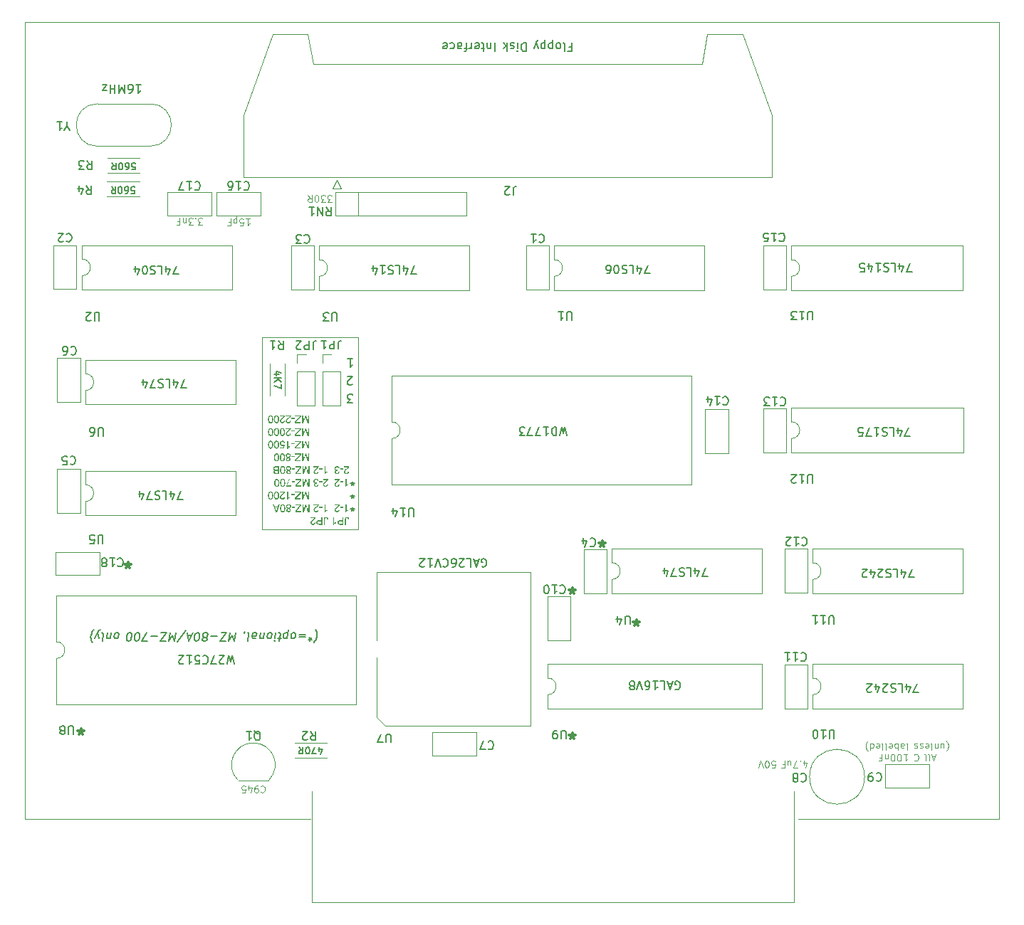
<source format=gbr>
G04 #@! TF.GenerationSoftware,KiCad,Pcbnew,(7.0.0-0)*
G04 #@! TF.CreationDate,2023-05-08T12:54:49+01:00*
G04 #@! TF.ProjectId,SFD700,53464437-3030-42e6-9b69-6361645f7063,rev?*
G04 #@! TF.SameCoordinates,Original*
G04 #@! TF.FileFunction,Legend,Top*
G04 #@! TF.FilePolarity,Positive*
%FSLAX46Y46*%
G04 Gerber Fmt 4.6, Leading zero omitted, Abs format (unit mm)*
G04 Created by KiCad (PCBNEW (7.0.0-0)) date 2023-05-08 12:54:49*
%MOMM*%
%LPD*%
G01*
G04 APERTURE LIST*
%ADD10C,0.300000*%
%ADD11C,0.150000*%
%ADD12C,0.120000*%
%ADD13C,0.200000*%
%ADD14C,0.100000*%
G04 APERTURE END LIST*
D10*
X112331428Y-104345571D02*
X112331428Y-104702714D01*
X111974285Y-104559857D02*
X112331428Y-104702714D01*
X112331428Y-104702714D02*
X112688571Y-104559857D01*
X112117142Y-104988428D02*
X112331428Y-104702714D01*
X112331428Y-104702714D02*
X112545714Y-104988428D01*
X106743428Y-124157571D02*
X106743428Y-124514714D01*
X106386285Y-124371857D02*
X106743428Y-124514714D01*
X106743428Y-124514714D02*
X107100571Y-124371857D01*
X106529142Y-124800428D02*
X106743428Y-124514714D01*
X106743428Y-124514714D02*
X106957714Y-124800428D01*
D11*
X139064952Y-96318380D02*
X139064952Y-96556476D01*
X138826857Y-96461238D02*
X139064952Y-96556476D01*
X139064952Y-96556476D02*
X139303047Y-96461238D01*
X138922095Y-96746952D02*
X139064952Y-96556476D01*
X139064952Y-96556476D02*
X139207809Y-96746952D01*
X139064952Y-94794380D02*
X139064952Y-95032476D01*
X138826857Y-94937238D02*
X139064952Y-95032476D01*
X139064952Y-95032476D02*
X139303047Y-94937238D01*
X138922095Y-95222952D02*
X139064952Y-95032476D01*
X139064952Y-95032476D02*
X139207809Y-95222952D01*
X139064952Y-97842380D02*
X139064952Y-98080476D01*
X138826857Y-97985238D02*
X139064952Y-98080476D01*
X139064952Y-98080476D02*
X139303047Y-97985238D01*
X138922095Y-98270952D02*
X139064952Y-98080476D01*
X139064952Y-98080476D02*
X139207809Y-98270952D01*
D10*
X168719428Y-101805571D02*
X168719428Y-102162714D01*
X168362285Y-102019857D02*
X168719428Y-102162714D01*
X168719428Y-102162714D02*
X169076571Y-102019857D01*
X168505142Y-102448428D02*
X168719428Y-102162714D01*
X168719428Y-102162714D02*
X168933714Y-102448428D01*
X165163428Y-107393571D02*
X165163428Y-107750714D01*
X164806285Y-107607857D02*
X165163428Y-107750714D01*
X165163428Y-107750714D02*
X165520571Y-107607857D01*
X164949142Y-108036428D02*
X165163428Y-107750714D01*
X165163428Y-107750714D02*
X165377714Y-108036428D01*
X172783428Y-111203571D02*
X172783428Y-111560714D01*
X172426285Y-111417857D02*
X172783428Y-111560714D01*
X172783428Y-111560714D02*
X173140571Y-111417857D01*
X172569142Y-111846428D02*
X172783428Y-111560714D01*
X172783428Y-111560714D02*
X172997714Y-111846428D01*
X165163428Y-124665571D02*
X165163428Y-125022714D01*
X164806285Y-124879857D02*
X165163428Y-125022714D01*
X165163428Y-125022714D02*
X165520571Y-124879857D01*
X164949142Y-125308428D02*
X165163428Y-125022714D01*
X165163428Y-125022714D02*
X165377714Y-125308428D01*
D11*
X134645857Y-112358666D02*
X134687523Y-112406285D01*
X134687523Y-112406285D02*
X134764904Y-112549142D01*
X134764904Y-112549142D02*
X134800619Y-112644380D01*
X134800619Y-112644380D02*
X134830380Y-112787238D01*
X134830380Y-112787238D02*
X134848238Y-113025333D01*
X134848238Y-113025333D02*
X134824428Y-113215809D01*
X134824428Y-113215809D02*
X134747047Y-113453904D01*
X134747047Y-113453904D02*
X134681571Y-113596761D01*
X134681571Y-113596761D02*
X134622047Y-113692000D01*
X134622047Y-113692000D02*
X134508952Y-113834857D01*
X134508952Y-113834857D02*
X134455380Y-113882476D01*
X133991095Y-113739619D02*
X134020857Y-113501523D01*
X134247047Y-113596761D02*
X134020857Y-113501523D01*
X134020857Y-113501523D02*
X133770857Y-113596761D01*
X134187523Y-113311047D02*
X134020857Y-113501523D01*
X134020857Y-113501523D02*
X133901809Y-113311047D01*
X133431571Y-113263428D02*
X132669666Y-113263428D01*
X132705380Y-112977714D02*
X133467285Y-112977714D01*
X132116095Y-112739619D02*
X132205380Y-112787238D01*
X132205380Y-112787238D02*
X132247047Y-112834857D01*
X132247047Y-112834857D02*
X132282761Y-112930095D01*
X132282761Y-112930095D02*
X132247047Y-113215809D01*
X132247047Y-113215809D02*
X132187523Y-113311047D01*
X132187523Y-113311047D02*
X132133952Y-113358666D01*
X132133952Y-113358666D02*
X132032761Y-113406285D01*
X132032761Y-113406285D02*
X131889904Y-113406285D01*
X131889904Y-113406285D02*
X131800619Y-113358666D01*
X131800619Y-113358666D02*
X131758952Y-113311047D01*
X131758952Y-113311047D02*
X131723238Y-113215809D01*
X131723238Y-113215809D02*
X131758952Y-112930095D01*
X131758952Y-112930095D02*
X131818476Y-112834857D01*
X131818476Y-112834857D02*
X131872047Y-112787238D01*
X131872047Y-112787238D02*
X131973238Y-112739619D01*
X131973238Y-112739619D02*
X132116095Y-112739619D01*
X131270857Y-113406285D02*
X131395857Y-112406285D01*
X131276809Y-113358666D02*
X131175618Y-113406285D01*
X131175618Y-113406285D02*
X130985142Y-113406285D01*
X130985142Y-113406285D02*
X130895857Y-113358666D01*
X130895857Y-113358666D02*
X130854190Y-113311047D01*
X130854190Y-113311047D02*
X130818476Y-113215809D01*
X130818476Y-113215809D02*
X130854190Y-112930095D01*
X130854190Y-112930095D02*
X130913714Y-112834857D01*
X130913714Y-112834857D02*
X130967285Y-112787238D01*
X130967285Y-112787238D02*
X131068476Y-112739619D01*
X131068476Y-112739619D02*
X131258952Y-112739619D01*
X131258952Y-112739619D02*
X131348238Y-112787238D01*
X130544666Y-113406285D02*
X130163713Y-113406285D01*
X130360142Y-113739619D02*
X130467285Y-112882476D01*
X130467285Y-112882476D02*
X130431570Y-112787238D01*
X130431570Y-112787238D02*
X130342285Y-112739619D01*
X130342285Y-112739619D02*
X130247047Y-112739619D01*
X129913713Y-112739619D02*
X129830380Y-113406285D01*
X129788713Y-113739619D02*
X129842284Y-113692000D01*
X129842284Y-113692000D02*
X129800618Y-113644380D01*
X129800618Y-113644380D02*
X129747046Y-113692000D01*
X129747046Y-113692000D02*
X129788713Y-113739619D01*
X129788713Y-113739619D02*
X129800618Y-113644380D01*
X129294666Y-112739619D02*
X129383951Y-112787238D01*
X129383951Y-112787238D02*
X129425618Y-112834857D01*
X129425618Y-112834857D02*
X129461332Y-112930095D01*
X129461332Y-112930095D02*
X129425618Y-113215809D01*
X129425618Y-113215809D02*
X129366094Y-113311047D01*
X129366094Y-113311047D02*
X129312523Y-113358666D01*
X129312523Y-113358666D02*
X129211332Y-113406285D01*
X129211332Y-113406285D02*
X129068475Y-113406285D01*
X129068475Y-113406285D02*
X128979190Y-113358666D01*
X128979190Y-113358666D02*
X128937523Y-113311047D01*
X128937523Y-113311047D02*
X128901809Y-113215809D01*
X128901809Y-113215809D02*
X128937523Y-112930095D01*
X128937523Y-112930095D02*
X128997047Y-112834857D01*
X128997047Y-112834857D02*
X129050618Y-112787238D01*
X129050618Y-112787238D02*
X129151809Y-112739619D01*
X129151809Y-112739619D02*
X129294666Y-112739619D01*
X128449428Y-113406285D02*
X128532761Y-112739619D01*
X128461332Y-113311047D02*
X128407761Y-113358666D01*
X128407761Y-113358666D02*
X128306570Y-113406285D01*
X128306570Y-113406285D02*
X128163713Y-113406285D01*
X128163713Y-113406285D02*
X128074428Y-113358666D01*
X128074428Y-113358666D02*
X128038713Y-113263428D01*
X128038713Y-113263428D02*
X128104189Y-112739619D01*
X127199427Y-112739619D02*
X127133951Y-113263428D01*
X127133951Y-113263428D02*
X127169666Y-113358666D01*
X127169666Y-113358666D02*
X127258951Y-113406285D01*
X127258951Y-113406285D02*
X127449427Y-113406285D01*
X127449427Y-113406285D02*
X127550618Y-113358666D01*
X127193475Y-112787238D02*
X127294666Y-112739619D01*
X127294666Y-112739619D02*
X127532761Y-112739619D01*
X127532761Y-112739619D02*
X127622047Y-112787238D01*
X127622047Y-112787238D02*
X127657761Y-112882476D01*
X127657761Y-112882476D02*
X127645856Y-112977714D01*
X127645856Y-112977714D02*
X127586332Y-113072952D01*
X127586332Y-113072952D02*
X127485142Y-113120571D01*
X127485142Y-113120571D02*
X127247047Y-113120571D01*
X127247047Y-113120571D02*
X127145856Y-113168190D01*
X126580380Y-112739619D02*
X126669665Y-112787238D01*
X126669665Y-112787238D02*
X126705380Y-112882476D01*
X126705380Y-112882476D02*
X126598237Y-113739619D01*
X126145855Y-112787238D02*
X126151808Y-112739619D01*
X126151808Y-112739619D02*
X126211332Y-112644380D01*
X126211332Y-112644380D02*
X126264903Y-112596761D01*
X125135141Y-112739619D02*
X125010141Y-113739619D01*
X125010141Y-113739619D02*
X124766093Y-113025333D01*
X124766093Y-113025333D02*
X124343474Y-113739619D01*
X124343474Y-113739619D02*
X124468474Y-112739619D01*
X123962522Y-113739619D02*
X123295855Y-113739619D01*
X123295855Y-113739619D02*
X124087522Y-112739619D01*
X124087522Y-112739619D02*
X123420855Y-112739619D01*
X122992284Y-113120571D02*
X122230379Y-113120571D01*
X121587522Y-113311047D02*
X121676808Y-113358666D01*
X121676808Y-113358666D02*
X121718475Y-113406285D01*
X121718475Y-113406285D02*
X121754189Y-113501523D01*
X121754189Y-113501523D02*
X121748236Y-113549142D01*
X121748236Y-113549142D02*
X121688713Y-113644380D01*
X121688713Y-113644380D02*
X121635141Y-113692000D01*
X121635141Y-113692000D02*
X121533951Y-113739619D01*
X121533951Y-113739619D02*
X121343475Y-113739619D01*
X121343475Y-113739619D02*
X121254189Y-113692000D01*
X121254189Y-113692000D02*
X121212522Y-113644380D01*
X121212522Y-113644380D02*
X121176808Y-113549142D01*
X121176808Y-113549142D02*
X121182760Y-113501523D01*
X121182760Y-113501523D02*
X121242284Y-113406285D01*
X121242284Y-113406285D02*
X121295856Y-113358666D01*
X121295856Y-113358666D02*
X121397046Y-113311047D01*
X121397046Y-113311047D02*
X121587522Y-113311047D01*
X121587522Y-113311047D02*
X121688713Y-113263428D01*
X121688713Y-113263428D02*
X121742284Y-113215809D01*
X121742284Y-113215809D02*
X121801808Y-113120571D01*
X121801808Y-113120571D02*
X121825617Y-112930095D01*
X121825617Y-112930095D02*
X121789903Y-112834857D01*
X121789903Y-112834857D02*
X121748236Y-112787238D01*
X121748236Y-112787238D02*
X121658951Y-112739619D01*
X121658951Y-112739619D02*
X121468475Y-112739619D01*
X121468475Y-112739619D02*
X121367284Y-112787238D01*
X121367284Y-112787238D02*
X121313713Y-112834857D01*
X121313713Y-112834857D02*
X121254189Y-112930095D01*
X121254189Y-112930095D02*
X121230379Y-113120571D01*
X121230379Y-113120571D02*
X121266094Y-113215809D01*
X121266094Y-113215809D02*
X121307760Y-113263428D01*
X121307760Y-113263428D02*
X121397046Y-113311047D01*
X120533951Y-113739619D02*
X120438713Y-113739619D01*
X120438713Y-113739619D02*
X120349427Y-113692000D01*
X120349427Y-113692000D02*
X120307760Y-113644380D01*
X120307760Y-113644380D02*
X120272046Y-113549142D01*
X120272046Y-113549142D02*
X120248236Y-113358666D01*
X120248236Y-113358666D02*
X120277998Y-113120571D01*
X120277998Y-113120571D02*
X120349427Y-112930095D01*
X120349427Y-112930095D02*
X120408951Y-112834857D01*
X120408951Y-112834857D02*
X120462522Y-112787238D01*
X120462522Y-112787238D02*
X120563713Y-112739619D01*
X120563713Y-112739619D02*
X120658951Y-112739619D01*
X120658951Y-112739619D02*
X120748236Y-112787238D01*
X120748236Y-112787238D02*
X120789903Y-112834857D01*
X120789903Y-112834857D02*
X120825617Y-112930095D01*
X120825617Y-112930095D02*
X120849427Y-113120571D01*
X120849427Y-113120571D02*
X120819665Y-113358666D01*
X120819665Y-113358666D02*
X120748236Y-113549142D01*
X120748236Y-113549142D02*
X120688713Y-113644380D01*
X120688713Y-113644380D02*
X120635141Y-113692000D01*
X120635141Y-113692000D02*
X120533951Y-113739619D01*
X119908951Y-113025333D02*
X119432760Y-113025333D01*
X120039903Y-112739619D02*
X119581570Y-113739619D01*
X119581570Y-113739619D02*
X119373236Y-112739619D01*
X118194665Y-113787238D02*
X119212522Y-112501523D01*
X118016093Y-112739619D02*
X117891093Y-113739619D01*
X117891093Y-113739619D02*
X117647045Y-113025333D01*
X117647045Y-113025333D02*
X117224426Y-113739619D01*
X117224426Y-113739619D02*
X117349426Y-112739619D01*
X116843474Y-113739619D02*
X116176807Y-113739619D01*
X116176807Y-113739619D02*
X116968474Y-112739619D01*
X116968474Y-112739619D02*
X116301807Y-112739619D01*
X115873236Y-113120571D02*
X115111331Y-113120571D01*
X114652998Y-113739619D02*
X113986331Y-113739619D01*
X113986331Y-113739619D02*
X114539903Y-112739619D01*
X113414903Y-113739619D02*
X113319665Y-113739619D01*
X113319665Y-113739619D02*
X113230379Y-113692000D01*
X113230379Y-113692000D02*
X113188712Y-113644380D01*
X113188712Y-113644380D02*
X113152998Y-113549142D01*
X113152998Y-113549142D02*
X113129188Y-113358666D01*
X113129188Y-113358666D02*
X113158950Y-113120571D01*
X113158950Y-113120571D02*
X113230379Y-112930095D01*
X113230379Y-112930095D02*
X113289903Y-112834857D01*
X113289903Y-112834857D02*
X113343474Y-112787238D01*
X113343474Y-112787238D02*
X113444665Y-112739619D01*
X113444665Y-112739619D02*
X113539903Y-112739619D01*
X113539903Y-112739619D02*
X113629188Y-112787238D01*
X113629188Y-112787238D02*
X113670855Y-112834857D01*
X113670855Y-112834857D02*
X113706569Y-112930095D01*
X113706569Y-112930095D02*
X113730379Y-113120571D01*
X113730379Y-113120571D02*
X113700617Y-113358666D01*
X113700617Y-113358666D02*
X113629188Y-113549142D01*
X113629188Y-113549142D02*
X113569665Y-113644380D01*
X113569665Y-113644380D02*
X113516093Y-113692000D01*
X113516093Y-113692000D02*
X113414903Y-113739619D01*
X112462522Y-113739619D02*
X112367284Y-113739619D01*
X112367284Y-113739619D02*
X112277998Y-113692000D01*
X112277998Y-113692000D02*
X112236331Y-113644380D01*
X112236331Y-113644380D02*
X112200617Y-113549142D01*
X112200617Y-113549142D02*
X112176807Y-113358666D01*
X112176807Y-113358666D02*
X112206569Y-113120571D01*
X112206569Y-113120571D02*
X112277998Y-112930095D01*
X112277998Y-112930095D02*
X112337522Y-112834857D01*
X112337522Y-112834857D02*
X112391093Y-112787238D01*
X112391093Y-112787238D02*
X112492284Y-112739619D01*
X112492284Y-112739619D02*
X112587522Y-112739619D01*
X112587522Y-112739619D02*
X112676807Y-112787238D01*
X112676807Y-112787238D02*
X112718474Y-112834857D01*
X112718474Y-112834857D02*
X112754188Y-112930095D01*
X112754188Y-112930095D02*
X112777998Y-113120571D01*
X112777998Y-113120571D02*
X112748236Y-113358666D01*
X112748236Y-113358666D02*
X112676807Y-113549142D01*
X112676807Y-113549142D02*
X112617284Y-113644380D01*
X112617284Y-113644380D02*
X112563712Y-113692000D01*
X112563712Y-113692000D02*
X112462522Y-113739619D01*
X111082760Y-112739619D02*
X111172045Y-112787238D01*
X111172045Y-112787238D02*
X111213712Y-112834857D01*
X111213712Y-112834857D02*
X111249426Y-112930095D01*
X111249426Y-112930095D02*
X111213712Y-113215809D01*
X111213712Y-113215809D02*
X111154188Y-113311047D01*
X111154188Y-113311047D02*
X111100617Y-113358666D01*
X111100617Y-113358666D02*
X110999426Y-113406285D01*
X110999426Y-113406285D02*
X110856569Y-113406285D01*
X110856569Y-113406285D02*
X110767284Y-113358666D01*
X110767284Y-113358666D02*
X110725617Y-113311047D01*
X110725617Y-113311047D02*
X110689903Y-113215809D01*
X110689903Y-113215809D02*
X110725617Y-112930095D01*
X110725617Y-112930095D02*
X110785141Y-112834857D01*
X110785141Y-112834857D02*
X110838712Y-112787238D01*
X110838712Y-112787238D02*
X110939903Y-112739619D01*
X110939903Y-112739619D02*
X111082760Y-112739619D01*
X110237522Y-113406285D02*
X110320855Y-112739619D01*
X110249426Y-113311047D02*
X110195855Y-113358666D01*
X110195855Y-113358666D02*
X110094664Y-113406285D01*
X110094664Y-113406285D02*
X109951807Y-113406285D01*
X109951807Y-113406285D02*
X109862522Y-113358666D01*
X109862522Y-113358666D02*
X109826807Y-113263428D01*
X109826807Y-113263428D02*
X109892283Y-112739619D01*
X109273236Y-112739619D02*
X109362521Y-112787238D01*
X109362521Y-112787238D02*
X109398236Y-112882476D01*
X109398236Y-112882476D02*
X109291093Y-113739619D01*
X108904188Y-113406285D02*
X108749426Y-112739619D01*
X108427997Y-113406285D02*
X108749426Y-112739619D01*
X108749426Y-112739619D02*
X108874426Y-112501523D01*
X108874426Y-112501523D02*
X108927997Y-112453904D01*
X108927997Y-112453904D02*
X109029188Y-112406285D01*
X108308950Y-112358666D02*
X108255379Y-112406285D01*
X108255379Y-112406285D02*
X108142283Y-112549142D01*
X108142283Y-112549142D02*
X108082760Y-112644380D01*
X108082760Y-112644380D02*
X108017283Y-112787238D01*
X108017283Y-112787238D02*
X107939902Y-113025333D01*
X107939902Y-113025333D02*
X107916093Y-113215809D01*
X107916093Y-113215809D02*
X107933950Y-113453904D01*
X107933950Y-113453904D02*
X107963712Y-113596761D01*
X107963712Y-113596761D02*
X107999426Y-113692000D01*
X107999426Y-113692000D02*
X108076807Y-113834857D01*
X108076807Y-113834857D02*
X108118474Y-113882476D01*
D12*
X215910000Y-40090000D02*
X215910000Y-134910000D01*
X100090000Y-40090000D02*
X215910000Y-40090000D01*
X100090000Y-134910000D02*
X100090000Y-40090000D01*
X134020000Y-134910000D02*
X100090000Y-134910000D01*
X215910000Y-134910000D02*
X192020000Y-134910000D01*
X128270000Y-77590000D02*
X139700000Y-77590000D01*
X139700000Y-77590000D02*
X139700000Y-100450000D01*
X139700000Y-100450000D02*
X128270000Y-100450000D01*
X128270000Y-100450000D02*
X128270000Y-77590000D01*
D13*
X138472095Y-80165619D02*
X139043523Y-80165619D01*
X138757809Y-80165619D02*
X138757809Y-81165619D01*
X138757809Y-81165619D02*
X138853047Y-81022761D01*
X138853047Y-81022761D02*
X138948285Y-80927523D01*
X138948285Y-80927523D02*
X139043523Y-80879904D01*
X139081142Y-85355619D02*
X138462095Y-85355619D01*
X138462095Y-85355619D02*
X138795428Y-84974666D01*
X138795428Y-84974666D02*
X138652571Y-84974666D01*
X138652571Y-84974666D02*
X138557333Y-84927047D01*
X138557333Y-84927047D02*
X138509714Y-84879428D01*
X138509714Y-84879428D02*
X138462095Y-84784190D01*
X138462095Y-84784190D02*
X138462095Y-84546095D01*
X138462095Y-84546095D02*
X138509714Y-84450857D01*
X138509714Y-84450857D02*
X138557333Y-84403238D01*
X138557333Y-84403238D02*
X138652571Y-84355619D01*
X138652571Y-84355619D02*
X138938285Y-84355619D01*
X138938285Y-84355619D02*
X139033523Y-84403238D01*
X139033523Y-84403238D02*
X139081142Y-84450857D01*
X139003523Y-83140380D02*
X138955904Y-83188000D01*
X138955904Y-83188000D02*
X138860666Y-83235619D01*
X138860666Y-83235619D02*
X138622571Y-83235619D01*
X138622571Y-83235619D02*
X138527333Y-83188000D01*
X138527333Y-83188000D02*
X138479714Y-83140380D01*
X138479714Y-83140380D02*
X138432095Y-83045142D01*
X138432095Y-83045142D02*
X138432095Y-82949904D01*
X138432095Y-82949904D02*
X138479714Y-82807047D01*
X138479714Y-82807047D02*
X139051142Y-82235619D01*
X139051142Y-82235619D02*
X138432095Y-82235619D01*
D11*
G36*
X138138190Y-99278875D02*
G01*
X138138255Y-99268487D01*
X138138449Y-99258287D01*
X138138773Y-99248276D01*
X138139227Y-99238453D01*
X138139811Y-99228818D01*
X138140524Y-99219372D01*
X138141367Y-99210115D01*
X138142339Y-99201046D01*
X138143441Y-99192165D01*
X138146034Y-99174970D01*
X138149146Y-99158528D01*
X138152777Y-99142840D01*
X138156926Y-99127906D01*
X138161593Y-99113726D01*
X138166780Y-99100300D01*
X138172485Y-99087628D01*
X138178708Y-99075709D01*
X138185451Y-99064545D01*
X138192711Y-99054135D01*
X138200491Y-99044478D01*
X138204575Y-99039933D01*
X138213090Y-99031335D01*
X138222092Y-99023292D01*
X138231582Y-99015803D01*
X138241560Y-99008869D01*
X138252025Y-99002490D01*
X138262978Y-98996666D01*
X138274419Y-98991396D01*
X138286348Y-98986681D01*
X138298764Y-98982521D01*
X138311668Y-98978916D01*
X138325060Y-98975865D01*
X138338939Y-98973369D01*
X138353307Y-98971427D01*
X138368161Y-98970041D01*
X138383504Y-98969208D01*
X138399334Y-98968931D01*
X138413574Y-98969201D01*
X138427440Y-98970010D01*
X138440934Y-98971358D01*
X138454056Y-98973245D01*
X138466804Y-98975672D01*
X138479180Y-98978637D01*
X138491183Y-98982143D01*
X138502814Y-98986187D01*
X138514072Y-98990770D01*
X138524957Y-98995893D01*
X138535470Y-99001555D01*
X138545610Y-99007757D01*
X138555377Y-99014497D01*
X138564772Y-99021777D01*
X138573794Y-99029596D01*
X138582443Y-99037954D01*
X138590615Y-99046753D01*
X138598260Y-99055893D01*
X138605377Y-99065376D01*
X138611968Y-99075200D01*
X138618031Y-99085365D01*
X138623567Y-99095873D01*
X138628575Y-99106722D01*
X138633057Y-99117913D01*
X138637011Y-99129446D01*
X138640438Y-99141320D01*
X138643337Y-99153537D01*
X138645710Y-99166095D01*
X138647555Y-99178994D01*
X138648873Y-99192236D01*
X138649664Y-99205819D01*
X138649928Y-99219744D01*
X138649928Y-99250299D01*
X138515399Y-99250299D01*
X138515285Y-99240778D01*
X138514945Y-99231559D01*
X138514379Y-99222643D01*
X138512565Y-99205717D01*
X138509845Y-99190000D01*
X138506218Y-99175492D01*
X138501684Y-99162193D01*
X138496244Y-99150103D01*
X138489896Y-99139222D01*
X138482642Y-99129550D01*
X138474481Y-99121087D01*
X138465414Y-99113833D01*
X138455440Y-99107788D01*
X138444559Y-99102952D01*
X138432771Y-99099325D01*
X138420076Y-99096907D01*
X138406475Y-99095698D01*
X138399334Y-99095547D01*
X138388010Y-99095844D01*
X138377199Y-99096737D01*
X138366902Y-99098224D01*
X138357119Y-99100307D01*
X138347850Y-99102985D01*
X138339095Y-99106258D01*
X138330853Y-99110125D01*
X138323126Y-99114588D01*
X138315913Y-99119646D01*
X138307094Y-99127316D01*
X138305032Y-99129399D01*
X138299179Y-99136447D01*
X138293901Y-99144898D01*
X138289200Y-99154752D01*
X138285073Y-99166009D01*
X138281523Y-99178668D01*
X138279476Y-99187887D01*
X138277685Y-99197729D01*
X138276150Y-99208194D01*
X138274870Y-99219283D01*
X138273847Y-99230995D01*
X138273079Y-99243331D01*
X138272567Y-99256290D01*
X138272311Y-99269872D01*
X138272279Y-99276897D01*
X138272279Y-99897445D01*
X138138190Y-99897445D01*
X138138190Y-99278875D01*
G37*
G36*
X137953103Y-99897445D02*
G01*
X137607768Y-99897445D01*
X137593892Y-99897363D01*
X137580290Y-99897118D01*
X137566964Y-99896711D01*
X137553912Y-99896140D01*
X137541135Y-99895405D01*
X137528633Y-99894508D01*
X137516406Y-99893448D01*
X137504453Y-99892224D01*
X137492775Y-99890837D01*
X137481372Y-99889287D01*
X137470244Y-99887574D01*
X137459390Y-99885698D01*
X137448812Y-99883659D01*
X137438508Y-99881456D01*
X137428478Y-99879091D01*
X137418724Y-99876562D01*
X137409231Y-99873787D01*
X137399988Y-99870627D01*
X137390993Y-99867082D01*
X137382248Y-99863153D01*
X137373751Y-99858839D01*
X137365504Y-99854140D01*
X137357505Y-99849057D01*
X137349756Y-99843589D01*
X137342255Y-99837737D01*
X137335004Y-99831499D01*
X137328001Y-99824877D01*
X137321248Y-99817870D01*
X137314744Y-99810479D01*
X137308488Y-99802703D01*
X137302482Y-99794542D01*
X137296725Y-99785997D01*
X137291241Y-99777223D01*
X137286111Y-99768322D01*
X137281336Y-99759294D01*
X137276913Y-99750139D01*
X137272845Y-99740857D01*
X137269130Y-99731447D01*
X137265770Y-99721911D01*
X137262763Y-99712248D01*
X137260109Y-99702457D01*
X137257810Y-99692539D01*
X137255864Y-99682495D01*
X137254272Y-99672323D01*
X137253034Y-99662024D01*
X137252149Y-99651598D01*
X137251619Y-99641045D01*
X137251442Y-99630365D01*
X137251519Y-99626628D01*
X137389928Y-99626628D01*
X137390156Y-99635719D01*
X137390840Y-99644609D01*
X137392461Y-99656149D01*
X137394892Y-99667332D01*
X137398135Y-99678159D01*
X137402188Y-99688627D01*
X137407051Y-99698739D01*
X137412725Y-99708493D01*
X137415866Y-99713237D01*
X137422519Y-99722201D01*
X137429619Y-99730300D01*
X137437165Y-99737534D01*
X137445157Y-99743901D01*
X137453596Y-99749404D01*
X137462481Y-99754041D01*
X137471813Y-99757812D01*
X137481592Y-99760718D01*
X137492181Y-99763087D01*
X137500894Y-99764658D01*
X137510267Y-99766050D01*
X137520301Y-99767264D01*
X137530996Y-99768301D01*
X137542352Y-99769160D01*
X137554368Y-99769842D01*
X137567045Y-99770345D01*
X137575864Y-99770582D01*
X137584976Y-99770740D01*
X137594382Y-99770819D01*
X137599195Y-99770829D01*
X137819013Y-99770829D01*
X137819013Y-99475393D01*
X137596777Y-99475393D01*
X137582912Y-99475545D01*
X137569564Y-99476001D01*
X137556733Y-99476761D01*
X137544419Y-99477825D01*
X137532622Y-99479193D01*
X137521341Y-99480865D01*
X137510578Y-99482840D01*
X137500331Y-99485120D01*
X137490602Y-99487704D01*
X137481389Y-99490591D01*
X137472694Y-99493783D01*
X137464515Y-99497279D01*
X137453216Y-99503092D01*
X137443080Y-99509589D01*
X137436969Y-99514301D01*
X137428562Y-99521900D01*
X137420982Y-99530105D01*
X137414229Y-99538917D01*
X137408303Y-99548335D01*
X137403204Y-99558360D01*
X137398932Y-99568992D01*
X137395486Y-99580230D01*
X137392868Y-99592076D01*
X137391076Y-99604527D01*
X137390111Y-99617586D01*
X137389928Y-99626628D01*
X137251519Y-99626628D01*
X137251791Y-99613368D01*
X137252840Y-99596887D01*
X137254587Y-99580924D01*
X137257034Y-99565477D01*
X137260179Y-99550548D01*
X137264023Y-99536135D01*
X137268566Y-99522239D01*
X137273808Y-99508860D01*
X137279750Y-99495998D01*
X137286390Y-99483653D01*
X137293729Y-99471825D01*
X137301767Y-99460514D01*
X137310504Y-99449720D01*
X137319939Y-99439442D01*
X137330074Y-99429682D01*
X137340908Y-99420438D01*
X137352396Y-99411761D01*
X137364494Y-99403643D01*
X137377201Y-99396085D01*
X137390518Y-99389087D01*
X137404445Y-99382649D01*
X137418981Y-99376770D01*
X137434127Y-99371452D01*
X137449883Y-99366693D01*
X137466248Y-99362494D01*
X137483223Y-99358855D01*
X137491940Y-99357245D01*
X137500808Y-99355776D01*
X137509829Y-99354446D01*
X137519002Y-99353256D01*
X137528328Y-99352207D01*
X137537806Y-99351297D01*
X137547437Y-99350527D01*
X137557220Y-99349897D01*
X137567155Y-99349407D01*
X137577243Y-99349058D01*
X137587483Y-99348848D01*
X137597876Y-99348778D01*
X137819013Y-99348778D01*
X137819013Y-98983000D01*
X137953103Y-98983000D01*
X137953103Y-99897445D01*
G37*
G36*
X136725856Y-98983000D02*
G01*
X136856208Y-98983000D01*
X136856208Y-99672790D01*
X136864248Y-99667626D01*
X136873035Y-99662795D01*
X136882568Y-99658298D01*
X136892849Y-99654133D01*
X136903877Y-99650302D01*
X136915652Y-99646803D01*
X136928174Y-99643638D01*
X136941443Y-99640807D01*
X136955459Y-99638308D01*
X136970222Y-99636142D01*
X136985732Y-99634310D01*
X137001989Y-99632811D01*
X137018993Y-99631645D01*
X137027775Y-99631186D01*
X137036744Y-99630812D01*
X137045900Y-99630520D01*
X137055243Y-99630312D01*
X137064772Y-99630187D01*
X137074488Y-99630145D01*
X137074488Y-99742692D01*
X137061258Y-99742857D01*
X137048385Y-99743352D01*
X137035871Y-99744176D01*
X137023713Y-99745330D01*
X137011914Y-99746814D01*
X137000472Y-99748628D01*
X136989388Y-99750771D01*
X136978661Y-99753244D01*
X136968292Y-99756046D01*
X136958280Y-99759179D01*
X136948627Y-99762641D01*
X136939330Y-99766433D01*
X136930392Y-99770554D01*
X136921811Y-99775006D01*
X136913588Y-99779787D01*
X136905722Y-99784898D01*
X136898214Y-99790338D01*
X136891064Y-99796108D01*
X136884271Y-99802208D01*
X136877836Y-99808638D01*
X136871759Y-99815397D01*
X136866039Y-99822487D01*
X136860677Y-99829905D01*
X136855672Y-99837654D01*
X136851025Y-99845732D01*
X136846736Y-99854140D01*
X136842805Y-99862878D01*
X136839231Y-99871946D01*
X136836014Y-99881343D01*
X136833156Y-99891070D01*
X136830654Y-99901127D01*
X136828511Y-99911513D01*
X136725856Y-99911513D01*
X136725856Y-98983000D01*
G37*
G36*
X135634017Y-99278875D02*
G01*
X135634082Y-99268487D01*
X135634276Y-99258287D01*
X135634600Y-99248276D01*
X135635054Y-99238453D01*
X135635638Y-99228818D01*
X135636351Y-99219372D01*
X135637194Y-99210115D01*
X135638166Y-99201046D01*
X135639268Y-99192165D01*
X135641861Y-99174970D01*
X135644973Y-99158528D01*
X135648604Y-99142840D01*
X135652753Y-99127906D01*
X135657420Y-99113726D01*
X135662607Y-99100300D01*
X135668312Y-99087628D01*
X135674535Y-99075709D01*
X135681278Y-99064545D01*
X135688538Y-99054135D01*
X135696318Y-99044478D01*
X135700402Y-99039933D01*
X135708917Y-99031335D01*
X135717919Y-99023292D01*
X135727409Y-99015803D01*
X135737387Y-99008869D01*
X135747852Y-99002490D01*
X135758805Y-98996666D01*
X135770246Y-98991396D01*
X135782175Y-98986681D01*
X135794591Y-98982521D01*
X135807495Y-98978916D01*
X135820887Y-98975865D01*
X135834766Y-98973369D01*
X135849133Y-98971427D01*
X135863988Y-98970041D01*
X135879331Y-98969208D01*
X135895161Y-98968931D01*
X135909401Y-98969201D01*
X135923267Y-98970010D01*
X135936761Y-98971358D01*
X135949882Y-98973245D01*
X135962631Y-98975672D01*
X135975007Y-98978637D01*
X135987010Y-98982143D01*
X135998641Y-98986187D01*
X136009899Y-98990770D01*
X136020784Y-98995893D01*
X136031297Y-99001555D01*
X136041437Y-99007757D01*
X136051204Y-99014497D01*
X136060599Y-99021777D01*
X136069621Y-99029596D01*
X136078270Y-99037954D01*
X136086442Y-99046753D01*
X136094087Y-99055893D01*
X136101204Y-99065376D01*
X136107795Y-99075200D01*
X136113858Y-99085365D01*
X136119394Y-99095873D01*
X136124402Y-99106722D01*
X136128883Y-99117913D01*
X136132838Y-99129446D01*
X136136265Y-99141320D01*
X136139164Y-99153537D01*
X136141537Y-99166095D01*
X136143382Y-99178994D01*
X136144700Y-99192236D01*
X136145491Y-99205819D01*
X136145755Y-99219744D01*
X136145755Y-99250299D01*
X136011226Y-99250299D01*
X136011112Y-99240778D01*
X136010772Y-99231559D01*
X136010206Y-99222643D01*
X136008392Y-99205717D01*
X136005672Y-99190000D01*
X136002045Y-99175492D01*
X135997511Y-99162193D01*
X135992070Y-99150103D01*
X135985723Y-99139222D01*
X135978469Y-99129550D01*
X135970308Y-99121087D01*
X135961241Y-99113833D01*
X135951267Y-99107788D01*
X135940386Y-99102952D01*
X135928598Y-99099325D01*
X135915903Y-99096907D01*
X135902302Y-99095698D01*
X135895161Y-99095547D01*
X135883837Y-99095844D01*
X135873026Y-99096737D01*
X135862729Y-99098224D01*
X135852946Y-99100307D01*
X135843677Y-99102985D01*
X135834922Y-99106258D01*
X135826680Y-99110125D01*
X135818953Y-99114588D01*
X135811740Y-99119646D01*
X135802921Y-99127316D01*
X135800859Y-99129399D01*
X135795006Y-99136447D01*
X135789728Y-99144898D01*
X135785027Y-99154752D01*
X135780900Y-99166009D01*
X135777350Y-99178668D01*
X135775303Y-99187887D01*
X135773512Y-99197729D01*
X135771976Y-99208194D01*
X135770697Y-99219283D01*
X135769674Y-99230995D01*
X135768906Y-99243331D01*
X135768394Y-99256290D01*
X135768138Y-99269872D01*
X135768106Y-99276897D01*
X135768106Y-99897445D01*
X135634017Y-99897445D01*
X135634017Y-99278875D01*
G37*
G36*
X135448930Y-99897445D02*
G01*
X135103595Y-99897445D01*
X135089719Y-99897363D01*
X135076117Y-99897118D01*
X135062791Y-99896711D01*
X135049739Y-99896140D01*
X135036962Y-99895405D01*
X135024460Y-99894508D01*
X135012233Y-99893448D01*
X135000280Y-99892224D01*
X134988602Y-99890837D01*
X134977199Y-99889287D01*
X134966071Y-99887574D01*
X134955217Y-99885698D01*
X134944638Y-99883659D01*
X134934334Y-99881456D01*
X134924305Y-99879091D01*
X134914551Y-99876562D01*
X134905058Y-99873787D01*
X134895815Y-99870627D01*
X134886820Y-99867082D01*
X134878075Y-99863153D01*
X134869578Y-99858839D01*
X134861331Y-99854140D01*
X134853332Y-99849057D01*
X134845583Y-99843589D01*
X134838082Y-99837737D01*
X134830831Y-99831499D01*
X134823828Y-99824877D01*
X134817075Y-99817870D01*
X134810571Y-99810479D01*
X134804315Y-99802703D01*
X134798309Y-99794542D01*
X134792551Y-99785997D01*
X134787068Y-99777223D01*
X134781938Y-99768322D01*
X134777162Y-99759294D01*
X134772740Y-99750139D01*
X134768672Y-99740857D01*
X134764957Y-99731447D01*
X134761597Y-99721911D01*
X134758590Y-99712248D01*
X134755936Y-99702457D01*
X134753637Y-99692539D01*
X134751691Y-99682495D01*
X134750099Y-99672323D01*
X134748861Y-99662024D01*
X134747976Y-99651598D01*
X134747446Y-99641045D01*
X134747269Y-99630365D01*
X134747346Y-99626628D01*
X134885755Y-99626628D01*
X134885983Y-99635719D01*
X134886666Y-99644609D01*
X134888288Y-99656149D01*
X134890719Y-99667332D01*
X134893962Y-99678159D01*
X134898015Y-99688627D01*
X134902878Y-99698739D01*
X134908552Y-99708493D01*
X134911693Y-99713237D01*
X134918346Y-99722201D01*
X134925446Y-99730300D01*
X134932992Y-99737534D01*
X134940984Y-99743901D01*
X134949423Y-99749404D01*
X134958308Y-99754041D01*
X134967640Y-99757812D01*
X134977419Y-99760718D01*
X134988008Y-99763087D01*
X134996721Y-99764658D01*
X135006094Y-99766050D01*
X135016128Y-99767264D01*
X135026823Y-99768301D01*
X135038179Y-99769160D01*
X135050195Y-99769842D01*
X135062872Y-99770345D01*
X135071691Y-99770582D01*
X135080803Y-99770740D01*
X135090209Y-99770819D01*
X135095022Y-99770829D01*
X135314840Y-99770829D01*
X135314840Y-99475393D01*
X135092604Y-99475393D01*
X135078739Y-99475545D01*
X135065391Y-99476001D01*
X135052560Y-99476761D01*
X135040246Y-99477825D01*
X135028449Y-99479193D01*
X135017168Y-99480865D01*
X135006405Y-99482840D01*
X134996158Y-99485120D01*
X134986429Y-99487704D01*
X134977216Y-99490591D01*
X134968521Y-99493783D01*
X134960342Y-99497279D01*
X134949043Y-99503092D01*
X134938907Y-99509589D01*
X134932796Y-99514301D01*
X134924389Y-99521900D01*
X134916809Y-99530105D01*
X134910056Y-99538917D01*
X134904130Y-99548335D01*
X134899031Y-99558360D01*
X134894759Y-99568992D01*
X134891313Y-99580230D01*
X134888695Y-99592076D01*
X134886903Y-99604527D01*
X134885938Y-99617586D01*
X134885755Y-99626628D01*
X134747346Y-99626628D01*
X134747618Y-99613368D01*
X134748667Y-99596887D01*
X134750414Y-99580924D01*
X134752860Y-99565477D01*
X134756006Y-99550548D01*
X134759850Y-99536135D01*
X134764393Y-99522239D01*
X134769635Y-99508860D01*
X134775577Y-99495998D01*
X134782217Y-99483653D01*
X134789556Y-99471825D01*
X134797594Y-99460514D01*
X134806331Y-99449720D01*
X134815766Y-99439442D01*
X134825901Y-99429682D01*
X134836735Y-99420438D01*
X134848223Y-99411761D01*
X134860321Y-99403643D01*
X134873028Y-99396085D01*
X134886345Y-99389087D01*
X134900272Y-99382649D01*
X134914808Y-99376770D01*
X134929954Y-99371452D01*
X134945710Y-99366693D01*
X134962075Y-99362494D01*
X134979050Y-99358855D01*
X134987766Y-99357245D01*
X134996635Y-99355776D01*
X135005656Y-99354446D01*
X135014829Y-99353256D01*
X135024155Y-99352207D01*
X135033633Y-99351297D01*
X135043264Y-99350527D01*
X135053047Y-99349897D01*
X135062982Y-99349407D01*
X135073070Y-99349058D01*
X135083310Y-99348848D01*
X135093703Y-99348778D01*
X135314840Y-99348778D01*
X135314840Y-98983000D01*
X135448930Y-98983000D01*
X135448930Y-99897445D01*
G37*
G36*
X134057258Y-98983000D02*
G01*
X134671651Y-98983000D01*
X134671448Y-98994261D01*
X134670837Y-99005404D01*
X134669820Y-99016428D01*
X134668395Y-99027334D01*
X134666564Y-99038122D01*
X134664325Y-99048791D01*
X134661680Y-99059341D01*
X134658627Y-99069773D01*
X134655167Y-99080086D01*
X134651301Y-99090281D01*
X134647027Y-99100358D01*
X134642347Y-99110316D01*
X134637259Y-99120155D01*
X134631765Y-99129876D01*
X134625863Y-99139479D01*
X134619554Y-99148963D01*
X134612684Y-99158544D01*
X134605153Y-99168382D01*
X134596960Y-99178478D01*
X134588106Y-99188832D01*
X134578592Y-99199444D01*
X134568416Y-99210313D01*
X134557578Y-99221439D01*
X134546080Y-99232823D01*
X134533920Y-99244465D01*
X134521100Y-99256364D01*
X134514441Y-99262411D01*
X134507618Y-99268521D01*
X134500629Y-99274697D01*
X134493475Y-99280936D01*
X134486155Y-99287240D01*
X134478670Y-99293608D01*
X134471020Y-99300041D01*
X134463205Y-99306538D01*
X134455224Y-99313100D01*
X134447078Y-99319725D01*
X134438767Y-99326416D01*
X134430290Y-99333170D01*
X134421803Y-99339913D01*
X134413486Y-99346567D01*
X134405341Y-99353133D01*
X134397366Y-99359611D01*
X134389562Y-99365999D01*
X134381929Y-99372300D01*
X134374466Y-99378512D01*
X134367175Y-99384635D01*
X134360055Y-99390671D01*
X134353105Y-99396617D01*
X134346326Y-99402476D01*
X134333281Y-99413927D01*
X134320920Y-99425024D01*
X134309242Y-99435768D01*
X134298248Y-99446158D01*
X134287937Y-99456194D01*
X134278310Y-99465876D01*
X134269366Y-99475205D01*
X134261105Y-99484179D01*
X134253528Y-99492800D01*
X134246635Y-99501068D01*
X134243445Y-99505069D01*
X134237429Y-99513046D01*
X134231801Y-99521150D01*
X134226562Y-99529381D01*
X134221710Y-99537739D01*
X134217247Y-99546224D01*
X134213172Y-99554837D01*
X134209484Y-99563576D01*
X134206185Y-99572443D01*
X134203275Y-99581437D01*
X134200752Y-99590557D01*
X134198617Y-99599805D01*
X134196871Y-99609180D01*
X134195512Y-99618682D01*
X134194542Y-99628311D01*
X134193960Y-99638067D01*
X134193766Y-99647951D01*
X134194129Y-99660952D01*
X134195219Y-99673412D01*
X134197035Y-99685331D01*
X134199577Y-99696709D01*
X134202846Y-99707546D01*
X134206841Y-99717843D01*
X134211563Y-99727598D01*
X134217012Y-99736812D01*
X134223186Y-99745486D01*
X134230087Y-99753618D01*
X134235092Y-99758739D01*
X134243102Y-99765928D01*
X134251720Y-99772410D01*
X134260944Y-99778185D01*
X134270774Y-99783252D01*
X134281212Y-99787613D01*
X134292256Y-99791266D01*
X134303906Y-99794213D01*
X134316163Y-99796452D01*
X134329027Y-99797984D01*
X134337940Y-99798612D01*
X134347123Y-99798927D01*
X134351815Y-99798966D01*
X134363888Y-99798605D01*
X134375625Y-99797521D01*
X134387026Y-99795714D01*
X134398091Y-99793185D01*
X134408819Y-99789934D01*
X134419211Y-99785960D01*
X134429267Y-99781263D01*
X134438987Y-99775844D01*
X134448371Y-99769702D01*
X134457418Y-99762838D01*
X134463263Y-99757860D01*
X134471569Y-99749790D01*
X134479175Y-99740912D01*
X134486082Y-99731227D01*
X134492290Y-99720735D01*
X134497798Y-99709434D01*
X134502607Y-99697327D01*
X134505424Y-99688806D01*
X134507930Y-99679927D01*
X134510126Y-99670688D01*
X134512011Y-99661091D01*
X134513585Y-99651135D01*
X134514848Y-99640819D01*
X134515800Y-99630145D01*
X134650549Y-99630145D01*
X134648932Y-99646434D01*
X134646774Y-99662273D01*
X134644075Y-99677662D01*
X134640835Y-99692601D01*
X134637055Y-99707090D01*
X134632733Y-99721130D01*
X134627870Y-99734719D01*
X134622467Y-99747858D01*
X134616522Y-99760548D01*
X134610037Y-99772787D01*
X134603010Y-99784576D01*
X134595443Y-99795916D01*
X134587335Y-99806806D01*
X134578685Y-99817245D01*
X134569495Y-99827235D01*
X134559764Y-99836775D01*
X134549539Y-99845825D01*
X134538922Y-99854292D01*
X134527914Y-99862174D01*
X134516514Y-99869473D01*
X134504723Y-99876188D01*
X134492540Y-99882318D01*
X134479966Y-99887865D01*
X134467000Y-99892829D01*
X134453643Y-99897208D01*
X134439894Y-99901003D01*
X134425753Y-99904214D01*
X134411221Y-99906842D01*
X134396298Y-99908886D01*
X134380982Y-99910345D01*
X134365276Y-99911221D01*
X134349177Y-99911513D01*
X134332139Y-99911225D01*
X134315590Y-99910362D01*
X134299530Y-99908924D01*
X134283960Y-99906911D01*
X134268879Y-99904322D01*
X134254288Y-99901158D01*
X134240186Y-99897418D01*
X134226574Y-99893103D01*
X134213451Y-99888213D01*
X134200817Y-99882748D01*
X134188673Y-99876707D01*
X134177018Y-99870091D01*
X134165853Y-99862900D01*
X134155177Y-99855133D01*
X134144991Y-99846791D01*
X134135294Y-99837874D01*
X134126137Y-99828550D01*
X134117571Y-99818935D01*
X134109596Y-99809028D01*
X134102211Y-99798829D01*
X134095418Y-99788337D01*
X134089215Y-99777554D01*
X134083602Y-99766479D01*
X134078581Y-99755112D01*
X134074150Y-99743453D01*
X134070310Y-99731502D01*
X134067061Y-99719259D01*
X134064403Y-99706725D01*
X134062335Y-99693898D01*
X134060858Y-99680779D01*
X134059972Y-99667369D01*
X134059676Y-99653666D01*
X134059893Y-99641311D01*
X134060542Y-99629139D01*
X134061624Y-99617151D01*
X134063139Y-99605347D01*
X134065086Y-99593727D01*
X134067466Y-99582290D01*
X134070279Y-99571037D01*
X134073525Y-99559968D01*
X134077203Y-99549083D01*
X134081315Y-99538381D01*
X134085859Y-99527864D01*
X134090836Y-99517530D01*
X134096245Y-99507379D01*
X134102088Y-99497413D01*
X134108363Y-99487630D01*
X134115071Y-99478031D01*
X134122407Y-99468331D01*
X134130568Y-99458192D01*
X134139553Y-99447614D01*
X134149362Y-99436595D01*
X134159996Y-99425137D01*
X134171454Y-99413239D01*
X134183737Y-99400902D01*
X134190187Y-99394569D01*
X134196843Y-99388125D01*
X134203706Y-99381572D01*
X134210774Y-99374909D01*
X134218049Y-99368135D01*
X134225530Y-99361252D01*
X134233216Y-99354259D01*
X134241109Y-99347156D01*
X134249208Y-99339944D01*
X134257513Y-99332621D01*
X134266024Y-99325188D01*
X134274741Y-99317646D01*
X134283665Y-99309993D01*
X134292794Y-99302231D01*
X134302129Y-99294359D01*
X134311671Y-99286377D01*
X134321418Y-99278285D01*
X134331372Y-99270083D01*
X134341260Y-99261927D01*
X134350839Y-99253974D01*
X134360108Y-99246224D01*
X134369068Y-99238676D01*
X134377718Y-99231331D01*
X134386058Y-99224189D01*
X134394089Y-99217249D01*
X134401810Y-99210512D01*
X134409222Y-99203977D01*
X134416324Y-99197645D01*
X134423117Y-99191516D01*
X134435774Y-99179866D01*
X134447192Y-99169026D01*
X134457373Y-99158997D01*
X134466315Y-99149778D01*
X134474019Y-99141370D01*
X134480484Y-99133773D01*
X134487861Y-99123896D01*
X134492453Y-99115844D01*
X134494258Y-99109615D01*
X134057258Y-99109615D01*
X134057258Y-98983000D01*
G37*
G36*
X138195123Y-97471000D02*
G01*
X138325475Y-97471000D01*
X138325475Y-98160790D01*
X138333515Y-98155626D01*
X138342302Y-98150795D01*
X138351836Y-98146298D01*
X138362116Y-98142133D01*
X138373144Y-98138302D01*
X138384919Y-98134803D01*
X138397441Y-98131638D01*
X138410710Y-98128807D01*
X138424726Y-98126308D01*
X138439489Y-98124142D01*
X138454999Y-98122310D01*
X138471256Y-98120811D01*
X138488261Y-98119645D01*
X138497043Y-98119186D01*
X138506012Y-98118812D01*
X138515167Y-98118520D01*
X138524510Y-98118312D01*
X138534039Y-98118187D01*
X138543755Y-98118145D01*
X138543755Y-98230692D01*
X138530525Y-98230857D01*
X138517653Y-98231352D01*
X138505138Y-98232176D01*
X138492981Y-98233330D01*
X138481181Y-98234814D01*
X138469739Y-98236628D01*
X138458655Y-98238771D01*
X138447928Y-98241244D01*
X138437559Y-98244046D01*
X138427548Y-98247179D01*
X138417894Y-98250641D01*
X138408598Y-98254433D01*
X138399659Y-98258554D01*
X138391078Y-98263006D01*
X138382855Y-98267787D01*
X138374990Y-98272898D01*
X138367482Y-98278338D01*
X138360331Y-98284108D01*
X138353539Y-98290208D01*
X138347104Y-98296638D01*
X138341026Y-98303397D01*
X138335306Y-98310487D01*
X138329944Y-98317905D01*
X138324940Y-98325654D01*
X138320293Y-98333732D01*
X138316003Y-98342140D01*
X138312072Y-98350878D01*
X138308498Y-98359946D01*
X138305282Y-98369343D01*
X138302423Y-98379070D01*
X138299922Y-98389127D01*
X138297778Y-98399513D01*
X138195123Y-98399513D01*
X138195123Y-97471000D01*
G37*
G36*
X137588204Y-97738299D02*
G01*
X137942332Y-97738299D01*
X137942332Y-97864914D01*
X137588204Y-97864914D01*
X137588204Y-97738299D01*
G37*
G36*
X136910503Y-97471000D02*
G01*
X137524896Y-97471000D01*
X137524693Y-97482261D01*
X137524082Y-97493404D01*
X137523065Y-97504428D01*
X137521640Y-97515334D01*
X137519809Y-97526122D01*
X137517570Y-97536791D01*
X137514925Y-97547341D01*
X137511872Y-97557773D01*
X137508412Y-97568086D01*
X137504546Y-97578281D01*
X137500272Y-97588358D01*
X137495592Y-97598316D01*
X137490504Y-97608155D01*
X137485009Y-97617876D01*
X137479108Y-97627479D01*
X137472799Y-97636963D01*
X137465929Y-97646544D01*
X137458398Y-97656382D01*
X137450205Y-97666478D01*
X137441351Y-97676832D01*
X137431837Y-97687444D01*
X137421660Y-97698313D01*
X137410823Y-97709439D01*
X137399325Y-97720823D01*
X137387165Y-97732465D01*
X137374345Y-97744364D01*
X137367686Y-97750411D01*
X137360863Y-97756521D01*
X137353874Y-97762697D01*
X137346720Y-97768936D01*
X137339400Y-97775240D01*
X137331915Y-97781608D01*
X137324265Y-97788041D01*
X137316450Y-97794538D01*
X137308469Y-97801100D01*
X137300323Y-97807725D01*
X137292012Y-97814416D01*
X137283535Y-97821170D01*
X137275048Y-97827913D01*
X137266731Y-97834567D01*
X137258586Y-97841133D01*
X137250611Y-97847611D01*
X137242807Y-97853999D01*
X137235174Y-97860300D01*
X137227711Y-97866512D01*
X137220420Y-97872635D01*
X137213300Y-97878671D01*
X137206350Y-97884617D01*
X137199571Y-97890476D01*
X137186526Y-97901927D01*
X137174165Y-97913024D01*
X137162487Y-97923768D01*
X137151493Y-97934158D01*
X137141182Y-97944194D01*
X137131555Y-97953876D01*
X137122611Y-97963205D01*
X137114350Y-97972179D01*
X137106773Y-97980800D01*
X137099880Y-97989068D01*
X137096690Y-97993069D01*
X137090674Y-98001046D01*
X137085046Y-98009150D01*
X137079807Y-98017381D01*
X137074955Y-98025739D01*
X137070492Y-98034224D01*
X137066417Y-98042837D01*
X137062729Y-98051576D01*
X137059430Y-98060443D01*
X137056520Y-98069437D01*
X137053997Y-98078557D01*
X137051862Y-98087805D01*
X137050116Y-98097180D01*
X137048757Y-98106682D01*
X137047787Y-98116311D01*
X137047205Y-98126067D01*
X137047011Y-98135951D01*
X137047374Y-98148952D01*
X137048464Y-98161412D01*
X137050280Y-98173331D01*
X137052822Y-98184709D01*
X137056091Y-98195546D01*
X137060086Y-98205843D01*
X137064808Y-98215598D01*
X137070256Y-98224812D01*
X137076431Y-98233486D01*
X137083332Y-98241618D01*
X137088337Y-98246739D01*
X137096347Y-98253928D01*
X137104965Y-98260410D01*
X137114189Y-98266185D01*
X137124019Y-98271252D01*
X137134457Y-98275613D01*
X137145501Y-98279266D01*
X137157151Y-98282213D01*
X137169408Y-98284452D01*
X137182272Y-98285984D01*
X137191185Y-98286612D01*
X137200368Y-98286927D01*
X137205060Y-98286966D01*
X137217133Y-98286605D01*
X137228870Y-98285521D01*
X137240271Y-98283714D01*
X137251335Y-98281185D01*
X137262064Y-98277934D01*
X137272456Y-98273960D01*
X137282512Y-98269263D01*
X137292232Y-98263844D01*
X137301616Y-98257702D01*
X137310663Y-98250838D01*
X137316508Y-98245860D01*
X137324814Y-98237790D01*
X137332420Y-98228912D01*
X137339327Y-98219227D01*
X137345535Y-98208735D01*
X137351043Y-98197434D01*
X137355851Y-98185327D01*
X137358669Y-98176806D01*
X137361175Y-98167927D01*
X137363371Y-98158688D01*
X137365256Y-98149091D01*
X137366830Y-98139135D01*
X137368093Y-98128819D01*
X137369045Y-98118145D01*
X137503794Y-98118145D01*
X137502177Y-98134434D01*
X137500019Y-98150273D01*
X137497320Y-98165662D01*
X137494080Y-98180601D01*
X137490300Y-98195090D01*
X137485978Y-98209130D01*
X137481115Y-98222719D01*
X137475712Y-98235858D01*
X137469767Y-98248548D01*
X137463282Y-98260787D01*
X137456255Y-98272576D01*
X137448688Y-98283916D01*
X137440579Y-98294806D01*
X137431930Y-98305245D01*
X137422740Y-98315235D01*
X137413009Y-98324775D01*
X137402784Y-98333825D01*
X137392167Y-98342292D01*
X137381159Y-98350174D01*
X137369759Y-98357473D01*
X137357968Y-98364188D01*
X137345785Y-98370318D01*
X137333211Y-98375865D01*
X137320245Y-98380829D01*
X137306888Y-98385208D01*
X137293139Y-98389003D01*
X137278998Y-98392214D01*
X137264466Y-98394842D01*
X137249543Y-98396886D01*
X137234227Y-98398345D01*
X137218521Y-98399221D01*
X137202422Y-98399513D01*
X137185384Y-98399225D01*
X137168835Y-98398362D01*
X137152775Y-98396924D01*
X137137205Y-98394911D01*
X137122124Y-98392322D01*
X137107533Y-98389158D01*
X137093431Y-98385418D01*
X137079819Y-98381103D01*
X137066696Y-98376213D01*
X137054062Y-98370748D01*
X137041918Y-98364707D01*
X137030263Y-98358091D01*
X137019098Y-98350900D01*
X137008422Y-98343133D01*
X136998236Y-98334791D01*
X136988539Y-98325874D01*
X136979382Y-98316550D01*
X136970816Y-98306935D01*
X136962841Y-98297028D01*
X136955456Y-98286829D01*
X136948662Y-98276337D01*
X136942459Y-98265554D01*
X136936847Y-98254479D01*
X136931826Y-98243112D01*
X136927395Y-98231453D01*
X136923555Y-98219502D01*
X136920306Y-98207259D01*
X136917647Y-98194725D01*
X136915580Y-98181898D01*
X136914103Y-98168779D01*
X136913217Y-98155369D01*
X136912921Y-98141666D01*
X136913138Y-98129311D01*
X136913787Y-98117139D01*
X136914869Y-98105151D01*
X136916383Y-98093347D01*
X136918331Y-98081727D01*
X136920711Y-98070290D01*
X136923524Y-98059037D01*
X136926770Y-98047968D01*
X136930448Y-98037083D01*
X136934560Y-98026381D01*
X136939104Y-98015864D01*
X136944081Y-98005530D01*
X136949490Y-97995379D01*
X136955333Y-97985413D01*
X136961608Y-97975630D01*
X136968316Y-97966031D01*
X136975652Y-97956331D01*
X136983813Y-97946192D01*
X136992798Y-97935614D01*
X137002607Y-97924595D01*
X137013241Y-97913137D01*
X137024699Y-97901239D01*
X137036981Y-97888902D01*
X137043432Y-97882569D01*
X137050088Y-97876125D01*
X137056951Y-97869572D01*
X137064019Y-97862909D01*
X137071294Y-97856135D01*
X137078774Y-97849252D01*
X137086461Y-97842259D01*
X137094354Y-97835156D01*
X137102453Y-97827944D01*
X137110758Y-97820621D01*
X137119269Y-97813188D01*
X137127986Y-97805646D01*
X137136910Y-97797993D01*
X137146039Y-97790231D01*
X137155374Y-97782359D01*
X137164916Y-97774377D01*
X137174663Y-97766285D01*
X137184617Y-97758083D01*
X137194505Y-97749927D01*
X137204084Y-97741974D01*
X137213353Y-97734224D01*
X137222313Y-97726676D01*
X137230963Y-97719331D01*
X137239303Y-97712189D01*
X137247334Y-97705249D01*
X137255055Y-97698512D01*
X137262467Y-97691977D01*
X137269569Y-97685645D01*
X137276362Y-97679516D01*
X137289019Y-97667866D01*
X137300437Y-97657026D01*
X137310618Y-97646997D01*
X137319560Y-97637778D01*
X137327264Y-97629370D01*
X137333729Y-97621773D01*
X137341106Y-97611896D01*
X137345698Y-97603844D01*
X137347503Y-97597615D01*
X136910503Y-97597615D01*
X136910503Y-97471000D01*
G37*
G36*
X135705898Y-97471000D02*
G01*
X135836250Y-97471000D01*
X135836250Y-98160790D01*
X135844290Y-98155626D01*
X135853076Y-98150795D01*
X135862610Y-98146298D01*
X135872891Y-98142133D01*
X135883919Y-98138302D01*
X135895694Y-98134803D01*
X135908216Y-98131638D01*
X135921485Y-98128807D01*
X135935501Y-98126308D01*
X135950264Y-98124142D01*
X135965774Y-98122310D01*
X135982031Y-98120811D01*
X135999035Y-98119645D01*
X136007817Y-98119186D01*
X136016786Y-98118812D01*
X136025942Y-98118520D01*
X136035285Y-98118312D01*
X136044814Y-98118187D01*
X136054530Y-98118145D01*
X136054530Y-98230692D01*
X136041300Y-98230857D01*
X136028427Y-98231352D01*
X136015912Y-98232176D01*
X136003755Y-98233330D01*
X135991956Y-98234814D01*
X135980514Y-98236628D01*
X135969429Y-98238771D01*
X135958703Y-98241244D01*
X135948334Y-98244046D01*
X135938322Y-98247179D01*
X135928668Y-98250641D01*
X135919372Y-98254433D01*
X135910434Y-98258554D01*
X135901853Y-98263006D01*
X135893630Y-98267787D01*
X135885764Y-98272898D01*
X135878256Y-98278338D01*
X135871106Y-98284108D01*
X135864313Y-98290208D01*
X135857878Y-98296638D01*
X135851801Y-98303397D01*
X135846081Y-98310487D01*
X135840719Y-98317905D01*
X135835714Y-98325654D01*
X135831067Y-98333732D01*
X135826778Y-98342140D01*
X135822846Y-98350878D01*
X135819272Y-98359946D01*
X135816056Y-98369343D01*
X135813197Y-98379070D01*
X135810696Y-98389127D01*
X135808553Y-98399513D01*
X135705898Y-98399513D01*
X135705898Y-97471000D01*
G37*
G36*
X135098979Y-97738299D02*
G01*
X135453106Y-97738299D01*
X135453106Y-97864914D01*
X135098979Y-97864914D01*
X135098979Y-97738299D01*
G37*
G36*
X134421278Y-97471000D02*
G01*
X135035671Y-97471000D01*
X135035467Y-97482261D01*
X135034857Y-97493404D01*
X135033839Y-97504428D01*
X135032415Y-97515334D01*
X135030583Y-97526122D01*
X135028345Y-97536791D01*
X135025699Y-97547341D01*
X135022647Y-97557773D01*
X135019187Y-97568086D01*
X135015320Y-97578281D01*
X135011047Y-97588358D01*
X135006366Y-97598316D01*
X135001279Y-97608155D01*
X134995784Y-97617876D01*
X134989882Y-97627479D01*
X134983574Y-97636963D01*
X134976704Y-97646544D01*
X134969172Y-97656382D01*
X134960980Y-97666478D01*
X134952126Y-97676832D01*
X134942611Y-97687444D01*
X134932435Y-97698313D01*
X134921598Y-97709439D01*
X134910099Y-97720823D01*
X134897940Y-97732465D01*
X134885119Y-97744364D01*
X134878461Y-97750411D01*
X134871637Y-97756521D01*
X134864648Y-97762697D01*
X134857494Y-97768936D01*
X134850175Y-97775240D01*
X134842690Y-97781608D01*
X134835040Y-97788041D01*
X134827224Y-97794538D01*
X134819244Y-97801100D01*
X134811098Y-97807725D01*
X134802787Y-97814416D01*
X134794310Y-97821170D01*
X134785823Y-97827913D01*
X134777506Y-97834567D01*
X134769360Y-97841133D01*
X134761385Y-97847611D01*
X134753581Y-97853999D01*
X134745948Y-97860300D01*
X134738486Y-97866512D01*
X134731195Y-97872635D01*
X134724074Y-97878671D01*
X134717125Y-97884617D01*
X134710346Y-97890476D01*
X134697301Y-97901927D01*
X134684940Y-97913024D01*
X134673262Y-97923768D01*
X134662267Y-97934158D01*
X134651956Y-97944194D01*
X134642329Y-97953876D01*
X134633385Y-97963205D01*
X134625125Y-97972179D01*
X134617548Y-97980800D01*
X134610655Y-97989068D01*
X134607464Y-97993069D01*
X134601448Y-98001046D01*
X134595821Y-98009150D01*
X134590581Y-98017381D01*
X134585730Y-98025739D01*
X134581266Y-98034224D01*
X134577191Y-98042837D01*
X134573504Y-98051576D01*
X134570205Y-98060443D01*
X134567294Y-98069437D01*
X134564771Y-98078557D01*
X134562637Y-98087805D01*
X134560890Y-98097180D01*
X134559532Y-98106682D01*
X134558561Y-98116311D01*
X134557979Y-98126067D01*
X134557785Y-98135951D01*
X134558148Y-98148952D01*
X134559238Y-98161412D01*
X134561054Y-98173331D01*
X134563597Y-98184709D01*
X134566866Y-98195546D01*
X134570861Y-98205843D01*
X134575583Y-98215598D01*
X134581031Y-98224812D01*
X134587206Y-98233486D01*
X134594107Y-98241618D01*
X134599111Y-98246739D01*
X134607122Y-98253928D01*
X134615739Y-98260410D01*
X134624963Y-98266185D01*
X134634794Y-98271252D01*
X134645231Y-98275613D01*
X134656275Y-98279266D01*
X134667926Y-98282213D01*
X134680183Y-98284452D01*
X134693047Y-98285984D01*
X134701960Y-98286612D01*
X134711142Y-98286927D01*
X134715835Y-98286966D01*
X134727908Y-98286605D01*
X134739645Y-98285521D01*
X134751045Y-98283714D01*
X134762110Y-98281185D01*
X134772838Y-98277934D01*
X134783231Y-98273960D01*
X134793287Y-98269263D01*
X134803007Y-98263844D01*
X134812390Y-98257702D01*
X134821438Y-98250838D01*
X134827283Y-98245860D01*
X134835588Y-98237790D01*
X134843195Y-98228912D01*
X134850102Y-98219227D01*
X134856309Y-98208735D01*
X134861817Y-98197434D01*
X134866626Y-98185327D01*
X134869443Y-98176806D01*
X134871950Y-98167927D01*
X134874145Y-98158688D01*
X134876030Y-98149091D01*
X134877604Y-98139135D01*
X134878867Y-98128819D01*
X134879819Y-98118145D01*
X135014568Y-98118145D01*
X135012951Y-98134434D01*
X135010794Y-98150273D01*
X135008095Y-98165662D01*
X135004855Y-98180601D01*
X135001074Y-98195090D01*
X134996753Y-98209130D01*
X134991890Y-98222719D01*
X134986486Y-98235858D01*
X134980542Y-98248548D01*
X134974056Y-98260787D01*
X134967030Y-98272576D01*
X134959462Y-98283916D01*
X134951354Y-98294806D01*
X134942705Y-98305245D01*
X134933514Y-98315235D01*
X134923783Y-98324775D01*
X134913558Y-98333825D01*
X134902942Y-98342292D01*
X134891934Y-98350174D01*
X134880534Y-98357473D01*
X134868743Y-98364188D01*
X134856560Y-98370318D01*
X134843986Y-98375865D01*
X134831020Y-98380829D01*
X134817662Y-98385208D01*
X134803913Y-98389003D01*
X134789773Y-98392214D01*
X134775241Y-98394842D01*
X134760317Y-98396886D01*
X134745002Y-98398345D01*
X134729295Y-98399221D01*
X134713197Y-98399513D01*
X134696158Y-98399225D01*
X134679609Y-98398362D01*
X134663550Y-98396924D01*
X134647980Y-98394911D01*
X134632899Y-98392322D01*
X134618307Y-98389158D01*
X134604206Y-98385418D01*
X134590593Y-98381103D01*
X134577470Y-98376213D01*
X134564837Y-98370748D01*
X134552693Y-98364707D01*
X134541038Y-98358091D01*
X134529873Y-98350900D01*
X134519197Y-98343133D01*
X134509010Y-98334791D01*
X134499314Y-98325874D01*
X134490157Y-98316550D01*
X134481591Y-98306935D01*
X134473615Y-98297028D01*
X134466231Y-98286829D01*
X134459437Y-98276337D01*
X134453234Y-98265554D01*
X134447622Y-98254479D01*
X134442600Y-98243112D01*
X134438170Y-98231453D01*
X134434330Y-98219502D01*
X134431080Y-98207259D01*
X134428422Y-98194725D01*
X134426354Y-98181898D01*
X134424877Y-98168779D01*
X134423991Y-98155369D01*
X134423696Y-98141666D01*
X134423912Y-98129311D01*
X134424561Y-98117139D01*
X134425643Y-98105151D01*
X134427158Y-98093347D01*
X134429106Y-98081727D01*
X134431486Y-98070290D01*
X134434299Y-98059037D01*
X134437545Y-98047968D01*
X134441223Y-98037083D01*
X134445334Y-98026381D01*
X134449878Y-98015864D01*
X134454855Y-98005530D01*
X134460265Y-97995379D01*
X134466107Y-97985413D01*
X134472382Y-97975630D01*
X134479090Y-97966031D01*
X134486427Y-97956331D01*
X134494587Y-97946192D01*
X134503573Y-97935614D01*
X134513382Y-97924595D01*
X134524016Y-97913137D01*
X134535474Y-97901239D01*
X134547756Y-97888902D01*
X134554206Y-97882569D01*
X134560863Y-97876125D01*
X134567725Y-97869572D01*
X134574794Y-97862909D01*
X134582068Y-97856135D01*
X134589549Y-97849252D01*
X134597236Y-97842259D01*
X134605129Y-97835156D01*
X134613228Y-97827944D01*
X134621533Y-97820621D01*
X134630044Y-97813188D01*
X134638761Y-97805646D01*
X134647684Y-97797993D01*
X134656814Y-97790231D01*
X134666149Y-97782359D01*
X134675690Y-97774377D01*
X134685438Y-97766285D01*
X134695392Y-97758083D01*
X134705280Y-97749927D01*
X134714859Y-97741974D01*
X134724128Y-97734224D01*
X134733087Y-97726676D01*
X134741737Y-97719331D01*
X134750078Y-97712189D01*
X134758108Y-97705249D01*
X134765830Y-97698512D01*
X134773242Y-97691977D01*
X134780344Y-97685645D01*
X134787137Y-97679516D01*
X134799793Y-97667866D01*
X134811212Y-97657026D01*
X134821392Y-97646997D01*
X134830334Y-97637778D01*
X134838038Y-97629370D01*
X134844504Y-97621773D01*
X134851881Y-97611896D01*
X134856472Y-97603844D01*
X134858277Y-97597615D01*
X134421278Y-97597615D01*
X134421278Y-97471000D01*
G37*
G36*
X133072251Y-97471000D02*
G01*
X133200186Y-97471000D01*
X133193152Y-98243882D01*
X133446383Y-97471000D01*
X133564205Y-97471000D01*
X133817436Y-98243882D01*
X133810402Y-97471000D01*
X133938337Y-97471000D01*
X133938337Y-98385445D01*
X133746215Y-98385445D01*
X133505953Y-97650591D01*
X133264373Y-98385445D01*
X133072251Y-98385445D01*
X133072251Y-97471000D01*
G37*
G36*
X132237161Y-97471000D02*
G01*
X132967838Y-97471000D01*
X132967838Y-97598274D01*
X132412796Y-98258829D01*
X132915960Y-98258829D01*
X132915960Y-98385445D01*
X132252768Y-98385445D01*
X132252768Y-98258170D01*
X132807810Y-97597615D01*
X132237161Y-97597615D01*
X132237161Y-97471000D01*
G37*
G36*
X131826320Y-97738299D02*
G01*
X132180448Y-97738299D01*
X132180448Y-97864914D01*
X131826320Y-97864914D01*
X131826320Y-97738299D01*
G37*
G36*
X131459791Y-97457212D02*
G01*
X131476224Y-97458054D01*
X131492256Y-97459458D01*
X131507885Y-97461424D01*
X131523113Y-97463951D01*
X131537938Y-97467039D01*
X131552362Y-97470690D01*
X131566384Y-97474901D01*
X131580005Y-97479675D01*
X131593223Y-97485009D01*
X131606039Y-97490906D01*
X131618454Y-97497364D01*
X131630467Y-97504384D01*
X131642078Y-97511965D01*
X131653287Y-97520107D01*
X131664094Y-97528812D01*
X131674342Y-97537998D01*
X131683929Y-97547531D01*
X131692855Y-97557411D01*
X131701119Y-97567637D01*
X131708723Y-97578211D01*
X131715665Y-97589131D01*
X131721946Y-97600399D01*
X131727566Y-97612013D01*
X131732525Y-97623974D01*
X131736823Y-97636282D01*
X131740459Y-97648937D01*
X131743434Y-97661939D01*
X131745749Y-97675288D01*
X131747402Y-97688984D01*
X131748393Y-97703027D01*
X131748724Y-97717416D01*
X131748548Y-97726815D01*
X131748020Y-97736078D01*
X131747140Y-97745207D01*
X131745907Y-97754201D01*
X131744323Y-97763061D01*
X131742387Y-97771785D01*
X131740099Y-97780375D01*
X131737458Y-97788830D01*
X131734466Y-97797150D01*
X131731121Y-97805335D01*
X131727425Y-97813385D01*
X131723376Y-97821301D01*
X131718975Y-97829082D01*
X131714223Y-97836728D01*
X131709118Y-97844239D01*
X131703661Y-97851615D01*
X131697852Y-97858857D01*
X131691691Y-97865964D01*
X131685178Y-97872936D01*
X131678313Y-97879773D01*
X131671096Y-97886475D01*
X131663527Y-97893043D01*
X131655606Y-97899475D01*
X131647333Y-97905773D01*
X131638707Y-97911936D01*
X131629730Y-97917964D01*
X131620400Y-97923858D01*
X131610719Y-97929617D01*
X131600685Y-97935240D01*
X131590300Y-97940729D01*
X131579562Y-97946084D01*
X131568473Y-97951303D01*
X131577398Y-97956534D01*
X131586041Y-97961869D01*
X131594400Y-97967307D01*
X131602476Y-97972849D01*
X131610268Y-97978494D01*
X131617777Y-97984242D01*
X131625003Y-97990094D01*
X131631945Y-97996050D01*
X131638604Y-98002109D01*
X131644980Y-98008271D01*
X131656881Y-98020907D01*
X131667649Y-98033956D01*
X131677283Y-98047419D01*
X131685784Y-98061296D01*
X131693151Y-98075586D01*
X131699385Y-98090291D01*
X131704485Y-98105410D01*
X131708452Y-98120942D01*
X131711286Y-98136888D01*
X131712986Y-98153248D01*
X131713553Y-98170023D01*
X131713261Y-98182465D01*
X131712385Y-98194625D01*
X131710925Y-98206501D01*
X131708882Y-98218094D01*
X131706254Y-98229404D01*
X131703043Y-98240430D01*
X131699248Y-98251173D01*
X131694868Y-98261632D01*
X131689905Y-98271808D01*
X131684358Y-98281701D01*
X131678227Y-98291310D01*
X131671513Y-98300636D01*
X131664214Y-98309679D01*
X131656331Y-98318438D01*
X131647865Y-98326914D01*
X131638815Y-98335106D01*
X131629266Y-98342906D01*
X131619361Y-98350202D01*
X131609098Y-98356995D01*
X131598478Y-98363284D01*
X131587501Y-98369071D01*
X131576166Y-98374354D01*
X131564475Y-98379134D01*
X131552426Y-98383411D01*
X131540020Y-98387185D01*
X131527257Y-98390456D01*
X131514136Y-98393223D01*
X131500659Y-98395488D01*
X131486824Y-98397249D01*
X131472632Y-98398507D01*
X131458082Y-98399262D01*
X131443176Y-98399513D01*
X131428191Y-98399262D01*
X131413573Y-98398507D01*
X131399320Y-98397249D01*
X131385432Y-98395488D01*
X131371911Y-98393223D01*
X131358755Y-98390456D01*
X131345966Y-98387185D01*
X131333542Y-98383411D01*
X131321483Y-98379134D01*
X131309791Y-98374354D01*
X131298464Y-98369071D01*
X131287503Y-98363284D01*
X131276908Y-98356995D01*
X131266679Y-98350202D01*
X131256815Y-98342906D01*
X131247318Y-98335106D01*
X131238294Y-98326914D01*
X131229852Y-98318438D01*
X131221993Y-98309679D01*
X131214716Y-98300636D01*
X131208021Y-98291310D01*
X131201908Y-98281701D01*
X131196377Y-98271808D01*
X131191429Y-98261632D01*
X131187063Y-98251173D01*
X131183278Y-98240430D01*
X131180076Y-98229404D01*
X131177457Y-98218094D01*
X131175419Y-98206501D01*
X131173964Y-98194625D01*
X131173090Y-98182465D01*
X131172799Y-98170023D01*
X131172947Y-98165626D01*
X131306669Y-98165626D01*
X131306984Y-98176122D01*
X131307928Y-98186177D01*
X131309503Y-98195792D01*
X131311707Y-98204967D01*
X131314542Y-98213701D01*
X131318006Y-98221994D01*
X131322100Y-98229847D01*
X131328538Y-98239632D01*
X131334101Y-98246458D01*
X131340295Y-98252842D01*
X131342499Y-98254872D01*
X131349470Y-98260608D01*
X131356948Y-98265779D01*
X131364932Y-98270386D01*
X131373421Y-98274429D01*
X131382417Y-98277908D01*
X131391920Y-98280823D01*
X131401928Y-98283174D01*
X131412443Y-98284960D01*
X131423463Y-98286182D01*
X131434990Y-98286841D01*
X131442956Y-98286966D01*
X131454742Y-98286684D01*
X131466029Y-98285838D01*
X131476818Y-98284427D01*
X131487109Y-98282453D01*
X131496901Y-98279914D01*
X131506194Y-98276811D01*
X131514990Y-98273144D01*
X131523286Y-98268913D01*
X131531084Y-98264118D01*
X131538384Y-98258759D01*
X131542974Y-98254872D01*
X131549377Y-98248635D01*
X131555150Y-98241956D01*
X131561869Y-98232367D01*
X131566172Y-98224661D01*
X131569846Y-98216514D01*
X131572891Y-98207927D01*
X131575305Y-98198899D01*
X131577090Y-98189431D01*
X131578244Y-98179523D01*
X131578769Y-98169174D01*
X131578804Y-98165626D01*
X131578273Y-98153231D01*
X131576681Y-98141161D01*
X131574028Y-98129415D01*
X131570314Y-98117994D01*
X131565538Y-98106898D01*
X131559700Y-98096126D01*
X131552802Y-98085678D01*
X131544842Y-98075556D01*
X131535821Y-98065757D01*
X131525739Y-98056284D01*
X131514595Y-98047135D01*
X131502390Y-98038310D01*
X131489123Y-98029810D01*
X131474796Y-98021635D01*
X131459407Y-98013784D01*
X131451314Y-98009980D01*
X131442956Y-98006258D01*
X131434571Y-98009980D01*
X131426453Y-98013784D01*
X131411014Y-98021635D01*
X131396640Y-98029810D01*
X131383330Y-98038310D01*
X131371086Y-98047135D01*
X131359906Y-98056284D01*
X131349791Y-98065757D01*
X131340741Y-98075556D01*
X131332755Y-98085678D01*
X131325834Y-98096126D01*
X131319978Y-98106898D01*
X131315187Y-98117994D01*
X131311460Y-98129415D01*
X131308798Y-98141161D01*
X131307201Y-98153231D01*
X131306669Y-98165626D01*
X131172947Y-98165626D01*
X131173363Y-98153248D01*
X131175052Y-98136888D01*
X131177869Y-98120942D01*
X131181812Y-98105410D01*
X131186881Y-98090291D01*
X131193077Y-98075586D01*
X131200400Y-98061296D01*
X131208849Y-98047419D01*
X131218425Y-98033956D01*
X131229128Y-98020907D01*
X131240957Y-98008271D01*
X131247294Y-98002109D01*
X131253912Y-97996050D01*
X131260813Y-97990094D01*
X131267994Y-97984242D01*
X131275458Y-97978494D01*
X131283203Y-97972849D01*
X131291230Y-97967307D01*
X131299538Y-97961869D01*
X131308128Y-97956534D01*
X131317000Y-97951303D01*
X131305911Y-97946084D01*
X131295173Y-97940729D01*
X131284787Y-97935240D01*
X131274754Y-97929617D01*
X131265072Y-97923858D01*
X131255743Y-97917964D01*
X131246766Y-97911936D01*
X131238140Y-97905773D01*
X131229867Y-97899475D01*
X131221946Y-97893043D01*
X131214377Y-97886475D01*
X131207160Y-97879773D01*
X131200295Y-97872936D01*
X131193782Y-97865964D01*
X131187621Y-97858857D01*
X131181812Y-97851615D01*
X131176355Y-97844239D01*
X131171250Y-97836728D01*
X131166497Y-97829082D01*
X131162097Y-97821301D01*
X131158048Y-97813385D01*
X131154352Y-97805335D01*
X131151007Y-97797150D01*
X131148015Y-97788830D01*
X131145374Y-97780375D01*
X131143086Y-97771785D01*
X131141150Y-97763061D01*
X131139565Y-97754201D01*
X131138333Y-97745207D01*
X131137453Y-97736078D01*
X131136925Y-97726815D01*
X131136823Y-97721373D01*
X131271498Y-97721373D01*
X131271859Y-97731306D01*
X131272943Y-97740992D01*
X131274749Y-97750430D01*
X131277278Y-97759621D01*
X131280530Y-97768565D01*
X131284504Y-97777262D01*
X131289201Y-97785711D01*
X131294620Y-97793913D01*
X131300762Y-97801868D01*
X131307626Y-97809575D01*
X131312604Y-97814576D01*
X131320736Y-97821983D01*
X131329719Y-97829367D01*
X131339551Y-97836728D01*
X131350234Y-97844066D01*
X131357828Y-97848945D01*
X131365800Y-97853814D01*
X131374150Y-97858672D01*
X131382877Y-97863520D01*
X131391982Y-97868358D01*
X131401465Y-97873185D01*
X131411326Y-97878002D01*
X131421565Y-97882809D01*
X131432182Y-97887605D01*
X131443176Y-97892392D01*
X131454091Y-97887605D01*
X131464632Y-97882809D01*
X131474802Y-97878002D01*
X131484598Y-97873185D01*
X131494022Y-97868358D01*
X131503073Y-97863520D01*
X131511752Y-97858672D01*
X131520058Y-97853814D01*
X131527991Y-97848945D01*
X131535551Y-97844066D01*
X131546193Y-97836728D01*
X131555997Y-97829367D01*
X131564962Y-97821983D01*
X131573089Y-97814576D01*
X131580435Y-97807033D01*
X131587058Y-97799244D01*
X131592959Y-97791206D01*
X131598138Y-97782922D01*
X131602594Y-97774390D01*
X131606327Y-97765611D01*
X131609338Y-97756585D01*
X131611626Y-97747311D01*
X131613191Y-97737791D01*
X131614034Y-97728022D01*
X131614195Y-97721373D01*
X131613785Y-97708366D01*
X131612557Y-97695888D01*
X131610509Y-97683940D01*
X131607642Y-97672522D01*
X131603955Y-97661632D01*
X131599450Y-97651272D01*
X131594125Y-97641442D01*
X131587982Y-97632140D01*
X131581019Y-97623368D01*
X131573237Y-97615126D01*
X131567593Y-97609925D01*
X131558581Y-97602697D01*
X131549020Y-97596179D01*
X131538911Y-97590373D01*
X131528253Y-97585278D01*
X131517046Y-97580893D01*
X131505290Y-97577220D01*
X131492986Y-97574258D01*
X131480133Y-97572006D01*
X131471260Y-97570900D01*
X131462142Y-97570110D01*
X131452781Y-97569636D01*
X131443176Y-97569478D01*
X131433570Y-97569636D01*
X131424206Y-97570110D01*
X131415085Y-97570900D01*
X131406205Y-97572006D01*
X131393340Y-97574258D01*
X131381020Y-97577220D01*
X131369244Y-97580893D01*
X131358014Y-97585278D01*
X131347328Y-97590373D01*
X131337187Y-97596179D01*
X131327590Y-97602697D01*
X131318539Y-97609925D01*
X131310132Y-97617814D01*
X131302552Y-97626233D01*
X131295799Y-97635182D01*
X131289873Y-97644660D01*
X131284774Y-97654667D01*
X131280502Y-97665203D01*
X131277056Y-97676269D01*
X131274438Y-97687864D01*
X131272646Y-97699989D01*
X131271682Y-97712643D01*
X131271498Y-97721373D01*
X131136823Y-97721373D01*
X131136749Y-97717416D01*
X131137080Y-97703027D01*
X131138075Y-97688984D01*
X131139732Y-97675288D01*
X131142052Y-97661939D01*
X131145035Y-97648937D01*
X131148681Y-97636282D01*
X131152990Y-97623974D01*
X131157961Y-97612013D01*
X131163596Y-97600399D01*
X131169893Y-97589131D01*
X131176854Y-97578211D01*
X131184477Y-97567637D01*
X131192763Y-97557411D01*
X131201712Y-97547531D01*
X131211324Y-97537998D01*
X131221599Y-97528812D01*
X131232381Y-97520107D01*
X131243570Y-97511965D01*
X131255167Y-97504384D01*
X131267170Y-97497364D01*
X131279580Y-97490906D01*
X131292398Y-97485009D01*
X131305622Y-97479675D01*
X131319253Y-97474901D01*
X131333292Y-97470690D01*
X131347737Y-97467039D01*
X131362589Y-97463951D01*
X131377849Y-97461424D01*
X131393515Y-97459458D01*
X131409588Y-97458054D01*
X131426069Y-97457212D01*
X131442956Y-97456931D01*
X131459791Y-97457212D01*
G37*
G36*
X130760757Y-97457390D02*
G01*
X130778749Y-97458767D01*
X130796151Y-97461062D01*
X130812963Y-97464274D01*
X130829185Y-97468405D01*
X130844818Y-97473454D01*
X130859860Y-97479420D01*
X130874313Y-97486304D01*
X130888176Y-97494107D01*
X130901449Y-97502827D01*
X130914132Y-97512465D01*
X130926225Y-97523021D01*
X130937728Y-97534495D01*
X130948641Y-97546887D01*
X130958964Y-97560196D01*
X130968698Y-97574424D01*
X130977841Y-97589570D01*
X130986395Y-97605633D01*
X130994358Y-97622615D01*
X131001732Y-97640514D01*
X131008516Y-97659331D01*
X131014710Y-97679066D01*
X131020314Y-97699719D01*
X131025328Y-97721290D01*
X131029753Y-97743779D01*
X131033587Y-97767186D01*
X131036832Y-97791511D01*
X131039486Y-97816753D01*
X131041551Y-97842914D01*
X131043026Y-97869993D01*
X131043910Y-97897989D01*
X131044205Y-97926903D01*
X131043910Y-97955980D01*
X131043026Y-97984133D01*
X131041551Y-98011364D01*
X131039486Y-98037671D01*
X131036832Y-98063055D01*
X131033587Y-98087517D01*
X131029753Y-98111055D01*
X131025328Y-98133670D01*
X131020314Y-98155362D01*
X131014710Y-98176131D01*
X131008516Y-98195977D01*
X131001732Y-98214900D01*
X130994358Y-98232900D01*
X130986395Y-98249976D01*
X130977841Y-98266130D01*
X130968698Y-98281361D01*
X130958964Y-98295668D01*
X130948641Y-98309053D01*
X130937728Y-98321514D01*
X130926225Y-98333052D01*
X130914132Y-98343668D01*
X130901449Y-98353360D01*
X130888176Y-98362129D01*
X130874313Y-98369975D01*
X130859860Y-98376898D01*
X130844818Y-98382898D01*
X130829185Y-98387975D01*
X130812963Y-98392129D01*
X130796151Y-98395359D01*
X130778749Y-98397667D01*
X130760757Y-98399052D01*
X130742175Y-98399513D01*
X130723566Y-98399052D01*
X130705547Y-98397667D01*
X130688120Y-98395359D01*
X130671283Y-98392129D01*
X130655037Y-98387975D01*
X130639382Y-98382898D01*
X130624318Y-98376898D01*
X130609844Y-98369975D01*
X130595961Y-98362129D01*
X130582669Y-98353360D01*
X130569967Y-98343668D01*
X130557857Y-98333052D01*
X130546337Y-98321514D01*
X130535408Y-98309053D01*
X130525069Y-98295668D01*
X130515322Y-98281361D01*
X130506165Y-98266130D01*
X130497599Y-98249976D01*
X130489624Y-98232900D01*
X130482239Y-98214900D01*
X130475445Y-98195977D01*
X130469242Y-98176131D01*
X130463630Y-98155362D01*
X130458609Y-98133670D01*
X130454178Y-98111055D01*
X130450338Y-98087517D01*
X130447089Y-98063055D01*
X130444430Y-98037671D01*
X130442363Y-98011364D01*
X130440886Y-97984133D01*
X130440000Y-97955980D01*
X130439706Y-97927123D01*
X130574453Y-97927123D01*
X130574495Y-97939669D01*
X130574621Y-97951972D01*
X130574832Y-97964033D01*
X130575126Y-97975851D01*
X130575505Y-97987426D01*
X130575968Y-97998759D01*
X130576515Y-98009849D01*
X130577146Y-98020697D01*
X130577861Y-98031302D01*
X130578661Y-98041665D01*
X130579544Y-98051785D01*
X130580512Y-98061662D01*
X130581564Y-98071297D01*
X130582700Y-98080689D01*
X130583920Y-98089839D01*
X130585224Y-98098746D01*
X130588085Y-98115833D01*
X130591283Y-98131949D01*
X130594817Y-98147095D01*
X130598688Y-98161271D01*
X130602896Y-98174476D01*
X130607440Y-98186712D01*
X130612320Y-98197976D01*
X130617538Y-98208271D01*
X130623074Y-98217800D01*
X130628913Y-98226715D01*
X130635054Y-98235015D01*
X130641498Y-98242700D01*
X130648243Y-98249770D01*
X130655291Y-98256226D01*
X130662642Y-98262066D01*
X130670294Y-98267292D01*
X130678249Y-98271903D01*
X130686506Y-98275900D01*
X130695065Y-98279281D01*
X130703926Y-98282048D01*
X130713090Y-98284199D01*
X130722556Y-98285736D01*
X130732324Y-98286659D01*
X130742394Y-98286966D01*
X130752385Y-98286659D01*
X130762079Y-98285736D01*
X130771475Y-98284199D01*
X130780574Y-98282048D01*
X130789376Y-98279281D01*
X130797881Y-98275900D01*
X130806089Y-98271903D01*
X130814000Y-98267292D01*
X130821614Y-98262066D01*
X130828931Y-98256226D01*
X130835950Y-98249770D01*
X130842673Y-98242700D01*
X130849098Y-98235015D01*
X130855227Y-98226715D01*
X130861058Y-98217800D01*
X130866592Y-98208271D01*
X130871809Y-98197976D01*
X130876690Y-98186712D01*
X130881234Y-98174476D01*
X130885441Y-98161271D01*
X130889312Y-98147095D01*
X130892847Y-98131949D01*
X130896044Y-98115833D01*
X130898905Y-98098746D01*
X130900210Y-98089839D01*
X130901430Y-98080689D01*
X130902566Y-98071297D01*
X130903618Y-98061662D01*
X130904585Y-98051785D01*
X130905469Y-98041665D01*
X130906268Y-98031302D01*
X130906984Y-98020697D01*
X130907615Y-98009849D01*
X130908162Y-97998759D01*
X130908625Y-97987426D01*
X130909003Y-97975851D01*
X130909298Y-97964033D01*
X130909508Y-97951972D01*
X130909634Y-97939669D01*
X130909676Y-97927123D01*
X130909634Y-97914605D01*
X130909508Y-97902330D01*
X130909298Y-97890298D01*
X130909003Y-97878509D01*
X130908625Y-97866963D01*
X130908162Y-97855660D01*
X130907615Y-97844600D01*
X130906984Y-97833783D01*
X130906268Y-97823209D01*
X130905469Y-97812877D01*
X130904585Y-97802789D01*
X130903618Y-97792944D01*
X130902566Y-97783342D01*
X130901430Y-97773983D01*
X130900210Y-97764867D01*
X130898905Y-97755994D01*
X130896044Y-97738977D01*
X130892847Y-97722932D01*
X130889312Y-97707859D01*
X130885441Y-97693758D01*
X130881234Y-97680629D01*
X130876690Y-97668472D01*
X130871809Y-97657287D01*
X130866592Y-97647074D01*
X130861058Y-97637678D01*
X130855227Y-97628888D01*
X130849098Y-97620704D01*
X130842673Y-97613126D01*
X130835950Y-97606154D01*
X130828931Y-97599789D01*
X130821614Y-97594030D01*
X130814000Y-97588877D01*
X130806089Y-97584331D01*
X130797881Y-97580390D01*
X130789376Y-97577056D01*
X130780574Y-97574328D01*
X130771475Y-97572206D01*
X130762079Y-97570691D01*
X130752385Y-97569781D01*
X130742394Y-97569478D01*
X130732324Y-97569781D01*
X130722556Y-97570691D01*
X130713090Y-97572206D01*
X130703926Y-97574328D01*
X130695065Y-97577056D01*
X130686506Y-97580390D01*
X130678249Y-97584331D01*
X130670294Y-97588877D01*
X130662642Y-97594030D01*
X130655291Y-97599789D01*
X130648243Y-97606154D01*
X130641498Y-97613126D01*
X130635054Y-97620704D01*
X130628913Y-97628888D01*
X130623074Y-97637678D01*
X130617538Y-97647074D01*
X130612320Y-97657287D01*
X130607440Y-97668472D01*
X130602896Y-97680629D01*
X130598688Y-97693758D01*
X130594817Y-97707859D01*
X130591283Y-97722932D01*
X130588085Y-97738977D01*
X130585224Y-97755994D01*
X130583920Y-97764867D01*
X130582700Y-97773983D01*
X130581564Y-97783342D01*
X130580512Y-97792944D01*
X130579544Y-97802789D01*
X130578661Y-97812877D01*
X130577861Y-97823209D01*
X130577146Y-97833783D01*
X130576515Y-97844600D01*
X130575968Y-97855660D01*
X130575505Y-97866963D01*
X130575126Y-97878509D01*
X130574832Y-97890298D01*
X130574621Y-97902330D01*
X130574495Y-97914605D01*
X130574453Y-97927123D01*
X130439706Y-97927123D01*
X130439704Y-97926903D01*
X130440000Y-97897989D01*
X130440886Y-97869993D01*
X130442363Y-97842914D01*
X130444430Y-97816753D01*
X130447089Y-97791511D01*
X130450338Y-97767186D01*
X130454178Y-97743779D01*
X130458609Y-97721290D01*
X130463630Y-97699719D01*
X130469242Y-97679066D01*
X130475445Y-97659331D01*
X130482239Y-97640514D01*
X130489624Y-97622615D01*
X130497599Y-97605633D01*
X130506165Y-97589570D01*
X130515322Y-97574424D01*
X130525069Y-97560196D01*
X130535408Y-97546887D01*
X130546337Y-97534495D01*
X130557857Y-97523021D01*
X130569967Y-97512465D01*
X130582669Y-97502827D01*
X130595961Y-97494107D01*
X130609844Y-97486304D01*
X130624318Y-97479420D01*
X130639382Y-97473454D01*
X130655037Y-97468405D01*
X130671283Y-97464274D01*
X130688120Y-97461062D01*
X130705547Y-97458767D01*
X130723566Y-97457390D01*
X130742175Y-97456931D01*
X130760757Y-97457390D01*
G37*
G36*
X129792778Y-97738299D02*
G01*
X130162953Y-97738299D01*
X130262970Y-97471000D01*
X130404973Y-97471000D01*
X130051285Y-98385445D01*
X129912579Y-98385445D01*
X129692956Y-97850846D01*
X129833445Y-97850846D01*
X129982482Y-98243882D01*
X130124704Y-97850846D01*
X129833445Y-97850846D01*
X129692956Y-97850846D01*
X129536909Y-97471000D01*
X129687705Y-97471000D01*
X129792778Y-97738299D01*
G37*
G36*
X133038839Y-95959000D02*
G01*
X133166773Y-95959000D01*
X133159739Y-96731882D01*
X133412970Y-95959000D01*
X133530793Y-95959000D01*
X133784024Y-96731882D01*
X133776990Y-95959000D01*
X133904924Y-95959000D01*
X133904924Y-96873445D01*
X133712803Y-96873445D01*
X133472541Y-96138591D01*
X133230960Y-96873445D01*
X133038839Y-96873445D01*
X133038839Y-95959000D01*
G37*
G36*
X132203748Y-95959000D02*
G01*
X132934425Y-95959000D01*
X132934425Y-96086274D01*
X132379383Y-96746829D01*
X132882548Y-96746829D01*
X132882548Y-96873445D01*
X132219355Y-96873445D01*
X132219355Y-96746170D01*
X132774397Y-96085615D01*
X132203748Y-96085615D01*
X132203748Y-95959000D01*
G37*
G36*
X131792907Y-96226299D02*
G01*
X132147035Y-96226299D01*
X132147035Y-96352914D01*
X131792907Y-96352914D01*
X131792907Y-96226299D01*
G37*
G36*
X131279631Y-95959000D02*
G01*
X131409983Y-95959000D01*
X131409983Y-96648790D01*
X131418023Y-96643626D01*
X131426810Y-96638795D01*
X131436344Y-96634298D01*
X131446624Y-96630133D01*
X131457652Y-96626302D01*
X131469427Y-96622803D01*
X131481949Y-96619638D01*
X131495218Y-96616807D01*
X131509234Y-96614308D01*
X131523997Y-96612142D01*
X131539507Y-96610310D01*
X131555764Y-96608811D01*
X131572769Y-96607645D01*
X131581551Y-96607186D01*
X131590520Y-96606812D01*
X131599675Y-96606520D01*
X131609018Y-96606312D01*
X131618547Y-96606187D01*
X131628263Y-96606145D01*
X131628263Y-96718692D01*
X131615033Y-96718857D01*
X131602161Y-96719352D01*
X131589646Y-96720176D01*
X131577489Y-96721330D01*
X131565689Y-96722814D01*
X131554247Y-96724628D01*
X131543163Y-96726771D01*
X131532436Y-96729244D01*
X131522067Y-96732046D01*
X131512056Y-96735179D01*
X131502402Y-96738641D01*
X131493106Y-96742433D01*
X131484167Y-96746554D01*
X131475586Y-96751006D01*
X131467363Y-96755787D01*
X131459498Y-96760898D01*
X131451990Y-96766338D01*
X131444839Y-96772108D01*
X131438047Y-96778208D01*
X131431612Y-96784638D01*
X131425534Y-96791397D01*
X131419814Y-96798487D01*
X131414452Y-96805905D01*
X131409448Y-96813654D01*
X131404801Y-96821732D01*
X131400512Y-96830140D01*
X131396580Y-96838878D01*
X131393006Y-96847946D01*
X131389790Y-96857343D01*
X131386931Y-96867070D01*
X131384430Y-96877127D01*
X131382286Y-96887513D01*
X131279631Y-96887513D01*
X131279631Y-95959000D01*
G37*
G36*
X130414425Y-95959000D02*
G01*
X131028818Y-95959000D01*
X131028615Y-95970261D01*
X131028004Y-95981404D01*
X131026987Y-95992428D01*
X131025562Y-96003334D01*
X131023730Y-96014122D01*
X131021492Y-96024791D01*
X131018846Y-96035341D01*
X131015794Y-96045773D01*
X131012334Y-96056086D01*
X131008468Y-96066281D01*
X131004194Y-96076358D01*
X130999514Y-96086316D01*
X130994426Y-96096155D01*
X130988931Y-96105876D01*
X130983030Y-96115479D01*
X130976721Y-96124963D01*
X130969851Y-96134544D01*
X130962320Y-96144382D01*
X130954127Y-96154478D01*
X130945273Y-96164832D01*
X130935758Y-96175444D01*
X130925582Y-96186313D01*
X130914745Y-96197439D01*
X130903247Y-96208823D01*
X130891087Y-96220465D01*
X130878266Y-96232364D01*
X130871608Y-96238411D01*
X130864784Y-96244521D01*
X130857796Y-96250697D01*
X130850641Y-96256936D01*
X130843322Y-96263240D01*
X130835837Y-96269608D01*
X130828187Y-96276041D01*
X130820372Y-96282538D01*
X130812391Y-96289100D01*
X130804245Y-96295725D01*
X130795934Y-96302416D01*
X130787457Y-96309170D01*
X130778970Y-96315913D01*
X130770653Y-96322567D01*
X130762507Y-96329133D01*
X130754533Y-96335611D01*
X130746729Y-96341999D01*
X130739095Y-96348300D01*
X130731633Y-96354512D01*
X130724342Y-96360635D01*
X130717221Y-96366671D01*
X130710272Y-96372617D01*
X130703493Y-96378476D01*
X130690448Y-96389927D01*
X130678087Y-96401024D01*
X130666409Y-96411768D01*
X130655415Y-96422158D01*
X130645104Y-96432194D01*
X130635476Y-96441876D01*
X130626532Y-96451205D01*
X130618272Y-96460179D01*
X130610695Y-96468800D01*
X130603802Y-96477068D01*
X130600612Y-96481069D01*
X130594596Y-96489046D01*
X130588968Y-96497150D01*
X130583728Y-96505381D01*
X130578877Y-96513739D01*
X130574414Y-96522224D01*
X130570338Y-96530837D01*
X130566651Y-96539576D01*
X130563352Y-96548443D01*
X130560441Y-96557437D01*
X130557919Y-96566557D01*
X130555784Y-96575805D01*
X130554037Y-96585180D01*
X130552679Y-96594682D01*
X130551709Y-96604311D01*
X130551127Y-96614067D01*
X130550933Y-96623951D01*
X130551296Y-96636952D01*
X130552385Y-96649412D01*
X130554201Y-96661331D01*
X130556744Y-96672709D01*
X130560013Y-96683546D01*
X130564008Y-96693843D01*
X130568730Y-96703598D01*
X130574178Y-96712812D01*
X130580353Y-96721486D01*
X130587254Y-96729618D01*
X130592258Y-96734739D01*
X130600269Y-96741928D01*
X130608886Y-96748410D01*
X130618110Y-96754185D01*
X130627941Y-96759252D01*
X130638378Y-96763613D01*
X130649422Y-96767266D01*
X130661073Y-96770213D01*
X130673330Y-96772452D01*
X130686194Y-96773984D01*
X130695107Y-96774612D01*
X130704290Y-96774927D01*
X130708982Y-96774966D01*
X130721055Y-96774605D01*
X130732792Y-96773521D01*
X130744193Y-96771714D01*
X130755257Y-96769185D01*
X130765986Y-96765934D01*
X130776378Y-96761960D01*
X130786434Y-96757263D01*
X130796154Y-96751844D01*
X130805538Y-96745702D01*
X130814585Y-96738838D01*
X130820430Y-96733860D01*
X130828736Y-96725790D01*
X130836342Y-96716912D01*
X130843249Y-96707227D01*
X130849456Y-96696735D01*
X130854965Y-96685434D01*
X130859773Y-96673327D01*
X130862591Y-96664806D01*
X130865097Y-96655927D01*
X130867293Y-96646688D01*
X130869177Y-96637091D01*
X130870751Y-96627135D01*
X130872014Y-96616819D01*
X130872967Y-96606145D01*
X131007715Y-96606145D01*
X131006099Y-96622434D01*
X131003941Y-96638273D01*
X131001242Y-96653662D01*
X130998002Y-96668601D01*
X130994222Y-96683090D01*
X130989900Y-96697130D01*
X130985037Y-96710719D01*
X130979634Y-96723858D01*
X130973689Y-96736548D01*
X130967204Y-96748787D01*
X130960177Y-96760576D01*
X130952610Y-96771916D01*
X130944501Y-96782806D01*
X130935852Y-96793245D01*
X130926662Y-96803235D01*
X130916930Y-96812775D01*
X130906705Y-96821825D01*
X130896089Y-96830292D01*
X130885081Y-96838174D01*
X130873681Y-96845473D01*
X130861890Y-96852188D01*
X130849707Y-96858318D01*
X130837133Y-96863865D01*
X130824167Y-96868829D01*
X130810810Y-96873208D01*
X130797061Y-96877003D01*
X130782920Y-96880214D01*
X130768388Y-96882842D01*
X130753464Y-96884886D01*
X130738149Y-96886345D01*
X130722443Y-96887221D01*
X130706344Y-96887513D01*
X130689306Y-96887225D01*
X130672757Y-96886362D01*
X130656697Y-96884924D01*
X130641127Y-96882911D01*
X130626046Y-96880322D01*
X130611455Y-96877158D01*
X130597353Y-96873418D01*
X130583740Y-96869103D01*
X130570617Y-96864213D01*
X130557984Y-96858748D01*
X130545840Y-96852707D01*
X130534185Y-96846091D01*
X130523020Y-96838900D01*
X130512344Y-96831133D01*
X130502158Y-96822791D01*
X130492461Y-96813874D01*
X130483304Y-96804550D01*
X130474738Y-96794935D01*
X130466763Y-96785028D01*
X130459378Y-96774829D01*
X130452584Y-96764337D01*
X130446381Y-96753554D01*
X130440769Y-96742479D01*
X130435748Y-96731112D01*
X130431317Y-96719453D01*
X130427477Y-96707502D01*
X130424228Y-96695259D01*
X130421569Y-96682725D01*
X130419502Y-96669898D01*
X130418025Y-96656779D01*
X130417139Y-96643369D01*
X130416843Y-96629666D01*
X130417060Y-96617311D01*
X130417709Y-96605139D01*
X130418791Y-96593151D01*
X130420305Y-96581347D01*
X130422253Y-96569727D01*
X130424633Y-96558290D01*
X130427446Y-96547037D01*
X130430692Y-96535968D01*
X130434370Y-96525083D01*
X130438482Y-96514381D01*
X130443026Y-96503864D01*
X130448002Y-96493530D01*
X130453412Y-96483379D01*
X130459254Y-96473413D01*
X130465530Y-96463630D01*
X130472237Y-96454031D01*
X130479574Y-96444331D01*
X130487735Y-96434192D01*
X130496720Y-96423614D01*
X130506529Y-96412595D01*
X130517163Y-96401137D01*
X130528621Y-96389239D01*
X130540903Y-96376902D01*
X130547354Y-96370569D01*
X130554010Y-96364125D01*
X130560872Y-96357572D01*
X130567941Y-96350909D01*
X130575216Y-96344135D01*
X130582696Y-96337252D01*
X130590383Y-96330259D01*
X130598276Y-96323156D01*
X130606375Y-96315944D01*
X130614680Y-96308621D01*
X130623191Y-96301188D01*
X130631908Y-96293646D01*
X130640831Y-96285993D01*
X130649961Y-96278231D01*
X130659296Y-96270359D01*
X130668838Y-96262377D01*
X130678585Y-96254285D01*
X130688539Y-96246083D01*
X130698427Y-96237927D01*
X130708006Y-96229974D01*
X130717275Y-96222224D01*
X130726234Y-96214676D01*
X130734884Y-96207331D01*
X130743225Y-96200189D01*
X130751256Y-96193249D01*
X130758977Y-96186512D01*
X130766389Y-96179977D01*
X130773491Y-96173645D01*
X130780284Y-96167516D01*
X130792941Y-96155866D01*
X130804359Y-96145026D01*
X130814539Y-96134997D01*
X130823482Y-96125778D01*
X130831186Y-96117370D01*
X130837651Y-96109773D01*
X130845028Y-96099896D01*
X130849619Y-96091844D01*
X130851424Y-96085615D01*
X130414425Y-96085615D01*
X130414425Y-95959000D01*
G37*
G36*
X130026563Y-95945390D02*
G01*
X130044555Y-95946767D01*
X130061957Y-95949062D01*
X130078769Y-95952274D01*
X130094991Y-95956405D01*
X130110624Y-95961454D01*
X130125666Y-95967420D01*
X130140119Y-95974304D01*
X130153982Y-95982107D01*
X130167255Y-95990827D01*
X130179938Y-96000465D01*
X130192031Y-96011021D01*
X130203534Y-96022495D01*
X130214447Y-96034887D01*
X130224770Y-96048196D01*
X130234504Y-96062424D01*
X130243647Y-96077570D01*
X130252201Y-96093633D01*
X130260164Y-96110615D01*
X130267538Y-96128514D01*
X130274322Y-96147331D01*
X130280516Y-96167066D01*
X130286120Y-96187719D01*
X130291134Y-96209290D01*
X130295559Y-96231779D01*
X130299393Y-96255186D01*
X130302638Y-96279511D01*
X130305292Y-96304753D01*
X130307357Y-96330914D01*
X130308832Y-96357993D01*
X130309716Y-96385989D01*
X130310011Y-96414903D01*
X130309716Y-96443980D01*
X130308832Y-96472133D01*
X130307357Y-96499364D01*
X130305292Y-96525671D01*
X130302638Y-96551055D01*
X130299393Y-96575517D01*
X130295559Y-96599055D01*
X130291134Y-96621670D01*
X130286120Y-96643362D01*
X130280516Y-96664131D01*
X130274322Y-96683977D01*
X130267538Y-96702900D01*
X130260164Y-96720900D01*
X130252201Y-96737976D01*
X130243647Y-96754130D01*
X130234504Y-96769361D01*
X130224770Y-96783668D01*
X130214447Y-96797053D01*
X130203534Y-96809514D01*
X130192031Y-96821052D01*
X130179938Y-96831668D01*
X130167255Y-96841360D01*
X130153982Y-96850129D01*
X130140119Y-96857975D01*
X130125666Y-96864898D01*
X130110624Y-96870898D01*
X130094991Y-96875975D01*
X130078769Y-96880129D01*
X130061957Y-96883359D01*
X130044555Y-96885667D01*
X130026563Y-96887052D01*
X130007981Y-96887513D01*
X129989372Y-96887052D01*
X129971353Y-96885667D01*
X129953926Y-96883359D01*
X129937089Y-96880129D01*
X129920843Y-96875975D01*
X129905188Y-96870898D01*
X129890124Y-96864898D01*
X129875650Y-96857975D01*
X129861767Y-96850129D01*
X129848475Y-96841360D01*
X129835773Y-96831668D01*
X129823663Y-96821052D01*
X129812143Y-96809514D01*
X129801214Y-96797053D01*
X129790875Y-96783668D01*
X129781128Y-96769361D01*
X129771971Y-96754130D01*
X129763405Y-96737976D01*
X129755430Y-96720900D01*
X129748045Y-96702900D01*
X129741251Y-96683977D01*
X129735048Y-96664131D01*
X129729436Y-96643362D01*
X129724415Y-96621670D01*
X129719984Y-96599055D01*
X129716144Y-96575517D01*
X129712895Y-96551055D01*
X129710236Y-96525671D01*
X129708169Y-96499364D01*
X129706692Y-96472133D01*
X129705806Y-96443980D01*
X129705512Y-96415123D01*
X129840259Y-96415123D01*
X129840301Y-96427669D01*
X129840427Y-96439972D01*
X129840638Y-96452033D01*
X129840932Y-96463851D01*
X129841311Y-96475426D01*
X129841774Y-96486759D01*
X129842321Y-96497849D01*
X129842952Y-96508697D01*
X129843667Y-96519302D01*
X129844467Y-96529665D01*
X129845350Y-96539785D01*
X129846318Y-96549662D01*
X129847370Y-96559297D01*
X129848506Y-96568689D01*
X129849726Y-96577839D01*
X129851030Y-96586746D01*
X129853891Y-96603833D01*
X129857089Y-96619949D01*
X129860623Y-96635095D01*
X129864494Y-96649271D01*
X129868702Y-96662476D01*
X129873246Y-96674712D01*
X129878126Y-96685976D01*
X129883344Y-96696271D01*
X129888880Y-96705800D01*
X129894719Y-96714715D01*
X129900860Y-96723015D01*
X129907304Y-96730700D01*
X129914049Y-96737770D01*
X129921097Y-96744226D01*
X129928448Y-96750066D01*
X129936100Y-96755292D01*
X129944055Y-96759903D01*
X129952312Y-96763900D01*
X129960871Y-96767281D01*
X129969732Y-96770048D01*
X129978896Y-96772199D01*
X129988362Y-96773736D01*
X129998130Y-96774659D01*
X130008200Y-96774966D01*
X130018191Y-96774659D01*
X130027885Y-96773736D01*
X130037281Y-96772199D01*
X130046380Y-96770048D01*
X130055182Y-96767281D01*
X130063687Y-96763900D01*
X130071895Y-96759903D01*
X130079806Y-96755292D01*
X130087420Y-96750066D01*
X130094737Y-96744226D01*
X130101756Y-96737770D01*
X130108479Y-96730700D01*
X130114904Y-96723015D01*
X130121033Y-96714715D01*
X130126864Y-96705800D01*
X130132398Y-96696271D01*
X130137615Y-96685976D01*
X130142496Y-96674712D01*
X130147040Y-96662476D01*
X130151247Y-96649271D01*
X130155118Y-96635095D01*
X130158653Y-96619949D01*
X130161850Y-96603833D01*
X130164711Y-96586746D01*
X130166016Y-96577839D01*
X130167236Y-96568689D01*
X130168372Y-96559297D01*
X130169424Y-96549662D01*
X130170391Y-96539785D01*
X130171275Y-96529665D01*
X130172074Y-96519302D01*
X130172790Y-96508697D01*
X130173421Y-96497849D01*
X130173968Y-96486759D01*
X130174431Y-96475426D01*
X130174809Y-96463851D01*
X130175104Y-96452033D01*
X130175314Y-96439972D01*
X130175440Y-96427669D01*
X130175482Y-96415123D01*
X130175440Y-96402605D01*
X130175314Y-96390330D01*
X130175104Y-96378298D01*
X130174809Y-96366509D01*
X130174431Y-96354963D01*
X130173968Y-96343660D01*
X130173421Y-96332600D01*
X130172790Y-96321783D01*
X130172074Y-96311209D01*
X130171275Y-96300877D01*
X130170391Y-96290789D01*
X130169424Y-96280944D01*
X130168372Y-96271342D01*
X130167236Y-96261983D01*
X130166016Y-96252867D01*
X130164711Y-96243994D01*
X130161850Y-96226977D01*
X130158653Y-96210932D01*
X130155118Y-96195859D01*
X130151247Y-96181758D01*
X130147040Y-96168629D01*
X130142496Y-96156472D01*
X130137615Y-96145287D01*
X130132398Y-96135074D01*
X130126864Y-96125678D01*
X130121033Y-96116888D01*
X130114904Y-96108704D01*
X130108479Y-96101126D01*
X130101756Y-96094154D01*
X130094737Y-96087789D01*
X130087420Y-96082030D01*
X130079806Y-96076877D01*
X130071895Y-96072331D01*
X130063687Y-96068390D01*
X130055182Y-96065056D01*
X130046380Y-96062328D01*
X130037281Y-96060206D01*
X130027885Y-96058691D01*
X130018191Y-96057781D01*
X130008200Y-96057478D01*
X129998130Y-96057781D01*
X129988362Y-96058691D01*
X129978896Y-96060206D01*
X129969732Y-96062328D01*
X129960871Y-96065056D01*
X129952312Y-96068390D01*
X129944055Y-96072331D01*
X129936100Y-96076877D01*
X129928448Y-96082030D01*
X129921097Y-96087789D01*
X129914049Y-96094154D01*
X129907304Y-96101126D01*
X129900860Y-96108704D01*
X129894719Y-96116888D01*
X129888880Y-96125678D01*
X129883344Y-96135074D01*
X129878126Y-96145287D01*
X129873246Y-96156472D01*
X129868702Y-96168629D01*
X129864494Y-96181758D01*
X129860623Y-96195859D01*
X129857089Y-96210932D01*
X129853891Y-96226977D01*
X129851030Y-96243994D01*
X129849726Y-96252867D01*
X129848506Y-96261983D01*
X129847370Y-96271342D01*
X129846318Y-96280944D01*
X129845350Y-96290789D01*
X129844467Y-96300877D01*
X129843667Y-96311209D01*
X129842952Y-96321783D01*
X129842321Y-96332600D01*
X129841774Y-96343660D01*
X129841311Y-96354963D01*
X129840932Y-96366509D01*
X129840638Y-96378298D01*
X129840427Y-96390330D01*
X129840301Y-96402605D01*
X129840259Y-96415123D01*
X129705512Y-96415123D01*
X129705510Y-96414903D01*
X129705806Y-96385989D01*
X129706692Y-96357993D01*
X129708169Y-96330914D01*
X129710236Y-96304753D01*
X129712895Y-96279511D01*
X129716144Y-96255186D01*
X129719984Y-96231779D01*
X129724415Y-96209290D01*
X129729436Y-96187719D01*
X129735048Y-96167066D01*
X129741251Y-96147331D01*
X129748045Y-96128514D01*
X129755430Y-96110615D01*
X129763405Y-96093633D01*
X129771971Y-96077570D01*
X129781128Y-96062424D01*
X129790875Y-96048196D01*
X129801214Y-96034887D01*
X129812143Y-96022495D01*
X129823663Y-96011021D01*
X129835773Y-96000465D01*
X129848475Y-95990827D01*
X129861767Y-95982107D01*
X129875650Y-95974304D01*
X129890124Y-95967420D01*
X129905188Y-95961454D01*
X129920843Y-95956405D01*
X129937089Y-95952274D01*
X129953926Y-95949062D01*
X129971353Y-95946767D01*
X129989372Y-95945390D01*
X130007981Y-95944931D01*
X130026563Y-95945390D01*
G37*
G36*
X129325781Y-95945390D02*
G01*
X129343773Y-95946767D01*
X129361175Y-95949062D01*
X129377988Y-95952274D01*
X129394210Y-95956405D01*
X129409842Y-95961454D01*
X129424885Y-95967420D01*
X129439338Y-95974304D01*
X129453200Y-95982107D01*
X129466473Y-95990827D01*
X129479156Y-96000465D01*
X129491249Y-96011021D01*
X129502752Y-96022495D01*
X129513665Y-96034887D01*
X129523989Y-96048196D01*
X129533722Y-96062424D01*
X129542866Y-96077570D01*
X129551419Y-96093633D01*
X129559383Y-96110615D01*
X129566757Y-96128514D01*
X129573541Y-96147331D01*
X129579735Y-96167066D01*
X129585339Y-96187719D01*
X129590353Y-96209290D01*
X129594777Y-96231779D01*
X129598612Y-96255186D01*
X129601856Y-96279511D01*
X129604511Y-96304753D01*
X129606575Y-96330914D01*
X129608050Y-96357993D01*
X129608935Y-96385989D01*
X129609230Y-96414903D01*
X129608935Y-96443980D01*
X129608050Y-96472133D01*
X129606575Y-96499364D01*
X129604511Y-96525671D01*
X129601856Y-96551055D01*
X129598612Y-96575517D01*
X129594777Y-96599055D01*
X129590353Y-96621670D01*
X129585339Y-96643362D01*
X129579735Y-96664131D01*
X129573541Y-96683977D01*
X129566757Y-96702900D01*
X129559383Y-96720900D01*
X129551419Y-96737976D01*
X129542866Y-96754130D01*
X129533722Y-96769361D01*
X129523989Y-96783668D01*
X129513665Y-96797053D01*
X129502752Y-96809514D01*
X129491249Y-96821052D01*
X129479156Y-96831668D01*
X129466473Y-96841360D01*
X129453200Y-96850129D01*
X129439338Y-96857975D01*
X129424885Y-96864898D01*
X129409842Y-96870898D01*
X129394210Y-96875975D01*
X129377988Y-96880129D01*
X129361175Y-96883359D01*
X129343773Y-96885667D01*
X129325781Y-96887052D01*
X129307199Y-96887513D01*
X129288590Y-96887052D01*
X129270572Y-96885667D01*
X129253144Y-96883359D01*
X129236308Y-96880129D01*
X129220062Y-96875975D01*
X129204406Y-96870898D01*
X129189342Y-96864898D01*
X129174868Y-96857975D01*
X129160985Y-96850129D01*
X129147693Y-96841360D01*
X129134992Y-96831668D01*
X129122881Y-96821052D01*
X129111361Y-96809514D01*
X129100432Y-96797053D01*
X129090094Y-96783668D01*
X129080346Y-96769361D01*
X129071190Y-96754130D01*
X129062623Y-96737976D01*
X129054648Y-96720900D01*
X129047264Y-96702900D01*
X129040470Y-96683977D01*
X129034267Y-96664131D01*
X129028655Y-96643362D01*
X129023633Y-96621670D01*
X129019202Y-96599055D01*
X129015362Y-96575517D01*
X129012113Y-96551055D01*
X129009455Y-96525671D01*
X129007387Y-96499364D01*
X129005910Y-96472133D01*
X129005024Y-96443980D01*
X129004731Y-96415123D01*
X129139478Y-96415123D01*
X129139520Y-96427669D01*
X129139646Y-96439972D01*
X129139856Y-96452033D01*
X129140151Y-96463851D01*
X129140529Y-96475426D01*
X129140992Y-96486759D01*
X129141539Y-96497849D01*
X129142170Y-96508697D01*
X129142886Y-96519302D01*
X129143685Y-96529665D01*
X129144569Y-96539785D01*
X129145536Y-96549662D01*
X129146588Y-96559297D01*
X129147724Y-96568689D01*
X129148944Y-96577839D01*
X129150249Y-96586746D01*
X129153110Y-96603833D01*
X129156307Y-96619949D01*
X129159842Y-96635095D01*
X129163713Y-96649271D01*
X129167920Y-96662476D01*
X129172464Y-96674712D01*
X129177345Y-96685976D01*
X129182562Y-96696271D01*
X129188099Y-96705800D01*
X129193938Y-96714715D01*
X129200079Y-96723015D01*
X129206522Y-96730700D01*
X129213268Y-96737770D01*
X129220316Y-96744226D01*
X129227666Y-96750066D01*
X129235318Y-96755292D01*
X129243273Y-96759903D01*
X129251530Y-96763900D01*
X129260089Y-96767281D01*
X129268951Y-96770048D01*
X129278114Y-96772199D01*
X129287580Y-96773736D01*
X129297348Y-96774659D01*
X129307419Y-96774966D01*
X129317409Y-96774659D01*
X129327103Y-96773736D01*
X129336499Y-96772199D01*
X129345599Y-96770048D01*
X129354401Y-96767281D01*
X129362906Y-96763900D01*
X129371114Y-96759903D01*
X129379025Y-96755292D01*
X129386639Y-96750066D01*
X129393955Y-96744226D01*
X129400975Y-96737770D01*
X129407697Y-96730700D01*
X129414123Y-96723015D01*
X129420251Y-96714715D01*
X129426082Y-96705800D01*
X129431616Y-96696271D01*
X129436834Y-96685976D01*
X129441714Y-96674712D01*
X129446258Y-96662476D01*
X129450466Y-96649271D01*
X129454337Y-96635095D01*
X129457871Y-96619949D01*
X129461069Y-96603833D01*
X129463930Y-96586746D01*
X129465234Y-96577839D01*
X129466454Y-96568689D01*
X129467590Y-96559297D01*
X129468642Y-96549662D01*
X129469610Y-96539785D01*
X129470493Y-96529665D01*
X129471293Y-96519302D01*
X129472008Y-96508697D01*
X129472639Y-96497849D01*
X129473186Y-96486759D01*
X129473649Y-96475426D01*
X129474028Y-96463851D01*
X129474322Y-96452033D01*
X129474533Y-96439972D01*
X129474659Y-96427669D01*
X129474701Y-96415123D01*
X129474659Y-96402605D01*
X129474533Y-96390330D01*
X129474322Y-96378298D01*
X129474028Y-96366509D01*
X129473649Y-96354963D01*
X129473186Y-96343660D01*
X129472639Y-96332600D01*
X129472008Y-96321783D01*
X129471293Y-96311209D01*
X129470493Y-96300877D01*
X129469610Y-96290789D01*
X129468642Y-96280944D01*
X129467590Y-96271342D01*
X129466454Y-96261983D01*
X129465234Y-96252867D01*
X129463930Y-96243994D01*
X129461069Y-96226977D01*
X129457871Y-96210932D01*
X129454337Y-96195859D01*
X129450466Y-96181758D01*
X129446258Y-96168629D01*
X129441714Y-96156472D01*
X129436834Y-96145287D01*
X129431616Y-96135074D01*
X129426082Y-96125678D01*
X129420251Y-96116888D01*
X129414123Y-96108704D01*
X129407697Y-96101126D01*
X129400975Y-96094154D01*
X129393955Y-96087789D01*
X129386639Y-96082030D01*
X129379025Y-96076877D01*
X129371114Y-96072331D01*
X129362906Y-96068390D01*
X129354401Y-96065056D01*
X129345599Y-96062328D01*
X129336499Y-96060206D01*
X129327103Y-96058691D01*
X129317409Y-96057781D01*
X129307419Y-96057478D01*
X129297348Y-96057781D01*
X129287580Y-96058691D01*
X129278114Y-96060206D01*
X129268951Y-96062328D01*
X129260089Y-96065056D01*
X129251530Y-96068390D01*
X129243273Y-96072331D01*
X129235318Y-96076877D01*
X129227666Y-96082030D01*
X129220316Y-96087789D01*
X129213268Y-96094154D01*
X129206522Y-96101126D01*
X129200079Y-96108704D01*
X129193938Y-96116888D01*
X129188099Y-96125678D01*
X129182562Y-96135074D01*
X129177345Y-96145287D01*
X129172464Y-96156472D01*
X129167920Y-96168629D01*
X129163713Y-96181758D01*
X129159842Y-96195859D01*
X129156307Y-96210932D01*
X129153110Y-96226977D01*
X129150249Y-96243994D01*
X129148944Y-96252867D01*
X129147724Y-96261983D01*
X129146588Y-96271342D01*
X129145536Y-96280944D01*
X129144569Y-96290789D01*
X129143685Y-96300877D01*
X129142886Y-96311209D01*
X129142170Y-96321783D01*
X129141539Y-96332600D01*
X129140992Y-96343660D01*
X129140529Y-96354963D01*
X129140151Y-96366509D01*
X129139856Y-96378298D01*
X129139646Y-96390330D01*
X129139520Y-96402605D01*
X129139478Y-96415123D01*
X129004731Y-96415123D01*
X129004729Y-96414903D01*
X129005024Y-96385989D01*
X129005910Y-96357993D01*
X129007387Y-96330914D01*
X129009455Y-96304753D01*
X129012113Y-96279511D01*
X129015362Y-96255186D01*
X129019202Y-96231779D01*
X129023633Y-96209290D01*
X129028655Y-96187719D01*
X129034267Y-96167066D01*
X129040470Y-96147331D01*
X129047264Y-96128514D01*
X129054648Y-96110615D01*
X129062623Y-96093633D01*
X129071190Y-96077570D01*
X129080346Y-96062424D01*
X129090094Y-96048196D01*
X129100432Y-96034887D01*
X129111361Y-96022495D01*
X129122881Y-96011021D01*
X129134992Y-96000465D01*
X129147693Y-95990827D01*
X129160985Y-95982107D01*
X129174868Y-95974304D01*
X129189342Y-95967420D01*
X129204406Y-95961454D01*
X129220062Y-95956405D01*
X129236308Y-95952274D01*
X129253144Y-95949062D01*
X129270572Y-95946767D01*
X129288590Y-95945390D01*
X129307199Y-95944931D01*
X129325781Y-95945390D01*
G37*
G36*
X138195123Y-94447000D02*
G01*
X138325475Y-94447000D01*
X138325475Y-95136790D01*
X138333515Y-95131626D01*
X138342302Y-95126795D01*
X138351836Y-95122298D01*
X138362116Y-95118133D01*
X138373144Y-95114302D01*
X138384919Y-95110803D01*
X138397441Y-95107638D01*
X138410710Y-95104807D01*
X138424726Y-95102308D01*
X138439489Y-95100142D01*
X138454999Y-95098310D01*
X138471256Y-95096811D01*
X138488261Y-95095645D01*
X138497043Y-95095186D01*
X138506012Y-95094812D01*
X138515167Y-95094520D01*
X138524510Y-95094312D01*
X138534039Y-95094187D01*
X138543755Y-95094145D01*
X138543755Y-95206692D01*
X138530525Y-95206857D01*
X138517653Y-95207352D01*
X138505138Y-95208176D01*
X138492981Y-95209330D01*
X138481181Y-95210814D01*
X138469739Y-95212628D01*
X138458655Y-95214771D01*
X138447928Y-95217244D01*
X138437559Y-95220046D01*
X138427548Y-95223179D01*
X138417894Y-95226641D01*
X138408598Y-95230433D01*
X138399659Y-95234554D01*
X138391078Y-95239006D01*
X138382855Y-95243787D01*
X138374990Y-95248898D01*
X138367482Y-95254338D01*
X138360331Y-95260108D01*
X138353539Y-95266208D01*
X138347104Y-95272638D01*
X138341026Y-95279397D01*
X138335306Y-95286487D01*
X138329944Y-95293905D01*
X138324940Y-95301654D01*
X138320293Y-95309732D01*
X138316003Y-95318140D01*
X138312072Y-95326878D01*
X138308498Y-95335946D01*
X138305282Y-95345343D01*
X138302423Y-95355070D01*
X138299922Y-95365127D01*
X138297778Y-95375513D01*
X138195123Y-95375513D01*
X138195123Y-94447000D01*
G37*
G36*
X137588204Y-94714299D02*
G01*
X137942332Y-94714299D01*
X137942332Y-94840914D01*
X137588204Y-94840914D01*
X137588204Y-94714299D01*
G37*
G36*
X136910503Y-94447000D02*
G01*
X137524896Y-94447000D01*
X137524693Y-94458261D01*
X137524082Y-94469404D01*
X137523065Y-94480428D01*
X137521640Y-94491334D01*
X137519809Y-94502122D01*
X137517570Y-94512791D01*
X137514925Y-94523341D01*
X137511872Y-94533773D01*
X137508412Y-94544086D01*
X137504546Y-94554281D01*
X137500272Y-94564358D01*
X137495592Y-94574316D01*
X137490504Y-94584155D01*
X137485009Y-94593876D01*
X137479108Y-94603479D01*
X137472799Y-94612963D01*
X137465929Y-94622544D01*
X137458398Y-94632382D01*
X137450205Y-94642478D01*
X137441351Y-94652832D01*
X137431837Y-94663444D01*
X137421660Y-94674313D01*
X137410823Y-94685439D01*
X137399325Y-94696823D01*
X137387165Y-94708465D01*
X137374345Y-94720364D01*
X137367686Y-94726411D01*
X137360863Y-94732521D01*
X137353874Y-94738697D01*
X137346720Y-94744936D01*
X137339400Y-94751240D01*
X137331915Y-94757608D01*
X137324265Y-94764041D01*
X137316450Y-94770538D01*
X137308469Y-94777100D01*
X137300323Y-94783725D01*
X137292012Y-94790416D01*
X137283535Y-94797170D01*
X137275048Y-94803913D01*
X137266731Y-94810567D01*
X137258586Y-94817133D01*
X137250611Y-94823611D01*
X137242807Y-94829999D01*
X137235174Y-94836300D01*
X137227711Y-94842512D01*
X137220420Y-94848635D01*
X137213300Y-94854671D01*
X137206350Y-94860617D01*
X137199571Y-94866476D01*
X137186526Y-94877927D01*
X137174165Y-94889024D01*
X137162487Y-94899768D01*
X137151493Y-94910158D01*
X137141182Y-94920194D01*
X137131555Y-94929876D01*
X137122611Y-94939205D01*
X137114350Y-94948179D01*
X137106773Y-94956800D01*
X137099880Y-94965068D01*
X137096690Y-94969069D01*
X137090674Y-94977046D01*
X137085046Y-94985150D01*
X137079807Y-94993381D01*
X137074955Y-95001739D01*
X137070492Y-95010224D01*
X137066417Y-95018837D01*
X137062729Y-95027576D01*
X137059430Y-95036443D01*
X137056520Y-95045437D01*
X137053997Y-95054557D01*
X137051862Y-95063805D01*
X137050116Y-95073180D01*
X137048757Y-95082682D01*
X137047787Y-95092311D01*
X137047205Y-95102067D01*
X137047011Y-95111951D01*
X137047374Y-95124952D01*
X137048464Y-95137412D01*
X137050280Y-95149331D01*
X137052822Y-95160709D01*
X137056091Y-95171546D01*
X137060086Y-95181843D01*
X137064808Y-95191598D01*
X137070256Y-95200812D01*
X137076431Y-95209486D01*
X137083332Y-95217618D01*
X137088337Y-95222739D01*
X137096347Y-95229928D01*
X137104965Y-95236410D01*
X137114189Y-95242185D01*
X137124019Y-95247252D01*
X137134457Y-95251613D01*
X137145501Y-95255266D01*
X137157151Y-95258213D01*
X137169408Y-95260452D01*
X137182272Y-95261984D01*
X137191185Y-95262612D01*
X137200368Y-95262927D01*
X137205060Y-95262966D01*
X137217133Y-95262605D01*
X137228870Y-95261521D01*
X137240271Y-95259714D01*
X137251335Y-95257185D01*
X137262064Y-95253934D01*
X137272456Y-95249960D01*
X137282512Y-95245263D01*
X137292232Y-95239844D01*
X137301616Y-95233702D01*
X137310663Y-95226838D01*
X137316508Y-95221860D01*
X137324814Y-95213790D01*
X137332420Y-95204912D01*
X137339327Y-95195227D01*
X137345535Y-95184735D01*
X137351043Y-95173434D01*
X137355851Y-95161327D01*
X137358669Y-95152806D01*
X137361175Y-95143927D01*
X137363371Y-95134688D01*
X137365256Y-95125091D01*
X137366830Y-95115135D01*
X137368093Y-95104819D01*
X137369045Y-95094145D01*
X137503794Y-95094145D01*
X137502177Y-95110434D01*
X137500019Y-95126273D01*
X137497320Y-95141662D01*
X137494080Y-95156601D01*
X137490300Y-95171090D01*
X137485978Y-95185130D01*
X137481115Y-95198719D01*
X137475712Y-95211858D01*
X137469767Y-95224548D01*
X137463282Y-95236787D01*
X137456255Y-95248576D01*
X137448688Y-95259916D01*
X137440579Y-95270806D01*
X137431930Y-95281245D01*
X137422740Y-95291235D01*
X137413009Y-95300775D01*
X137402784Y-95309825D01*
X137392167Y-95318292D01*
X137381159Y-95326174D01*
X137369759Y-95333473D01*
X137357968Y-95340188D01*
X137345785Y-95346318D01*
X137333211Y-95351865D01*
X137320245Y-95356829D01*
X137306888Y-95361208D01*
X137293139Y-95365003D01*
X137278998Y-95368214D01*
X137264466Y-95370842D01*
X137249543Y-95372886D01*
X137234227Y-95374345D01*
X137218521Y-95375221D01*
X137202422Y-95375513D01*
X137185384Y-95375225D01*
X137168835Y-95374362D01*
X137152775Y-95372924D01*
X137137205Y-95370911D01*
X137122124Y-95368322D01*
X137107533Y-95365158D01*
X137093431Y-95361418D01*
X137079819Y-95357103D01*
X137066696Y-95352213D01*
X137054062Y-95346748D01*
X137041918Y-95340707D01*
X137030263Y-95334091D01*
X137019098Y-95326900D01*
X137008422Y-95319133D01*
X136998236Y-95310791D01*
X136988539Y-95301874D01*
X136979382Y-95292550D01*
X136970816Y-95282935D01*
X136962841Y-95273028D01*
X136955456Y-95262829D01*
X136948662Y-95252337D01*
X136942459Y-95241554D01*
X136936847Y-95230479D01*
X136931826Y-95219112D01*
X136927395Y-95207453D01*
X136923555Y-95195502D01*
X136920306Y-95183259D01*
X136917647Y-95170725D01*
X136915580Y-95157898D01*
X136914103Y-95144779D01*
X136913217Y-95131369D01*
X136912921Y-95117666D01*
X136913138Y-95105311D01*
X136913787Y-95093139D01*
X136914869Y-95081151D01*
X136916383Y-95069347D01*
X136918331Y-95057727D01*
X136920711Y-95046290D01*
X136923524Y-95035037D01*
X136926770Y-95023968D01*
X136930448Y-95013083D01*
X136934560Y-95002381D01*
X136939104Y-94991864D01*
X136944081Y-94981530D01*
X136949490Y-94971379D01*
X136955333Y-94961413D01*
X136961608Y-94951630D01*
X136968316Y-94942031D01*
X136975652Y-94932331D01*
X136983813Y-94922192D01*
X136992798Y-94911614D01*
X137002607Y-94900595D01*
X137013241Y-94889137D01*
X137024699Y-94877239D01*
X137036981Y-94864902D01*
X137043432Y-94858569D01*
X137050088Y-94852125D01*
X137056951Y-94845572D01*
X137064019Y-94838909D01*
X137071294Y-94832135D01*
X137078774Y-94825252D01*
X137086461Y-94818259D01*
X137094354Y-94811156D01*
X137102453Y-94803944D01*
X137110758Y-94796621D01*
X137119269Y-94789188D01*
X137127986Y-94781646D01*
X137136910Y-94773993D01*
X137146039Y-94766231D01*
X137155374Y-94758359D01*
X137164916Y-94750377D01*
X137174663Y-94742285D01*
X137184617Y-94734083D01*
X137194505Y-94725927D01*
X137204084Y-94717974D01*
X137213353Y-94710224D01*
X137222313Y-94702676D01*
X137230963Y-94695331D01*
X137239303Y-94688189D01*
X137247334Y-94681249D01*
X137255055Y-94674512D01*
X137262467Y-94667977D01*
X137269569Y-94661645D01*
X137276362Y-94655516D01*
X137289019Y-94643866D01*
X137300437Y-94633026D01*
X137310618Y-94622997D01*
X137319560Y-94613778D01*
X137327264Y-94605370D01*
X137333729Y-94597773D01*
X137341106Y-94587896D01*
X137345698Y-94579844D01*
X137347503Y-94573615D01*
X136910503Y-94573615D01*
X136910503Y-94447000D01*
G37*
G36*
X135541473Y-94447000D02*
G01*
X136155866Y-94447000D01*
X136155663Y-94458261D01*
X136155052Y-94469404D01*
X136154035Y-94480428D01*
X136152610Y-94491334D01*
X136150779Y-94502122D01*
X136148540Y-94512791D01*
X136145895Y-94523341D01*
X136142842Y-94533773D01*
X136139382Y-94544086D01*
X136135516Y-94554281D01*
X136131242Y-94564358D01*
X136126562Y-94574316D01*
X136121474Y-94584155D01*
X136115979Y-94593876D01*
X136110078Y-94603479D01*
X136103769Y-94612963D01*
X136096899Y-94622544D01*
X136089368Y-94632382D01*
X136081175Y-94642478D01*
X136072321Y-94652832D01*
X136062807Y-94663444D01*
X136052630Y-94674313D01*
X136041793Y-94685439D01*
X136030295Y-94696823D01*
X136018135Y-94708465D01*
X136005315Y-94720364D01*
X135998656Y-94726411D01*
X135991833Y-94732521D01*
X135984844Y-94738697D01*
X135977690Y-94744936D01*
X135970370Y-94751240D01*
X135962885Y-94757608D01*
X135955235Y-94764041D01*
X135947420Y-94770538D01*
X135939439Y-94777100D01*
X135931293Y-94783725D01*
X135922982Y-94790416D01*
X135914505Y-94797170D01*
X135906018Y-94803913D01*
X135897701Y-94810567D01*
X135889556Y-94817133D01*
X135881581Y-94823611D01*
X135873777Y-94829999D01*
X135866144Y-94836300D01*
X135858681Y-94842512D01*
X135851390Y-94848635D01*
X135844270Y-94854671D01*
X135837320Y-94860617D01*
X135830541Y-94866476D01*
X135817496Y-94877927D01*
X135805135Y-94889024D01*
X135793457Y-94899768D01*
X135782463Y-94910158D01*
X135772152Y-94920194D01*
X135762525Y-94929876D01*
X135753581Y-94939205D01*
X135745320Y-94948179D01*
X135737743Y-94956800D01*
X135730850Y-94965068D01*
X135727660Y-94969069D01*
X135721644Y-94977046D01*
X135716016Y-94985150D01*
X135710777Y-94993381D01*
X135705925Y-95001739D01*
X135701462Y-95010224D01*
X135697387Y-95018837D01*
X135693699Y-95027576D01*
X135690400Y-95036443D01*
X135687490Y-95045437D01*
X135684967Y-95054557D01*
X135682832Y-95063805D01*
X135681086Y-95073180D01*
X135679727Y-95082682D01*
X135678757Y-95092311D01*
X135678175Y-95102067D01*
X135677981Y-95111951D01*
X135678344Y-95124952D01*
X135679434Y-95137412D01*
X135681250Y-95149331D01*
X135683792Y-95160709D01*
X135687061Y-95171546D01*
X135691056Y-95181843D01*
X135695778Y-95191598D01*
X135701226Y-95200812D01*
X135707401Y-95209486D01*
X135714302Y-95217618D01*
X135719307Y-95222739D01*
X135727317Y-95229928D01*
X135735935Y-95236410D01*
X135745159Y-95242185D01*
X135754989Y-95247252D01*
X135765427Y-95251613D01*
X135776471Y-95255266D01*
X135788121Y-95258213D01*
X135800378Y-95260452D01*
X135813242Y-95261984D01*
X135822155Y-95262612D01*
X135831338Y-95262927D01*
X135836030Y-95262966D01*
X135848103Y-95262605D01*
X135859840Y-95261521D01*
X135871241Y-95259714D01*
X135882305Y-95257185D01*
X135893034Y-95253934D01*
X135903426Y-95249960D01*
X135913482Y-95245263D01*
X135923202Y-95239844D01*
X135932586Y-95233702D01*
X135941633Y-95226838D01*
X135947478Y-95221860D01*
X135955784Y-95213790D01*
X135963390Y-95204912D01*
X135970297Y-95195227D01*
X135976505Y-95184735D01*
X135982013Y-95173434D01*
X135986821Y-95161327D01*
X135989639Y-95152806D01*
X135992145Y-95143927D01*
X135994341Y-95134688D01*
X135996226Y-95125091D01*
X135997799Y-95115135D01*
X135999063Y-95104819D01*
X136000015Y-95094145D01*
X136134764Y-95094145D01*
X136133147Y-95110434D01*
X136130989Y-95126273D01*
X136128290Y-95141662D01*
X136125050Y-95156601D01*
X136121270Y-95171090D01*
X136116948Y-95185130D01*
X136112085Y-95198719D01*
X136106682Y-95211858D01*
X136100737Y-95224548D01*
X136094252Y-95236787D01*
X136087225Y-95248576D01*
X136079658Y-95259916D01*
X136071549Y-95270806D01*
X136062900Y-95281245D01*
X136053710Y-95291235D01*
X136043979Y-95300775D01*
X136033754Y-95309825D01*
X136023137Y-95318292D01*
X136012129Y-95326174D01*
X136000729Y-95333473D01*
X135988938Y-95340188D01*
X135976755Y-95346318D01*
X135964181Y-95351865D01*
X135951215Y-95356829D01*
X135937858Y-95361208D01*
X135924109Y-95365003D01*
X135909968Y-95368214D01*
X135895436Y-95370842D01*
X135880513Y-95372886D01*
X135865197Y-95374345D01*
X135849491Y-95375221D01*
X135833392Y-95375513D01*
X135816354Y-95375225D01*
X135799805Y-95374362D01*
X135783745Y-95372924D01*
X135768175Y-95370911D01*
X135753094Y-95368322D01*
X135738503Y-95365158D01*
X135724401Y-95361418D01*
X135710789Y-95357103D01*
X135697666Y-95352213D01*
X135685032Y-95346748D01*
X135672888Y-95340707D01*
X135661233Y-95334091D01*
X135650068Y-95326900D01*
X135639392Y-95319133D01*
X135629206Y-95310791D01*
X135619509Y-95301874D01*
X135610352Y-95292550D01*
X135601786Y-95282935D01*
X135593811Y-95273028D01*
X135586426Y-95262829D01*
X135579632Y-95252337D01*
X135573429Y-95241554D01*
X135567817Y-95230479D01*
X135562796Y-95219112D01*
X135558365Y-95207453D01*
X135554525Y-95195502D01*
X135551276Y-95183259D01*
X135548617Y-95170725D01*
X135546550Y-95157898D01*
X135545073Y-95144779D01*
X135544187Y-95131369D01*
X135543891Y-95117666D01*
X135544108Y-95105311D01*
X135544757Y-95093139D01*
X135545839Y-95081151D01*
X135547353Y-95069347D01*
X135549301Y-95057727D01*
X135551681Y-95046290D01*
X135554494Y-95035037D01*
X135557740Y-95023968D01*
X135561418Y-95013083D01*
X135565530Y-95002381D01*
X135570074Y-94991864D01*
X135575051Y-94981530D01*
X135580460Y-94971379D01*
X135586303Y-94961413D01*
X135592578Y-94951630D01*
X135599286Y-94942031D01*
X135606622Y-94932331D01*
X135614783Y-94922192D01*
X135623768Y-94911614D01*
X135633577Y-94900595D01*
X135644211Y-94889137D01*
X135655669Y-94877239D01*
X135667951Y-94864902D01*
X135674402Y-94858569D01*
X135681058Y-94852125D01*
X135687921Y-94845572D01*
X135694989Y-94838909D01*
X135702264Y-94832135D01*
X135709744Y-94825252D01*
X135717431Y-94818259D01*
X135725324Y-94811156D01*
X135733423Y-94803944D01*
X135741728Y-94796621D01*
X135750239Y-94789188D01*
X135758956Y-94781646D01*
X135767880Y-94773993D01*
X135777009Y-94766231D01*
X135786344Y-94758359D01*
X135795886Y-94750377D01*
X135805633Y-94742285D01*
X135815587Y-94734083D01*
X135825475Y-94725927D01*
X135835054Y-94717974D01*
X135844323Y-94710224D01*
X135853283Y-94702676D01*
X135861933Y-94695331D01*
X135870273Y-94688189D01*
X135878304Y-94681249D01*
X135886025Y-94674512D01*
X135893437Y-94667977D01*
X135900539Y-94661645D01*
X135907332Y-94655516D01*
X135919989Y-94643866D01*
X135931407Y-94633026D01*
X135941588Y-94622997D01*
X135950530Y-94613778D01*
X135958234Y-94605370D01*
X135964699Y-94597773D01*
X135972076Y-94587896D01*
X135976668Y-94579844D01*
X135978473Y-94573615D01*
X135541473Y-94573615D01*
X135541473Y-94447000D01*
G37*
G36*
X135098979Y-94714299D02*
G01*
X135453106Y-94714299D01*
X135453106Y-94840914D01*
X135098979Y-94840914D01*
X135098979Y-94714299D01*
G37*
G36*
X134568337Y-94951923D02*
G01*
X134556303Y-94948334D01*
X134544601Y-94943914D01*
X134533232Y-94938663D01*
X134522195Y-94932582D01*
X134511491Y-94925670D01*
X134501118Y-94917927D01*
X134491078Y-94909354D01*
X134484570Y-94903176D01*
X134478209Y-94896630D01*
X134471995Y-94889714D01*
X134465930Y-94882429D01*
X134460012Y-94874775D01*
X134457108Y-94870810D01*
X134451492Y-94862728D01*
X134446238Y-94854474D01*
X134441346Y-94846049D01*
X134436816Y-94837452D01*
X134432649Y-94828684D01*
X134428845Y-94819743D01*
X134425402Y-94810631D01*
X134422322Y-94801347D01*
X134419604Y-94791891D01*
X134417249Y-94782264D01*
X134415256Y-94772465D01*
X134413626Y-94762494D01*
X134412357Y-94752352D01*
X134411451Y-94742037D01*
X134410908Y-94731551D01*
X134410727Y-94720893D01*
X134411071Y-94705115D01*
X134412104Y-94689707D01*
X134413826Y-94674670D01*
X134416236Y-94660004D01*
X134419335Y-94645709D01*
X134423122Y-94631784D01*
X134427599Y-94618231D01*
X134432763Y-94605049D01*
X134438617Y-94592238D01*
X134445159Y-94579797D01*
X134452390Y-94567728D01*
X134460309Y-94556030D01*
X134468918Y-94544702D01*
X134478214Y-94533745D01*
X134488200Y-94523160D01*
X134498874Y-94512945D01*
X134510055Y-94503256D01*
X134521563Y-94494192D01*
X134533397Y-94485753D01*
X134545558Y-94477939D01*
X134558045Y-94470750D01*
X134570858Y-94464187D01*
X134583997Y-94458248D01*
X134597463Y-94452935D01*
X134611254Y-94448246D01*
X134625373Y-94444183D01*
X134639817Y-94440745D01*
X134654588Y-94437932D01*
X134669685Y-94435744D01*
X134685108Y-94434181D01*
X134700858Y-94433244D01*
X134716934Y-94432931D01*
X134733094Y-94433209D01*
X134748876Y-94434044D01*
X134764281Y-94435435D01*
X134779307Y-94437382D01*
X134793956Y-94439886D01*
X134808227Y-94442947D01*
X134822121Y-94446563D01*
X134835636Y-94450736D01*
X134848774Y-94455466D01*
X134861533Y-94460752D01*
X134873915Y-94466594D01*
X134885919Y-94472993D01*
X134897546Y-94479948D01*
X134908794Y-94487460D01*
X134919665Y-94495528D01*
X134930158Y-94504152D01*
X134940167Y-94513290D01*
X134949584Y-94522844D01*
X134958411Y-94532813D01*
X134966648Y-94543198D01*
X134974293Y-94553998D01*
X134981348Y-94565214D01*
X134987812Y-94576845D01*
X134993685Y-94588892D01*
X134998968Y-94601355D01*
X135003660Y-94614233D01*
X135007761Y-94627527D01*
X135011271Y-94641237D01*
X135014190Y-94655362D01*
X135016519Y-94669902D01*
X135018257Y-94684859D01*
X135019404Y-94700230D01*
X134884216Y-94700230D01*
X134883837Y-94687786D01*
X134882701Y-94675758D01*
X134880808Y-94664148D01*
X134878157Y-94652956D01*
X134874749Y-94642180D01*
X134870584Y-94631822D01*
X134865661Y-94621881D01*
X134859981Y-94612358D01*
X134853543Y-94603252D01*
X134846349Y-94594563D01*
X134841131Y-94589002D01*
X134832719Y-94581224D01*
X134823638Y-94574211D01*
X134813888Y-94567963D01*
X134803470Y-94562480D01*
X134792384Y-94557762D01*
X134780629Y-94553809D01*
X134768206Y-94550621D01*
X134759552Y-94548921D01*
X134750601Y-94547561D01*
X134741353Y-94546541D01*
X134731808Y-94545861D01*
X134721966Y-94545521D01*
X134716934Y-94545478D01*
X134707249Y-94545667D01*
X134697813Y-94546234D01*
X134688626Y-94547178D01*
X134679688Y-94548501D01*
X134671000Y-94550201D01*
X134658433Y-94553460D01*
X134646427Y-94557568D01*
X134634981Y-94562527D01*
X134624096Y-94568336D01*
X134613771Y-94574995D01*
X134604006Y-94582504D01*
X134594801Y-94590863D01*
X134591857Y-94593838D01*
X134583529Y-94603161D01*
X134576020Y-94612993D01*
X134569330Y-94623336D01*
X134563459Y-94634189D01*
X134558408Y-94645551D01*
X134554175Y-94657424D01*
X134550762Y-94669807D01*
X134548168Y-94682700D01*
X134546894Y-94691579D01*
X134545984Y-94700684D01*
X134545438Y-94710016D01*
X134545256Y-94719575D01*
X134545445Y-94729295D01*
X134546011Y-94738730D01*
X134546956Y-94747877D01*
X134548278Y-94756738D01*
X134550970Y-94769491D01*
X134554512Y-94781599D01*
X134558904Y-94793061D01*
X134564146Y-94803878D01*
X134570239Y-94814050D01*
X134577181Y-94823577D01*
X134584973Y-94832458D01*
X134593616Y-94840695D01*
X134603042Y-94848276D01*
X134613268Y-94855112D01*
X134624294Y-94861203D01*
X134636120Y-94866547D01*
X134644448Y-94869696D01*
X134653132Y-94872513D01*
X134662171Y-94874999D01*
X134671565Y-94877154D01*
X134681316Y-94878976D01*
X134691421Y-94880468D01*
X134701882Y-94881628D01*
X134712699Y-94882457D01*
X134723871Y-94882954D01*
X134735399Y-94883120D01*
X134787056Y-94883120D01*
X134787056Y-94995667D01*
X134753424Y-94995667D01*
X134743443Y-94995804D01*
X134733779Y-94996215D01*
X134724432Y-94996901D01*
X134715402Y-94997861D01*
X134706689Y-94999096D01*
X134690213Y-95002388D01*
X134675004Y-95006778D01*
X134661063Y-95012264D01*
X134648389Y-95018849D01*
X134636982Y-95026530D01*
X134626843Y-95035309D01*
X134617971Y-95045186D01*
X134610367Y-95056159D01*
X134604030Y-95068231D01*
X134598960Y-95081399D01*
X134595158Y-95095665D01*
X134592624Y-95111028D01*
X134591356Y-95127489D01*
X134591198Y-95136131D01*
X134591505Y-95147455D01*
X134592426Y-95158266D01*
X134593962Y-95168563D01*
X134596113Y-95178346D01*
X134598877Y-95187615D01*
X134602256Y-95196370D01*
X134606250Y-95204612D01*
X134610858Y-95212339D01*
X134616080Y-95219552D01*
X134621916Y-95226252D01*
X134626149Y-95230433D01*
X134632963Y-95236247D01*
X134640299Y-95241489D01*
X134648156Y-95246159D01*
X134656535Y-95250258D01*
X134665436Y-95253784D01*
X134674858Y-95256739D01*
X134684802Y-95259122D01*
X134695268Y-95260933D01*
X134706255Y-95262172D01*
X134717764Y-95262839D01*
X134725727Y-95262966D01*
X134741787Y-95262416D01*
X134756941Y-95260768D01*
X134771188Y-95258020D01*
X134784528Y-95254173D01*
X134796962Y-95249227D01*
X134808488Y-95243182D01*
X134819108Y-95236038D01*
X134828822Y-95227795D01*
X134837628Y-95218453D01*
X134845528Y-95208011D01*
X134852521Y-95196471D01*
X134858607Y-95183831D01*
X134863786Y-95170093D01*
X134868059Y-95155255D01*
X134871425Y-95139318D01*
X134873884Y-95122282D01*
X135007974Y-95122282D01*
X135005943Y-95137967D01*
X135003423Y-95153146D01*
X135000413Y-95167821D01*
X134996914Y-95181990D01*
X134992926Y-95195655D01*
X134988448Y-95208815D01*
X134983480Y-95221470D01*
X134978023Y-95233620D01*
X134972077Y-95245265D01*
X134965641Y-95256406D01*
X134958716Y-95267041D01*
X134951302Y-95277172D01*
X134943398Y-95286797D01*
X134935004Y-95295918D01*
X134926121Y-95304534D01*
X134916749Y-95312645D01*
X134906996Y-95320258D01*
X134896972Y-95327380D01*
X134886677Y-95334010D01*
X134876110Y-95340150D01*
X134865272Y-95345798D01*
X134854163Y-95350955D01*
X134842782Y-95355621D01*
X134831130Y-95359796D01*
X134819206Y-95363480D01*
X134807011Y-95366672D01*
X134794545Y-95369374D01*
X134781808Y-95371584D01*
X134768799Y-95373303D01*
X134755519Y-95374531D01*
X134741967Y-95375268D01*
X134728145Y-95375513D01*
X134712843Y-95375251D01*
X134697933Y-95374466D01*
X134683415Y-95373156D01*
X134669288Y-95371323D01*
X134655553Y-95368966D01*
X134642209Y-95366085D01*
X134629257Y-95362680D01*
X134616697Y-95358752D01*
X134604528Y-95354300D01*
X134592750Y-95349324D01*
X134581364Y-95343824D01*
X134570370Y-95337800D01*
X134559767Y-95331253D01*
X134549556Y-95324182D01*
X134539736Y-95316587D01*
X134530308Y-95308468D01*
X134521364Y-95299965D01*
X134512997Y-95291161D01*
X134505207Y-95282057D01*
X134497995Y-95272652D01*
X134491359Y-95262946D01*
X134485300Y-95252940D01*
X134479818Y-95242634D01*
X134474914Y-95232027D01*
X134470586Y-95221119D01*
X134466835Y-95209911D01*
X134463662Y-95198402D01*
X134461065Y-95186593D01*
X134459046Y-95174483D01*
X134457603Y-95162073D01*
X134456737Y-95149362D01*
X134456449Y-95136351D01*
X134456733Y-95125280D01*
X134457585Y-95114326D01*
X134459005Y-95103487D01*
X134460993Y-95092765D01*
X134463549Y-95082158D01*
X134466673Y-95071667D01*
X134470365Y-95061292D01*
X134474625Y-95051033D01*
X134479453Y-95040890D01*
X134484849Y-95030863D01*
X134488762Y-95024243D01*
X134494952Y-95014643D01*
X134501405Y-95005626D01*
X134508121Y-94997193D01*
X134515099Y-94989343D01*
X134522340Y-94982077D01*
X134529844Y-94975394D01*
X134537611Y-94969295D01*
X134545640Y-94963779D01*
X134553932Y-94958847D01*
X134562487Y-94954498D01*
X134568337Y-94951923D01*
G37*
G36*
X133072251Y-94447000D02*
G01*
X133200186Y-94447000D01*
X133193152Y-95219882D01*
X133446383Y-94447000D01*
X133564205Y-94447000D01*
X133817436Y-95219882D01*
X133810402Y-94447000D01*
X133938337Y-94447000D01*
X133938337Y-95361445D01*
X133746215Y-95361445D01*
X133505953Y-94626591D01*
X133264373Y-95361445D01*
X133072251Y-95361445D01*
X133072251Y-94447000D01*
G37*
G36*
X132237161Y-94447000D02*
G01*
X132967838Y-94447000D01*
X132967838Y-94574274D01*
X132412796Y-95234829D01*
X132915960Y-95234829D01*
X132915960Y-95361445D01*
X132252768Y-95361445D01*
X132252768Y-95234170D01*
X132807810Y-94573615D01*
X132237161Y-94573615D01*
X132237161Y-94447000D01*
G37*
G36*
X131826320Y-94714299D02*
G01*
X132180448Y-94714299D01*
X132180448Y-94840914D01*
X131826320Y-94840914D01*
X131826320Y-94714299D01*
G37*
G36*
X131140486Y-95267143D02*
G01*
X131472192Y-94447000D01*
X131618371Y-94447000D01*
X131280071Y-95234829D01*
X131741250Y-95234829D01*
X131741250Y-95361445D01*
X131140486Y-95361445D01*
X131140486Y-95267143D01*
G37*
G36*
X130760757Y-94433390D02*
G01*
X130778749Y-94434767D01*
X130796151Y-94437062D01*
X130812963Y-94440274D01*
X130829185Y-94444405D01*
X130844818Y-94449454D01*
X130859860Y-94455420D01*
X130874313Y-94462304D01*
X130888176Y-94470107D01*
X130901449Y-94478827D01*
X130914132Y-94488465D01*
X130926225Y-94499021D01*
X130937728Y-94510495D01*
X130948641Y-94522887D01*
X130958964Y-94536196D01*
X130968698Y-94550424D01*
X130977841Y-94565570D01*
X130986395Y-94581633D01*
X130994358Y-94598615D01*
X131001732Y-94616514D01*
X131008516Y-94635331D01*
X131014710Y-94655066D01*
X131020314Y-94675719D01*
X131025328Y-94697290D01*
X131029753Y-94719779D01*
X131033587Y-94743186D01*
X131036832Y-94767511D01*
X131039486Y-94792753D01*
X131041551Y-94818914D01*
X131043026Y-94845993D01*
X131043910Y-94873989D01*
X131044205Y-94902903D01*
X131043910Y-94931980D01*
X131043026Y-94960133D01*
X131041551Y-94987364D01*
X131039486Y-95013671D01*
X131036832Y-95039055D01*
X131033587Y-95063517D01*
X131029753Y-95087055D01*
X131025328Y-95109670D01*
X131020314Y-95131362D01*
X131014710Y-95152131D01*
X131008516Y-95171977D01*
X131001732Y-95190900D01*
X130994358Y-95208900D01*
X130986395Y-95225976D01*
X130977841Y-95242130D01*
X130968698Y-95257361D01*
X130958964Y-95271668D01*
X130948641Y-95285053D01*
X130937728Y-95297514D01*
X130926225Y-95309052D01*
X130914132Y-95319668D01*
X130901449Y-95329360D01*
X130888176Y-95338129D01*
X130874313Y-95345975D01*
X130859860Y-95352898D01*
X130844818Y-95358898D01*
X130829185Y-95363975D01*
X130812963Y-95368129D01*
X130796151Y-95371359D01*
X130778749Y-95373667D01*
X130760757Y-95375052D01*
X130742175Y-95375513D01*
X130723566Y-95375052D01*
X130705547Y-95373667D01*
X130688120Y-95371359D01*
X130671283Y-95368129D01*
X130655037Y-95363975D01*
X130639382Y-95358898D01*
X130624318Y-95352898D01*
X130609844Y-95345975D01*
X130595961Y-95338129D01*
X130582669Y-95329360D01*
X130569967Y-95319668D01*
X130557857Y-95309052D01*
X130546337Y-95297514D01*
X130535408Y-95285053D01*
X130525069Y-95271668D01*
X130515322Y-95257361D01*
X130506165Y-95242130D01*
X130497599Y-95225976D01*
X130489624Y-95208900D01*
X130482239Y-95190900D01*
X130475445Y-95171977D01*
X130469242Y-95152131D01*
X130463630Y-95131362D01*
X130458609Y-95109670D01*
X130454178Y-95087055D01*
X130450338Y-95063517D01*
X130447089Y-95039055D01*
X130444430Y-95013671D01*
X130442363Y-94987364D01*
X130440886Y-94960133D01*
X130440000Y-94931980D01*
X130439706Y-94903123D01*
X130574453Y-94903123D01*
X130574495Y-94915669D01*
X130574621Y-94927972D01*
X130574832Y-94940033D01*
X130575126Y-94951851D01*
X130575505Y-94963426D01*
X130575968Y-94974759D01*
X130576515Y-94985849D01*
X130577146Y-94996697D01*
X130577861Y-95007302D01*
X130578661Y-95017665D01*
X130579544Y-95027785D01*
X130580512Y-95037662D01*
X130581564Y-95047297D01*
X130582700Y-95056689D01*
X130583920Y-95065839D01*
X130585224Y-95074746D01*
X130588085Y-95091833D01*
X130591283Y-95107949D01*
X130594817Y-95123095D01*
X130598688Y-95137271D01*
X130602896Y-95150476D01*
X130607440Y-95162712D01*
X130612320Y-95173976D01*
X130617538Y-95184271D01*
X130623074Y-95193800D01*
X130628913Y-95202715D01*
X130635054Y-95211015D01*
X130641498Y-95218700D01*
X130648243Y-95225770D01*
X130655291Y-95232226D01*
X130662642Y-95238066D01*
X130670294Y-95243292D01*
X130678249Y-95247903D01*
X130686506Y-95251900D01*
X130695065Y-95255281D01*
X130703926Y-95258048D01*
X130713090Y-95260199D01*
X130722556Y-95261736D01*
X130732324Y-95262659D01*
X130742394Y-95262966D01*
X130752385Y-95262659D01*
X130762079Y-95261736D01*
X130771475Y-95260199D01*
X130780574Y-95258048D01*
X130789376Y-95255281D01*
X130797881Y-95251900D01*
X130806089Y-95247903D01*
X130814000Y-95243292D01*
X130821614Y-95238066D01*
X130828931Y-95232226D01*
X130835950Y-95225770D01*
X130842673Y-95218700D01*
X130849098Y-95211015D01*
X130855227Y-95202715D01*
X130861058Y-95193800D01*
X130866592Y-95184271D01*
X130871809Y-95173976D01*
X130876690Y-95162712D01*
X130881234Y-95150476D01*
X130885441Y-95137271D01*
X130889312Y-95123095D01*
X130892847Y-95107949D01*
X130896044Y-95091833D01*
X130898905Y-95074746D01*
X130900210Y-95065839D01*
X130901430Y-95056689D01*
X130902566Y-95047297D01*
X130903618Y-95037662D01*
X130904585Y-95027785D01*
X130905469Y-95017665D01*
X130906268Y-95007302D01*
X130906984Y-94996697D01*
X130907615Y-94985849D01*
X130908162Y-94974759D01*
X130908625Y-94963426D01*
X130909003Y-94951851D01*
X130909298Y-94940033D01*
X130909508Y-94927972D01*
X130909634Y-94915669D01*
X130909676Y-94903123D01*
X130909634Y-94890605D01*
X130909508Y-94878330D01*
X130909298Y-94866298D01*
X130909003Y-94854509D01*
X130908625Y-94842963D01*
X130908162Y-94831660D01*
X130907615Y-94820600D01*
X130906984Y-94809783D01*
X130906268Y-94799209D01*
X130905469Y-94788877D01*
X130904585Y-94778789D01*
X130903618Y-94768944D01*
X130902566Y-94759342D01*
X130901430Y-94749983D01*
X130900210Y-94740867D01*
X130898905Y-94731994D01*
X130896044Y-94714977D01*
X130892847Y-94698932D01*
X130889312Y-94683859D01*
X130885441Y-94669758D01*
X130881234Y-94656629D01*
X130876690Y-94644472D01*
X130871809Y-94633287D01*
X130866592Y-94623074D01*
X130861058Y-94613678D01*
X130855227Y-94604888D01*
X130849098Y-94596704D01*
X130842673Y-94589126D01*
X130835950Y-94582154D01*
X130828931Y-94575789D01*
X130821614Y-94570030D01*
X130814000Y-94564877D01*
X130806089Y-94560331D01*
X130797881Y-94556390D01*
X130789376Y-94553056D01*
X130780574Y-94550328D01*
X130771475Y-94548206D01*
X130762079Y-94546691D01*
X130752385Y-94545781D01*
X130742394Y-94545478D01*
X130732324Y-94545781D01*
X130722556Y-94546691D01*
X130713090Y-94548206D01*
X130703926Y-94550328D01*
X130695065Y-94553056D01*
X130686506Y-94556390D01*
X130678249Y-94560331D01*
X130670294Y-94564877D01*
X130662642Y-94570030D01*
X130655291Y-94575789D01*
X130648243Y-94582154D01*
X130641498Y-94589126D01*
X130635054Y-94596704D01*
X130628913Y-94604888D01*
X130623074Y-94613678D01*
X130617538Y-94623074D01*
X130612320Y-94633287D01*
X130607440Y-94644472D01*
X130602896Y-94656629D01*
X130598688Y-94669758D01*
X130594817Y-94683859D01*
X130591283Y-94698932D01*
X130588085Y-94714977D01*
X130585224Y-94731994D01*
X130583920Y-94740867D01*
X130582700Y-94749983D01*
X130581564Y-94759342D01*
X130580512Y-94768944D01*
X130579544Y-94778789D01*
X130578661Y-94788877D01*
X130577861Y-94799209D01*
X130577146Y-94809783D01*
X130576515Y-94820600D01*
X130575968Y-94831660D01*
X130575505Y-94842963D01*
X130575126Y-94854509D01*
X130574832Y-94866298D01*
X130574621Y-94878330D01*
X130574495Y-94890605D01*
X130574453Y-94903123D01*
X130439706Y-94903123D01*
X130439704Y-94902903D01*
X130440000Y-94873989D01*
X130440886Y-94845993D01*
X130442363Y-94818914D01*
X130444430Y-94792753D01*
X130447089Y-94767511D01*
X130450338Y-94743186D01*
X130454178Y-94719779D01*
X130458609Y-94697290D01*
X130463630Y-94675719D01*
X130469242Y-94655066D01*
X130475445Y-94635331D01*
X130482239Y-94616514D01*
X130489624Y-94598615D01*
X130497599Y-94581633D01*
X130506165Y-94565570D01*
X130515322Y-94550424D01*
X130525069Y-94536196D01*
X130535408Y-94522887D01*
X130546337Y-94510495D01*
X130557857Y-94499021D01*
X130569967Y-94488465D01*
X130582669Y-94478827D01*
X130595961Y-94470107D01*
X130609844Y-94462304D01*
X130624318Y-94455420D01*
X130639382Y-94449454D01*
X130655037Y-94444405D01*
X130671283Y-94440274D01*
X130688120Y-94437062D01*
X130705547Y-94434767D01*
X130723566Y-94433390D01*
X130742175Y-94432931D01*
X130760757Y-94433390D01*
G37*
G36*
X130059975Y-94433390D02*
G01*
X130077967Y-94434767D01*
X130095369Y-94437062D01*
X130112182Y-94440274D01*
X130128404Y-94444405D01*
X130144036Y-94449454D01*
X130159079Y-94455420D01*
X130173532Y-94462304D01*
X130187394Y-94470107D01*
X130200667Y-94478827D01*
X130213350Y-94488465D01*
X130225443Y-94499021D01*
X130236946Y-94510495D01*
X130247859Y-94522887D01*
X130258183Y-94536196D01*
X130267916Y-94550424D01*
X130277060Y-94565570D01*
X130285613Y-94581633D01*
X130293577Y-94598615D01*
X130300951Y-94616514D01*
X130307735Y-94635331D01*
X130313929Y-94655066D01*
X130319533Y-94675719D01*
X130324547Y-94697290D01*
X130328971Y-94719779D01*
X130332806Y-94743186D01*
X130336050Y-94767511D01*
X130338705Y-94792753D01*
X130340769Y-94818914D01*
X130342244Y-94845993D01*
X130343129Y-94873989D01*
X130343424Y-94902903D01*
X130343129Y-94931980D01*
X130342244Y-94960133D01*
X130340769Y-94987364D01*
X130338705Y-95013671D01*
X130336050Y-95039055D01*
X130332806Y-95063517D01*
X130328971Y-95087055D01*
X130324547Y-95109670D01*
X130319533Y-95131362D01*
X130313929Y-95152131D01*
X130307735Y-95171977D01*
X130300951Y-95190900D01*
X130293577Y-95208900D01*
X130285613Y-95225976D01*
X130277060Y-95242130D01*
X130267916Y-95257361D01*
X130258183Y-95271668D01*
X130247859Y-95285053D01*
X130236946Y-95297514D01*
X130225443Y-95309052D01*
X130213350Y-95319668D01*
X130200667Y-95329360D01*
X130187394Y-95338129D01*
X130173532Y-95345975D01*
X130159079Y-95352898D01*
X130144036Y-95358898D01*
X130128404Y-95363975D01*
X130112182Y-95368129D01*
X130095369Y-95371359D01*
X130077967Y-95373667D01*
X130059975Y-95375052D01*
X130041393Y-95375513D01*
X130022784Y-95375052D01*
X130004766Y-95373667D01*
X129987338Y-95371359D01*
X129970502Y-95368129D01*
X129954256Y-95363975D01*
X129938600Y-95358898D01*
X129923536Y-95352898D01*
X129909062Y-95345975D01*
X129895179Y-95338129D01*
X129881887Y-95329360D01*
X129869186Y-95319668D01*
X129857075Y-95309052D01*
X129845555Y-95297514D01*
X129834626Y-95285053D01*
X129824288Y-95271668D01*
X129814540Y-95257361D01*
X129805384Y-95242130D01*
X129796817Y-95225976D01*
X129788842Y-95208900D01*
X129781458Y-95190900D01*
X129774664Y-95171977D01*
X129768461Y-95152131D01*
X129762849Y-95131362D01*
X129757827Y-95109670D01*
X129753396Y-95087055D01*
X129749556Y-95063517D01*
X129746307Y-95039055D01*
X129743649Y-95013671D01*
X129741581Y-94987364D01*
X129740104Y-94960133D01*
X129739218Y-94931980D01*
X129738925Y-94903123D01*
X129873672Y-94903123D01*
X129873714Y-94915669D01*
X129873840Y-94927972D01*
X129874050Y-94940033D01*
X129874345Y-94951851D01*
X129874723Y-94963426D01*
X129875186Y-94974759D01*
X129875733Y-94985849D01*
X129876364Y-94996697D01*
X129877080Y-95007302D01*
X129877879Y-95017665D01*
X129878763Y-95027785D01*
X129879730Y-95037662D01*
X129880782Y-95047297D01*
X129881918Y-95056689D01*
X129883138Y-95065839D01*
X129884443Y-95074746D01*
X129887304Y-95091833D01*
X129890501Y-95107949D01*
X129894036Y-95123095D01*
X129897907Y-95137271D01*
X129902114Y-95150476D01*
X129906658Y-95162712D01*
X129911539Y-95173976D01*
X129916756Y-95184271D01*
X129922293Y-95193800D01*
X129928132Y-95202715D01*
X129934273Y-95211015D01*
X129940716Y-95218700D01*
X129947462Y-95225770D01*
X129954510Y-95232226D01*
X129961860Y-95238066D01*
X129969512Y-95243292D01*
X129977467Y-95247903D01*
X129985724Y-95251900D01*
X129994283Y-95255281D01*
X130003145Y-95258048D01*
X130012308Y-95260199D01*
X130021774Y-95261736D01*
X130031542Y-95262659D01*
X130041613Y-95262966D01*
X130051603Y-95262659D01*
X130061297Y-95261736D01*
X130070693Y-95260199D01*
X130079793Y-95258048D01*
X130088595Y-95255281D01*
X130097100Y-95251900D01*
X130105308Y-95247903D01*
X130113219Y-95243292D01*
X130120833Y-95238066D01*
X130128149Y-95232226D01*
X130135169Y-95225770D01*
X130141891Y-95218700D01*
X130148317Y-95211015D01*
X130154445Y-95202715D01*
X130160276Y-95193800D01*
X130165810Y-95184271D01*
X130171028Y-95173976D01*
X130175908Y-95162712D01*
X130180452Y-95150476D01*
X130184660Y-95137271D01*
X130188531Y-95123095D01*
X130192065Y-95107949D01*
X130195263Y-95091833D01*
X130198124Y-95074746D01*
X130199428Y-95065839D01*
X130200648Y-95056689D01*
X130201784Y-95047297D01*
X130202836Y-95037662D01*
X130203804Y-95027785D01*
X130204687Y-95017665D01*
X130205487Y-95007302D01*
X130206202Y-94996697D01*
X130206833Y-94985849D01*
X130207380Y-94974759D01*
X130207843Y-94963426D01*
X130208222Y-94951851D01*
X130208516Y-94940033D01*
X130208727Y-94927972D01*
X130208853Y-94915669D01*
X130208895Y-94903123D01*
X130208853Y-94890605D01*
X130208727Y-94878330D01*
X130208516Y-94866298D01*
X130208222Y-94854509D01*
X130207843Y-94842963D01*
X130207380Y-94831660D01*
X130206833Y-94820600D01*
X130206202Y-94809783D01*
X130205487Y-94799209D01*
X130204687Y-94788877D01*
X130203804Y-94778789D01*
X130202836Y-94768944D01*
X130201784Y-94759342D01*
X130200648Y-94749983D01*
X130199428Y-94740867D01*
X130198124Y-94731994D01*
X130195263Y-94714977D01*
X130192065Y-94698932D01*
X130188531Y-94683859D01*
X130184660Y-94669758D01*
X130180452Y-94656629D01*
X130175908Y-94644472D01*
X130171028Y-94633287D01*
X130165810Y-94623074D01*
X130160276Y-94613678D01*
X130154445Y-94604888D01*
X130148317Y-94596704D01*
X130141891Y-94589126D01*
X130135169Y-94582154D01*
X130128149Y-94575789D01*
X130120833Y-94570030D01*
X130113219Y-94564877D01*
X130105308Y-94560331D01*
X130097100Y-94556390D01*
X130088595Y-94553056D01*
X130079793Y-94550328D01*
X130070693Y-94548206D01*
X130061297Y-94546691D01*
X130051603Y-94545781D01*
X130041613Y-94545478D01*
X130031542Y-94545781D01*
X130021774Y-94546691D01*
X130012308Y-94548206D01*
X130003145Y-94550328D01*
X129994283Y-94553056D01*
X129985724Y-94556390D01*
X129977467Y-94560331D01*
X129969512Y-94564877D01*
X129961860Y-94570030D01*
X129954510Y-94575789D01*
X129947462Y-94582154D01*
X129940716Y-94589126D01*
X129934273Y-94596704D01*
X129928132Y-94604888D01*
X129922293Y-94613678D01*
X129916756Y-94623074D01*
X129911539Y-94633287D01*
X129906658Y-94644472D01*
X129902114Y-94656629D01*
X129897907Y-94669758D01*
X129894036Y-94683859D01*
X129890501Y-94698932D01*
X129887304Y-94714977D01*
X129884443Y-94731994D01*
X129883138Y-94740867D01*
X129881918Y-94749983D01*
X129880782Y-94759342D01*
X129879730Y-94768944D01*
X129878763Y-94778789D01*
X129877879Y-94788877D01*
X129877080Y-94799209D01*
X129876364Y-94809783D01*
X129875733Y-94820600D01*
X129875186Y-94831660D01*
X129874723Y-94842963D01*
X129874345Y-94854509D01*
X129874050Y-94866298D01*
X129873840Y-94878330D01*
X129873714Y-94890605D01*
X129873672Y-94903123D01*
X129738925Y-94903123D01*
X129738923Y-94902903D01*
X129739218Y-94873989D01*
X129740104Y-94845993D01*
X129741581Y-94818914D01*
X129743649Y-94792753D01*
X129746307Y-94767511D01*
X129749556Y-94743186D01*
X129753396Y-94719779D01*
X129757827Y-94697290D01*
X129762849Y-94675719D01*
X129768461Y-94655066D01*
X129774664Y-94635331D01*
X129781458Y-94616514D01*
X129788842Y-94598615D01*
X129796817Y-94581633D01*
X129805384Y-94565570D01*
X129814540Y-94550424D01*
X129824288Y-94536196D01*
X129834626Y-94522887D01*
X129845555Y-94510495D01*
X129857075Y-94499021D01*
X129869186Y-94488465D01*
X129881887Y-94478827D01*
X129895179Y-94470107D01*
X129909062Y-94462304D01*
X129923536Y-94455420D01*
X129938600Y-94449454D01*
X129954256Y-94444405D01*
X129970502Y-94440274D01*
X129987338Y-94437062D01*
X130004766Y-94434767D01*
X130022784Y-94433390D01*
X130041393Y-94432931D01*
X130059975Y-94433390D01*
G37*
G36*
X138030699Y-92935000D02*
G01*
X138645092Y-92935000D01*
X138644888Y-92946261D01*
X138644278Y-92957404D01*
X138643260Y-92968428D01*
X138641836Y-92979334D01*
X138640004Y-92990122D01*
X138637765Y-93000791D01*
X138635120Y-93011341D01*
X138632067Y-93021773D01*
X138628608Y-93032086D01*
X138624741Y-93042281D01*
X138620468Y-93052358D01*
X138615787Y-93062316D01*
X138610699Y-93072155D01*
X138605205Y-93081876D01*
X138599303Y-93091479D01*
X138592995Y-93100963D01*
X138586124Y-93110544D01*
X138578593Y-93120382D01*
X138570401Y-93130478D01*
X138561547Y-93140832D01*
X138552032Y-93151444D01*
X138541856Y-93162313D01*
X138531019Y-93173439D01*
X138519520Y-93184823D01*
X138507361Y-93196465D01*
X138494540Y-93208364D01*
X138487882Y-93214411D01*
X138481058Y-93220521D01*
X138474069Y-93226697D01*
X138466915Y-93232936D01*
X138459595Y-93239240D01*
X138452111Y-93245608D01*
X138444461Y-93252041D01*
X138436645Y-93258538D01*
X138428665Y-93265100D01*
X138420519Y-93271725D01*
X138412207Y-93278416D01*
X138403731Y-93285170D01*
X138395243Y-93291913D01*
X138386927Y-93298567D01*
X138378781Y-93305133D01*
X138370806Y-93311611D01*
X138363002Y-93317999D01*
X138355369Y-93324300D01*
X138347907Y-93330512D01*
X138340615Y-93336635D01*
X138333495Y-93342671D01*
X138326545Y-93348617D01*
X138319767Y-93354476D01*
X138306722Y-93365927D01*
X138294360Y-93377024D01*
X138282683Y-93387768D01*
X138271688Y-93398158D01*
X138261377Y-93408194D01*
X138251750Y-93417876D01*
X138242806Y-93427205D01*
X138234546Y-93436179D01*
X138226969Y-93444800D01*
X138220075Y-93453068D01*
X138216885Y-93457069D01*
X138210869Y-93465046D01*
X138205242Y-93473150D01*
X138200002Y-93481381D01*
X138195150Y-93489739D01*
X138190687Y-93498224D01*
X138186612Y-93506837D01*
X138182925Y-93515576D01*
X138179626Y-93524443D01*
X138176715Y-93533437D01*
X138174192Y-93542557D01*
X138172058Y-93551805D01*
X138170311Y-93561180D01*
X138168953Y-93570682D01*
X138167982Y-93580311D01*
X138167400Y-93590067D01*
X138167206Y-93599951D01*
X138167569Y-93612952D01*
X138168659Y-93625412D01*
X138170475Y-93637331D01*
X138173018Y-93648709D01*
X138176286Y-93659546D01*
X138180282Y-93669843D01*
X138185004Y-93679598D01*
X138190452Y-93688812D01*
X138196627Y-93697486D01*
X138203528Y-93705618D01*
X138208532Y-93710739D01*
X138216543Y-93717928D01*
X138225160Y-93724410D01*
X138234384Y-93730185D01*
X138244215Y-93735252D01*
X138254652Y-93739613D01*
X138265696Y-93743266D01*
X138277347Y-93746213D01*
X138289604Y-93748452D01*
X138302468Y-93749984D01*
X138311381Y-93750612D01*
X138320563Y-93750927D01*
X138325256Y-93750966D01*
X138337329Y-93750605D01*
X138349066Y-93749521D01*
X138360466Y-93747714D01*
X138371531Y-93745185D01*
X138382259Y-93741934D01*
X138392651Y-93737960D01*
X138402708Y-93733263D01*
X138412427Y-93727844D01*
X138421811Y-93721702D01*
X138430859Y-93714838D01*
X138436704Y-93709860D01*
X138445009Y-93701790D01*
X138452616Y-93692912D01*
X138459522Y-93683227D01*
X138465730Y-93672735D01*
X138471238Y-93661434D01*
X138476047Y-93649327D01*
X138478864Y-93640806D01*
X138481371Y-93631927D01*
X138483566Y-93622688D01*
X138485451Y-93613091D01*
X138487025Y-93603135D01*
X138488288Y-93592819D01*
X138489240Y-93582145D01*
X138623989Y-93582145D01*
X138622372Y-93598434D01*
X138620214Y-93614273D01*
X138617516Y-93629662D01*
X138614276Y-93644601D01*
X138610495Y-93659090D01*
X138606173Y-93673130D01*
X138601311Y-93686719D01*
X138595907Y-93699858D01*
X138589963Y-93712548D01*
X138583477Y-93724787D01*
X138576451Y-93736576D01*
X138568883Y-93747916D01*
X138560775Y-93758806D01*
X138552126Y-93769245D01*
X138542935Y-93779235D01*
X138533204Y-93788775D01*
X138522979Y-93797825D01*
X138512362Y-93806292D01*
X138501354Y-93814174D01*
X138489955Y-93821473D01*
X138478163Y-93828188D01*
X138465981Y-93834318D01*
X138453406Y-93839865D01*
X138440441Y-93844829D01*
X138427083Y-93849208D01*
X138413334Y-93853003D01*
X138399194Y-93856214D01*
X138384662Y-93858842D01*
X138369738Y-93860886D01*
X138354423Y-93862345D01*
X138338716Y-93863221D01*
X138322618Y-93863513D01*
X138305579Y-93863225D01*
X138289030Y-93862362D01*
X138272971Y-93860924D01*
X138257400Y-93858911D01*
X138242320Y-93856322D01*
X138227728Y-93853158D01*
X138213626Y-93849418D01*
X138200014Y-93845103D01*
X138186891Y-93840213D01*
X138174257Y-93834748D01*
X138162113Y-93828707D01*
X138150459Y-93822091D01*
X138139293Y-93814900D01*
X138128618Y-93807133D01*
X138118431Y-93798791D01*
X138108734Y-93789874D01*
X138099578Y-93780550D01*
X138091011Y-93770935D01*
X138083036Y-93761028D01*
X138075652Y-93750829D01*
X138068858Y-93740337D01*
X138062655Y-93729554D01*
X138057043Y-93718479D01*
X138052021Y-93707112D01*
X138047590Y-93695453D01*
X138043750Y-93683502D01*
X138040501Y-93671259D01*
X138037843Y-93658725D01*
X138035775Y-93645898D01*
X138034298Y-93632779D01*
X138033412Y-93619369D01*
X138033117Y-93605666D01*
X138033333Y-93593311D01*
X138033982Y-93581139D01*
X138035064Y-93569151D01*
X138036579Y-93557347D01*
X138038526Y-93545727D01*
X138040907Y-93534290D01*
X138043720Y-93523037D01*
X138046965Y-93511968D01*
X138050644Y-93501083D01*
X138054755Y-93490381D01*
X138059299Y-93479864D01*
X138064276Y-93469530D01*
X138069686Y-93459379D01*
X138075528Y-93449413D01*
X138081803Y-93439630D01*
X138088511Y-93430031D01*
X138095847Y-93420331D01*
X138104008Y-93410192D01*
X138112993Y-93399614D01*
X138122803Y-93388595D01*
X138133436Y-93377137D01*
X138144894Y-93365239D01*
X138157177Y-93352902D01*
X138163627Y-93346569D01*
X138170284Y-93340125D01*
X138177146Y-93333572D01*
X138184215Y-93326909D01*
X138191489Y-93320135D01*
X138198970Y-93313252D01*
X138206657Y-93306259D01*
X138214549Y-93299156D01*
X138222648Y-93291944D01*
X138230953Y-93284621D01*
X138239465Y-93277188D01*
X138248182Y-93269646D01*
X138257105Y-93261993D01*
X138266234Y-93254231D01*
X138275570Y-93246359D01*
X138285111Y-93238377D01*
X138294859Y-93230285D01*
X138304812Y-93222083D01*
X138314701Y-93213927D01*
X138324279Y-93205974D01*
X138333548Y-93198224D01*
X138342508Y-93190676D01*
X138351158Y-93183331D01*
X138359498Y-93176189D01*
X138367529Y-93169249D01*
X138375251Y-93162512D01*
X138382662Y-93155977D01*
X138389765Y-93149645D01*
X138396557Y-93143516D01*
X138409214Y-93131866D01*
X138420633Y-93121026D01*
X138430813Y-93110997D01*
X138439755Y-93101778D01*
X138447459Y-93093370D01*
X138453925Y-93085773D01*
X138461302Y-93075896D01*
X138465893Y-93067844D01*
X138467698Y-93061615D01*
X138030699Y-93061615D01*
X138030699Y-92935000D01*
G37*
G36*
X137588204Y-93202299D02*
G01*
X137942332Y-93202299D01*
X137942332Y-93328914D01*
X137588204Y-93328914D01*
X137588204Y-93202299D01*
G37*
G36*
X137057562Y-93439923D02*
G01*
X137045528Y-93436334D01*
X137033827Y-93431914D01*
X137022458Y-93426663D01*
X137011421Y-93420582D01*
X137000716Y-93413670D01*
X136990344Y-93405927D01*
X136980304Y-93397354D01*
X136973795Y-93391176D01*
X136967434Y-93384630D01*
X136961221Y-93377714D01*
X136955155Y-93370429D01*
X136949237Y-93362775D01*
X136946334Y-93358810D01*
X136940717Y-93350728D01*
X136935463Y-93342474D01*
X136930571Y-93334049D01*
X136926042Y-93325452D01*
X136921875Y-93316684D01*
X136918070Y-93307743D01*
X136914628Y-93298631D01*
X136911547Y-93289347D01*
X136908830Y-93279891D01*
X136906474Y-93270264D01*
X136904482Y-93260465D01*
X136902851Y-93250494D01*
X136901583Y-93240352D01*
X136900677Y-93230037D01*
X136900133Y-93219551D01*
X136899952Y-93208893D01*
X136900296Y-93193115D01*
X136901329Y-93177707D01*
X136903051Y-93162670D01*
X136905461Y-93148004D01*
X136908560Y-93133709D01*
X136912348Y-93119784D01*
X136916824Y-93106231D01*
X136921989Y-93093049D01*
X136927842Y-93080238D01*
X136934385Y-93067797D01*
X136941615Y-93055728D01*
X136949535Y-93044030D01*
X136958143Y-93032702D01*
X136967440Y-93021745D01*
X136977425Y-93011160D01*
X136988099Y-93000945D01*
X136999281Y-92991256D01*
X137010789Y-92982192D01*
X137022623Y-92973753D01*
X137034783Y-92965939D01*
X137047270Y-92958750D01*
X137060083Y-92952187D01*
X137073222Y-92946248D01*
X137086688Y-92940935D01*
X137100480Y-92936246D01*
X137114598Y-92932183D01*
X137129042Y-92928745D01*
X137143813Y-92925932D01*
X137158910Y-92923744D01*
X137174334Y-92922181D01*
X137190083Y-92921244D01*
X137206159Y-92920931D01*
X137222319Y-92921209D01*
X137238102Y-92922044D01*
X137253506Y-92923435D01*
X137268533Y-92925382D01*
X137283182Y-92927886D01*
X137297453Y-92930947D01*
X137311346Y-92934563D01*
X137324861Y-92938736D01*
X137337999Y-92943466D01*
X137350759Y-92948752D01*
X137363141Y-92954594D01*
X137375145Y-92960993D01*
X137386771Y-92967948D01*
X137398020Y-92975460D01*
X137408890Y-92983528D01*
X137419383Y-92992152D01*
X137429392Y-93001290D01*
X137438810Y-93010844D01*
X137447637Y-93020813D01*
X137455873Y-93031198D01*
X137463519Y-93041998D01*
X137470574Y-93053214D01*
X137477038Y-93064845D01*
X137482911Y-93076892D01*
X137488193Y-93089355D01*
X137492885Y-93102233D01*
X137496986Y-93115527D01*
X137500496Y-93129237D01*
X137503416Y-93143362D01*
X137505745Y-93157902D01*
X137507482Y-93172859D01*
X137508630Y-93188230D01*
X137373441Y-93188230D01*
X137373063Y-93175786D01*
X137371927Y-93163758D01*
X137370033Y-93152148D01*
X137367382Y-93140956D01*
X137363974Y-93130180D01*
X137359809Y-93119822D01*
X137354886Y-93109881D01*
X137349206Y-93100358D01*
X137342769Y-93091252D01*
X137335574Y-93082563D01*
X137330357Y-93077002D01*
X137321944Y-93069224D01*
X137312863Y-93062211D01*
X137303114Y-93055963D01*
X137292696Y-93050480D01*
X137281609Y-93045762D01*
X137269854Y-93041809D01*
X137257431Y-93038621D01*
X137248777Y-93036921D01*
X137239827Y-93035561D01*
X137230579Y-93034541D01*
X137221034Y-93033861D01*
X137211192Y-93033521D01*
X137206159Y-93033478D01*
X137196474Y-93033667D01*
X137187039Y-93034234D01*
X137177852Y-93035178D01*
X137168914Y-93036501D01*
X137160225Y-93038201D01*
X137147659Y-93041460D01*
X137135653Y-93045568D01*
X137124207Y-93050527D01*
X137113321Y-93056336D01*
X137102996Y-93062995D01*
X137093231Y-93070504D01*
X137084026Y-93078863D01*
X137081083Y-93081838D01*
X137072754Y-93091161D01*
X137065245Y-93100993D01*
X137058555Y-93111336D01*
X137052685Y-93122189D01*
X137047633Y-93133551D01*
X137043401Y-93145424D01*
X137039988Y-93157807D01*
X137037394Y-93170700D01*
X137036119Y-93179579D01*
X137035209Y-93188684D01*
X137034663Y-93198016D01*
X137034481Y-93207575D01*
X137034670Y-93217295D01*
X137035237Y-93226730D01*
X137036181Y-93235877D01*
X137037504Y-93244738D01*
X137040195Y-93257491D01*
X137043737Y-93269599D01*
X137048130Y-93281061D01*
X137053372Y-93291878D01*
X137059464Y-93302050D01*
X137066406Y-93311577D01*
X137074199Y-93320458D01*
X137082841Y-93328695D01*
X137092267Y-93336276D01*
X137102493Y-93343112D01*
X137113519Y-93349203D01*
X137125345Y-93354547D01*
X137133673Y-93357696D01*
X137142357Y-93360513D01*
X137151396Y-93362999D01*
X137160791Y-93365154D01*
X137170541Y-93366976D01*
X137180647Y-93368468D01*
X137191108Y-93369628D01*
X137201924Y-93370457D01*
X137213096Y-93370954D01*
X137224624Y-93371120D01*
X137276281Y-93371120D01*
X137276281Y-93483667D01*
X137242649Y-93483667D01*
X137232668Y-93483804D01*
X137223005Y-93484215D01*
X137213658Y-93484901D01*
X137204627Y-93485861D01*
X137195914Y-93487096D01*
X137179438Y-93490388D01*
X137164229Y-93494778D01*
X137150288Y-93500264D01*
X137137614Y-93506849D01*
X137126208Y-93514530D01*
X137116068Y-93523309D01*
X137107197Y-93533186D01*
X137099592Y-93544159D01*
X137093255Y-93556231D01*
X137088186Y-93569399D01*
X137084384Y-93583665D01*
X137081849Y-93599028D01*
X137080582Y-93615489D01*
X137080423Y-93624131D01*
X137080730Y-93635455D01*
X137081652Y-93646266D01*
X137083188Y-93656563D01*
X137085338Y-93666346D01*
X137088103Y-93675615D01*
X137091482Y-93684370D01*
X137095475Y-93692612D01*
X137100083Y-93700339D01*
X137105305Y-93707552D01*
X137111142Y-93714252D01*
X137115374Y-93718433D01*
X137122188Y-93724247D01*
X137129524Y-93729489D01*
X137137382Y-93734159D01*
X137145761Y-93738258D01*
X137154661Y-93741784D01*
X137164084Y-93744739D01*
X137174028Y-93747122D01*
X137184493Y-93748933D01*
X137195481Y-93750172D01*
X137206990Y-93750839D01*
X137214952Y-93750966D01*
X137231013Y-93750416D01*
X137246166Y-93748768D01*
X137260413Y-93746020D01*
X137273754Y-93742173D01*
X137286187Y-93737227D01*
X137297714Y-93731182D01*
X137308334Y-93724038D01*
X137318047Y-93715795D01*
X137326853Y-93706453D01*
X137334753Y-93696011D01*
X137341746Y-93684471D01*
X137347832Y-93671831D01*
X137353012Y-93658093D01*
X137357285Y-93643255D01*
X137360651Y-93627318D01*
X137363110Y-93610282D01*
X137497199Y-93610282D01*
X137495168Y-93625967D01*
X137492648Y-93641146D01*
X137489639Y-93655821D01*
X137486139Y-93669990D01*
X137482151Y-93683655D01*
X137477673Y-93696815D01*
X137472706Y-93709470D01*
X137467249Y-93721620D01*
X137461303Y-93733265D01*
X137454867Y-93744406D01*
X137447942Y-93755041D01*
X137440527Y-93765172D01*
X137432623Y-93774797D01*
X137424230Y-93783918D01*
X137415347Y-93792534D01*
X137405974Y-93800645D01*
X137396222Y-93808258D01*
X137386198Y-93815380D01*
X137375902Y-93822010D01*
X137365335Y-93828150D01*
X137354497Y-93833798D01*
X137343388Y-93838955D01*
X137332007Y-93843621D01*
X137320355Y-93847796D01*
X137308432Y-93851480D01*
X137296237Y-93854672D01*
X137283771Y-93857374D01*
X137271033Y-93859584D01*
X137258024Y-93861303D01*
X137244744Y-93862531D01*
X137231193Y-93863268D01*
X137217370Y-93863513D01*
X137202069Y-93863251D01*
X137187159Y-93862466D01*
X137172640Y-93861156D01*
X137158514Y-93859323D01*
X137144778Y-93856966D01*
X137131435Y-93854085D01*
X137118483Y-93850680D01*
X137105922Y-93846752D01*
X137093753Y-93842300D01*
X137081976Y-93837324D01*
X137070590Y-93831824D01*
X137059595Y-93825800D01*
X137048992Y-93819253D01*
X137038781Y-93812182D01*
X137028962Y-93804587D01*
X137019533Y-93796468D01*
X137010589Y-93787965D01*
X137002223Y-93779161D01*
X136994433Y-93770057D01*
X136987220Y-93760652D01*
X136980584Y-93750946D01*
X136974525Y-93740940D01*
X136969044Y-93730634D01*
X136964139Y-93720027D01*
X136959811Y-93709119D01*
X136956061Y-93697911D01*
X136952887Y-93686402D01*
X136950290Y-93674593D01*
X136948271Y-93662483D01*
X136946828Y-93650073D01*
X136945963Y-93637362D01*
X136945674Y-93624351D01*
X136945958Y-93613280D01*
X136946810Y-93602326D01*
X136948230Y-93591487D01*
X136950218Y-93580765D01*
X136952774Y-93570158D01*
X136955898Y-93559667D01*
X136959590Y-93549292D01*
X136963851Y-93539033D01*
X136968679Y-93528890D01*
X136974075Y-93518863D01*
X136977988Y-93512243D01*
X136984178Y-93502643D01*
X136990631Y-93493626D01*
X136997346Y-93485193D01*
X137004325Y-93477343D01*
X137011566Y-93470077D01*
X137019070Y-93463394D01*
X137026836Y-93457295D01*
X137034866Y-93451779D01*
X137043158Y-93446847D01*
X137051713Y-93442498D01*
X137057562Y-93439923D01*
G37*
G36*
X135705898Y-92935000D02*
G01*
X135836250Y-92935000D01*
X135836250Y-93624790D01*
X135844290Y-93619626D01*
X135853076Y-93614795D01*
X135862610Y-93610298D01*
X135872891Y-93606133D01*
X135883919Y-93602302D01*
X135895694Y-93598803D01*
X135908216Y-93595638D01*
X135921485Y-93592807D01*
X135935501Y-93590308D01*
X135950264Y-93588142D01*
X135965774Y-93586310D01*
X135982031Y-93584811D01*
X135999035Y-93583645D01*
X136007817Y-93583186D01*
X136016786Y-93582812D01*
X136025942Y-93582520D01*
X136035285Y-93582312D01*
X136044814Y-93582187D01*
X136054530Y-93582145D01*
X136054530Y-93694692D01*
X136041300Y-93694857D01*
X136028427Y-93695352D01*
X136015912Y-93696176D01*
X136003755Y-93697330D01*
X135991956Y-93698814D01*
X135980514Y-93700628D01*
X135969429Y-93702771D01*
X135958703Y-93705244D01*
X135948334Y-93708046D01*
X135938322Y-93711179D01*
X135928668Y-93714641D01*
X135919372Y-93718433D01*
X135910434Y-93722554D01*
X135901853Y-93727006D01*
X135893630Y-93731787D01*
X135885764Y-93736898D01*
X135878256Y-93742338D01*
X135871106Y-93748108D01*
X135864313Y-93754208D01*
X135857878Y-93760638D01*
X135851801Y-93767397D01*
X135846081Y-93774487D01*
X135840719Y-93781905D01*
X135835714Y-93789654D01*
X135831067Y-93797732D01*
X135826778Y-93806140D01*
X135822846Y-93814878D01*
X135819272Y-93823946D01*
X135816056Y-93833343D01*
X135813197Y-93843070D01*
X135810696Y-93853127D01*
X135808553Y-93863513D01*
X135705898Y-93863513D01*
X135705898Y-92935000D01*
G37*
G36*
X135098979Y-93202299D02*
G01*
X135453106Y-93202299D01*
X135453106Y-93328914D01*
X135098979Y-93328914D01*
X135098979Y-93202299D01*
G37*
G36*
X134421278Y-92935000D02*
G01*
X135035671Y-92935000D01*
X135035467Y-92946261D01*
X135034857Y-92957404D01*
X135033839Y-92968428D01*
X135032415Y-92979334D01*
X135030583Y-92990122D01*
X135028345Y-93000791D01*
X135025699Y-93011341D01*
X135022647Y-93021773D01*
X135019187Y-93032086D01*
X135015320Y-93042281D01*
X135011047Y-93052358D01*
X135006366Y-93062316D01*
X135001279Y-93072155D01*
X134995784Y-93081876D01*
X134989882Y-93091479D01*
X134983574Y-93100963D01*
X134976704Y-93110544D01*
X134969172Y-93120382D01*
X134960980Y-93130478D01*
X134952126Y-93140832D01*
X134942611Y-93151444D01*
X134932435Y-93162313D01*
X134921598Y-93173439D01*
X134910099Y-93184823D01*
X134897940Y-93196465D01*
X134885119Y-93208364D01*
X134878461Y-93214411D01*
X134871637Y-93220521D01*
X134864648Y-93226697D01*
X134857494Y-93232936D01*
X134850175Y-93239240D01*
X134842690Y-93245608D01*
X134835040Y-93252041D01*
X134827224Y-93258538D01*
X134819244Y-93265100D01*
X134811098Y-93271725D01*
X134802787Y-93278416D01*
X134794310Y-93285170D01*
X134785823Y-93291913D01*
X134777506Y-93298567D01*
X134769360Y-93305133D01*
X134761385Y-93311611D01*
X134753581Y-93317999D01*
X134745948Y-93324300D01*
X134738486Y-93330512D01*
X134731195Y-93336635D01*
X134724074Y-93342671D01*
X134717125Y-93348617D01*
X134710346Y-93354476D01*
X134697301Y-93365927D01*
X134684940Y-93377024D01*
X134673262Y-93387768D01*
X134662267Y-93398158D01*
X134651956Y-93408194D01*
X134642329Y-93417876D01*
X134633385Y-93427205D01*
X134625125Y-93436179D01*
X134617548Y-93444800D01*
X134610655Y-93453068D01*
X134607464Y-93457069D01*
X134601448Y-93465046D01*
X134595821Y-93473150D01*
X134590581Y-93481381D01*
X134585730Y-93489739D01*
X134581266Y-93498224D01*
X134577191Y-93506837D01*
X134573504Y-93515576D01*
X134570205Y-93524443D01*
X134567294Y-93533437D01*
X134564771Y-93542557D01*
X134562637Y-93551805D01*
X134560890Y-93561180D01*
X134559532Y-93570682D01*
X134558561Y-93580311D01*
X134557979Y-93590067D01*
X134557785Y-93599951D01*
X134558148Y-93612952D01*
X134559238Y-93625412D01*
X134561054Y-93637331D01*
X134563597Y-93648709D01*
X134566866Y-93659546D01*
X134570861Y-93669843D01*
X134575583Y-93679598D01*
X134581031Y-93688812D01*
X134587206Y-93697486D01*
X134594107Y-93705618D01*
X134599111Y-93710739D01*
X134607122Y-93717928D01*
X134615739Y-93724410D01*
X134624963Y-93730185D01*
X134634794Y-93735252D01*
X134645231Y-93739613D01*
X134656275Y-93743266D01*
X134667926Y-93746213D01*
X134680183Y-93748452D01*
X134693047Y-93749984D01*
X134701960Y-93750612D01*
X134711142Y-93750927D01*
X134715835Y-93750966D01*
X134727908Y-93750605D01*
X134739645Y-93749521D01*
X134751045Y-93747714D01*
X134762110Y-93745185D01*
X134772838Y-93741934D01*
X134783231Y-93737960D01*
X134793287Y-93733263D01*
X134803007Y-93727844D01*
X134812390Y-93721702D01*
X134821438Y-93714838D01*
X134827283Y-93709860D01*
X134835588Y-93701790D01*
X134843195Y-93692912D01*
X134850102Y-93683227D01*
X134856309Y-93672735D01*
X134861817Y-93661434D01*
X134866626Y-93649327D01*
X134869443Y-93640806D01*
X134871950Y-93631927D01*
X134874145Y-93622688D01*
X134876030Y-93613091D01*
X134877604Y-93603135D01*
X134878867Y-93592819D01*
X134879819Y-93582145D01*
X135014568Y-93582145D01*
X135012951Y-93598434D01*
X135010794Y-93614273D01*
X135008095Y-93629662D01*
X135004855Y-93644601D01*
X135001074Y-93659090D01*
X134996753Y-93673130D01*
X134991890Y-93686719D01*
X134986486Y-93699858D01*
X134980542Y-93712548D01*
X134974056Y-93724787D01*
X134967030Y-93736576D01*
X134959462Y-93747916D01*
X134951354Y-93758806D01*
X134942705Y-93769245D01*
X134933514Y-93779235D01*
X134923783Y-93788775D01*
X134913558Y-93797825D01*
X134902942Y-93806292D01*
X134891934Y-93814174D01*
X134880534Y-93821473D01*
X134868743Y-93828188D01*
X134856560Y-93834318D01*
X134843986Y-93839865D01*
X134831020Y-93844829D01*
X134817662Y-93849208D01*
X134803913Y-93853003D01*
X134789773Y-93856214D01*
X134775241Y-93858842D01*
X134760317Y-93860886D01*
X134745002Y-93862345D01*
X134729295Y-93863221D01*
X134713197Y-93863513D01*
X134696158Y-93863225D01*
X134679609Y-93862362D01*
X134663550Y-93860924D01*
X134647980Y-93858911D01*
X134632899Y-93856322D01*
X134618307Y-93853158D01*
X134604206Y-93849418D01*
X134590593Y-93845103D01*
X134577470Y-93840213D01*
X134564837Y-93834748D01*
X134552693Y-93828707D01*
X134541038Y-93822091D01*
X134529873Y-93814900D01*
X134519197Y-93807133D01*
X134509010Y-93798791D01*
X134499314Y-93789874D01*
X134490157Y-93780550D01*
X134481591Y-93770935D01*
X134473615Y-93761028D01*
X134466231Y-93750829D01*
X134459437Y-93740337D01*
X134453234Y-93729554D01*
X134447622Y-93718479D01*
X134442600Y-93707112D01*
X134438170Y-93695453D01*
X134434330Y-93683502D01*
X134431080Y-93671259D01*
X134428422Y-93658725D01*
X134426354Y-93645898D01*
X134424877Y-93632779D01*
X134423991Y-93619369D01*
X134423696Y-93605666D01*
X134423912Y-93593311D01*
X134424561Y-93581139D01*
X134425643Y-93569151D01*
X134427158Y-93557347D01*
X134429106Y-93545727D01*
X134431486Y-93534290D01*
X134434299Y-93523037D01*
X134437545Y-93511968D01*
X134441223Y-93501083D01*
X134445334Y-93490381D01*
X134449878Y-93479864D01*
X134454855Y-93469530D01*
X134460265Y-93459379D01*
X134466107Y-93449413D01*
X134472382Y-93439630D01*
X134479090Y-93430031D01*
X134486427Y-93420331D01*
X134494587Y-93410192D01*
X134503573Y-93399614D01*
X134513382Y-93388595D01*
X134524016Y-93377137D01*
X134535474Y-93365239D01*
X134547756Y-93352902D01*
X134554206Y-93346569D01*
X134560863Y-93340125D01*
X134567725Y-93333572D01*
X134574794Y-93326909D01*
X134582068Y-93320135D01*
X134589549Y-93313252D01*
X134597236Y-93306259D01*
X134605129Y-93299156D01*
X134613228Y-93291944D01*
X134621533Y-93284621D01*
X134630044Y-93277188D01*
X134638761Y-93269646D01*
X134647684Y-93261993D01*
X134656814Y-93254231D01*
X134666149Y-93246359D01*
X134675690Y-93238377D01*
X134685438Y-93230285D01*
X134695392Y-93222083D01*
X134705280Y-93213927D01*
X134714859Y-93205974D01*
X134724128Y-93198224D01*
X134733087Y-93190676D01*
X134741737Y-93183331D01*
X134750078Y-93176189D01*
X134758108Y-93169249D01*
X134765830Y-93162512D01*
X134773242Y-93155977D01*
X134780344Y-93149645D01*
X134787137Y-93143516D01*
X134799793Y-93131866D01*
X134811212Y-93121026D01*
X134821392Y-93110997D01*
X134830334Y-93101778D01*
X134838038Y-93093370D01*
X134844504Y-93085773D01*
X134851881Y-93075896D01*
X134856472Y-93067844D01*
X134858277Y-93061615D01*
X134421278Y-93061615D01*
X134421278Y-92935000D01*
G37*
G36*
X133072251Y-92935000D02*
G01*
X133200186Y-92935000D01*
X133193152Y-93707882D01*
X133446383Y-92935000D01*
X133564205Y-92935000D01*
X133817436Y-93707882D01*
X133810402Y-92935000D01*
X133938337Y-92935000D01*
X133938337Y-93849445D01*
X133746215Y-93849445D01*
X133505953Y-93114591D01*
X133264373Y-93849445D01*
X133072251Y-93849445D01*
X133072251Y-92935000D01*
G37*
G36*
X132237161Y-92935000D02*
G01*
X132967838Y-92935000D01*
X132967838Y-93062274D01*
X132412796Y-93722829D01*
X132915960Y-93722829D01*
X132915960Y-93849445D01*
X132252768Y-93849445D01*
X132252768Y-93722170D01*
X132807810Y-93061615D01*
X132237161Y-93061615D01*
X132237161Y-92935000D01*
G37*
G36*
X131826320Y-93202299D02*
G01*
X132180448Y-93202299D01*
X132180448Y-93328914D01*
X131826320Y-93328914D01*
X131826320Y-93202299D01*
G37*
G36*
X131459791Y-92921212D02*
G01*
X131476224Y-92922054D01*
X131492256Y-92923458D01*
X131507885Y-92925424D01*
X131523113Y-92927951D01*
X131537938Y-92931039D01*
X131552362Y-92934690D01*
X131566384Y-92938901D01*
X131580005Y-92943675D01*
X131593223Y-92949009D01*
X131606039Y-92954906D01*
X131618454Y-92961364D01*
X131630467Y-92968384D01*
X131642078Y-92975965D01*
X131653287Y-92984107D01*
X131664094Y-92992812D01*
X131674342Y-93001998D01*
X131683929Y-93011531D01*
X131692855Y-93021411D01*
X131701119Y-93031637D01*
X131708723Y-93042211D01*
X131715665Y-93053131D01*
X131721946Y-93064399D01*
X131727566Y-93076013D01*
X131732525Y-93087974D01*
X131736823Y-93100282D01*
X131740459Y-93112937D01*
X131743434Y-93125939D01*
X131745749Y-93139288D01*
X131747402Y-93152984D01*
X131748393Y-93167027D01*
X131748724Y-93181416D01*
X131748548Y-93190815D01*
X131748020Y-93200078D01*
X131747140Y-93209207D01*
X131745907Y-93218201D01*
X131744323Y-93227061D01*
X131742387Y-93235785D01*
X131740099Y-93244375D01*
X131737458Y-93252830D01*
X131734466Y-93261150D01*
X131731121Y-93269335D01*
X131727425Y-93277385D01*
X131723376Y-93285301D01*
X131718975Y-93293082D01*
X131714223Y-93300728D01*
X131709118Y-93308239D01*
X131703661Y-93315615D01*
X131697852Y-93322857D01*
X131691691Y-93329964D01*
X131685178Y-93336936D01*
X131678313Y-93343773D01*
X131671096Y-93350475D01*
X131663527Y-93357043D01*
X131655606Y-93363475D01*
X131647333Y-93369773D01*
X131638707Y-93375936D01*
X131629730Y-93381964D01*
X131620400Y-93387858D01*
X131610719Y-93393617D01*
X131600685Y-93399240D01*
X131590300Y-93404729D01*
X131579562Y-93410084D01*
X131568473Y-93415303D01*
X131577398Y-93420534D01*
X131586041Y-93425869D01*
X131594400Y-93431307D01*
X131602476Y-93436849D01*
X131610268Y-93442494D01*
X131617777Y-93448242D01*
X131625003Y-93454094D01*
X131631945Y-93460050D01*
X131638604Y-93466109D01*
X131644980Y-93472271D01*
X131656881Y-93484907D01*
X131667649Y-93497956D01*
X131677283Y-93511419D01*
X131685784Y-93525296D01*
X131693151Y-93539586D01*
X131699385Y-93554291D01*
X131704485Y-93569410D01*
X131708452Y-93584942D01*
X131711286Y-93600888D01*
X131712986Y-93617248D01*
X131713553Y-93634023D01*
X131713261Y-93646465D01*
X131712385Y-93658625D01*
X131710925Y-93670501D01*
X131708882Y-93682094D01*
X131706254Y-93693404D01*
X131703043Y-93704430D01*
X131699248Y-93715173D01*
X131694868Y-93725632D01*
X131689905Y-93735808D01*
X131684358Y-93745701D01*
X131678227Y-93755310D01*
X131671513Y-93764636D01*
X131664214Y-93773679D01*
X131656331Y-93782438D01*
X131647865Y-93790914D01*
X131638815Y-93799106D01*
X131629266Y-93806906D01*
X131619361Y-93814202D01*
X131609098Y-93820995D01*
X131598478Y-93827284D01*
X131587501Y-93833071D01*
X131576166Y-93838354D01*
X131564475Y-93843134D01*
X131552426Y-93847411D01*
X131540020Y-93851185D01*
X131527257Y-93854456D01*
X131514136Y-93857223D01*
X131500659Y-93859488D01*
X131486824Y-93861249D01*
X131472632Y-93862507D01*
X131458082Y-93863262D01*
X131443176Y-93863513D01*
X131428191Y-93863262D01*
X131413573Y-93862507D01*
X131399320Y-93861249D01*
X131385432Y-93859488D01*
X131371911Y-93857223D01*
X131358755Y-93854456D01*
X131345966Y-93851185D01*
X131333542Y-93847411D01*
X131321483Y-93843134D01*
X131309791Y-93838354D01*
X131298464Y-93833071D01*
X131287503Y-93827284D01*
X131276908Y-93820995D01*
X131266679Y-93814202D01*
X131256815Y-93806906D01*
X131247318Y-93799106D01*
X131238294Y-93790914D01*
X131229852Y-93782438D01*
X131221993Y-93773679D01*
X131214716Y-93764636D01*
X131208021Y-93755310D01*
X131201908Y-93745701D01*
X131196377Y-93735808D01*
X131191429Y-93725632D01*
X131187063Y-93715173D01*
X131183278Y-93704430D01*
X131180076Y-93693404D01*
X131177457Y-93682094D01*
X131175419Y-93670501D01*
X131173964Y-93658625D01*
X131173090Y-93646465D01*
X131172799Y-93634023D01*
X131172947Y-93629626D01*
X131306669Y-93629626D01*
X131306984Y-93640122D01*
X131307928Y-93650177D01*
X131309503Y-93659792D01*
X131311707Y-93668967D01*
X131314542Y-93677701D01*
X131318006Y-93685994D01*
X131322100Y-93693847D01*
X131328538Y-93703632D01*
X131334101Y-93710458D01*
X131340295Y-93716842D01*
X131342499Y-93718872D01*
X131349470Y-93724608D01*
X131356948Y-93729779D01*
X131364932Y-93734386D01*
X131373421Y-93738429D01*
X131382417Y-93741908D01*
X131391920Y-93744823D01*
X131401928Y-93747174D01*
X131412443Y-93748960D01*
X131423463Y-93750182D01*
X131434990Y-93750841D01*
X131442956Y-93750966D01*
X131454742Y-93750684D01*
X131466029Y-93749838D01*
X131476818Y-93748427D01*
X131487109Y-93746453D01*
X131496901Y-93743914D01*
X131506194Y-93740811D01*
X131514990Y-93737144D01*
X131523286Y-93732913D01*
X131531084Y-93728118D01*
X131538384Y-93722759D01*
X131542974Y-93718872D01*
X131549377Y-93712635D01*
X131555150Y-93705956D01*
X131561869Y-93696367D01*
X131566172Y-93688661D01*
X131569846Y-93680514D01*
X131572891Y-93671927D01*
X131575305Y-93662899D01*
X131577090Y-93653431D01*
X131578244Y-93643523D01*
X131578769Y-93633174D01*
X131578804Y-93629626D01*
X131578273Y-93617231D01*
X131576681Y-93605161D01*
X131574028Y-93593415D01*
X131570314Y-93581994D01*
X131565538Y-93570898D01*
X131559700Y-93560126D01*
X131552802Y-93549678D01*
X131544842Y-93539556D01*
X131535821Y-93529757D01*
X131525739Y-93520284D01*
X131514595Y-93511135D01*
X131502390Y-93502310D01*
X131489123Y-93493810D01*
X131474796Y-93485635D01*
X131459407Y-93477784D01*
X131451314Y-93473980D01*
X131442956Y-93470258D01*
X131434571Y-93473980D01*
X131426453Y-93477784D01*
X131411014Y-93485635D01*
X131396640Y-93493810D01*
X131383330Y-93502310D01*
X131371086Y-93511135D01*
X131359906Y-93520284D01*
X131349791Y-93529757D01*
X131340741Y-93539556D01*
X131332755Y-93549678D01*
X131325834Y-93560126D01*
X131319978Y-93570898D01*
X131315187Y-93581994D01*
X131311460Y-93593415D01*
X131308798Y-93605161D01*
X131307201Y-93617231D01*
X131306669Y-93629626D01*
X131172947Y-93629626D01*
X131173363Y-93617248D01*
X131175052Y-93600888D01*
X131177869Y-93584942D01*
X131181812Y-93569410D01*
X131186881Y-93554291D01*
X131193077Y-93539586D01*
X131200400Y-93525296D01*
X131208849Y-93511419D01*
X131218425Y-93497956D01*
X131229128Y-93484907D01*
X131240957Y-93472271D01*
X131247294Y-93466109D01*
X131253912Y-93460050D01*
X131260813Y-93454094D01*
X131267994Y-93448242D01*
X131275458Y-93442494D01*
X131283203Y-93436849D01*
X131291230Y-93431307D01*
X131299538Y-93425869D01*
X131308128Y-93420534D01*
X131317000Y-93415303D01*
X131305911Y-93410084D01*
X131295173Y-93404729D01*
X131284787Y-93399240D01*
X131274754Y-93393617D01*
X131265072Y-93387858D01*
X131255743Y-93381964D01*
X131246766Y-93375936D01*
X131238140Y-93369773D01*
X131229867Y-93363475D01*
X131221946Y-93357043D01*
X131214377Y-93350475D01*
X131207160Y-93343773D01*
X131200295Y-93336936D01*
X131193782Y-93329964D01*
X131187621Y-93322857D01*
X131181812Y-93315615D01*
X131176355Y-93308239D01*
X131171250Y-93300728D01*
X131166497Y-93293082D01*
X131162097Y-93285301D01*
X131158048Y-93277385D01*
X131154352Y-93269335D01*
X131151007Y-93261150D01*
X131148015Y-93252830D01*
X131145374Y-93244375D01*
X131143086Y-93235785D01*
X131141150Y-93227061D01*
X131139565Y-93218201D01*
X131138333Y-93209207D01*
X131137453Y-93200078D01*
X131136925Y-93190815D01*
X131136823Y-93185373D01*
X131271498Y-93185373D01*
X131271859Y-93195306D01*
X131272943Y-93204992D01*
X131274749Y-93214430D01*
X131277278Y-93223621D01*
X131280530Y-93232565D01*
X131284504Y-93241262D01*
X131289201Y-93249711D01*
X131294620Y-93257913D01*
X131300762Y-93265868D01*
X131307626Y-93273575D01*
X131312604Y-93278576D01*
X131320736Y-93285983D01*
X131329719Y-93293367D01*
X131339551Y-93300728D01*
X131350234Y-93308066D01*
X131357828Y-93312945D01*
X131365800Y-93317814D01*
X131374150Y-93322672D01*
X131382877Y-93327520D01*
X131391982Y-93332358D01*
X131401465Y-93337185D01*
X131411326Y-93342002D01*
X131421565Y-93346809D01*
X131432182Y-93351605D01*
X131443176Y-93356392D01*
X131454091Y-93351605D01*
X131464632Y-93346809D01*
X131474802Y-93342002D01*
X131484598Y-93337185D01*
X131494022Y-93332358D01*
X131503073Y-93327520D01*
X131511752Y-93322672D01*
X131520058Y-93317814D01*
X131527991Y-93312945D01*
X131535551Y-93308066D01*
X131546193Y-93300728D01*
X131555997Y-93293367D01*
X131564962Y-93285983D01*
X131573089Y-93278576D01*
X131580435Y-93271033D01*
X131587058Y-93263244D01*
X131592959Y-93255206D01*
X131598138Y-93246922D01*
X131602594Y-93238390D01*
X131606327Y-93229611D01*
X131609338Y-93220585D01*
X131611626Y-93211311D01*
X131613191Y-93201791D01*
X131614034Y-93192022D01*
X131614195Y-93185373D01*
X131613785Y-93172366D01*
X131612557Y-93159888D01*
X131610509Y-93147940D01*
X131607642Y-93136522D01*
X131603955Y-93125632D01*
X131599450Y-93115272D01*
X131594125Y-93105442D01*
X131587982Y-93096140D01*
X131581019Y-93087368D01*
X131573237Y-93079126D01*
X131567593Y-93073925D01*
X131558581Y-93066697D01*
X131549020Y-93060179D01*
X131538911Y-93054373D01*
X131528253Y-93049278D01*
X131517046Y-93044893D01*
X131505290Y-93041220D01*
X131492986Y-93038258D01*
X131480133Y-93036006D01*
X131471260Y-93034900D01*
X131462142Y-93034110D01*
X131452781Y-93033636D01*
X131443176Y-93033478D01*
X131433570Y-93033636D01*
X131424206Y-93034110D01*
X131415085Y-93034900D01*
X131406205Y-93036006D01*
X131393340Y-93038258D01*
X131381020Y-93041220D01*
X131369244Y-93044893D01*
X131358014Y-93049278D01*
X131347328Y-93054373D01*
X131337187Y-93060179D01*
X131327590Y-93066697D01*
X131318539Y-93073925D01*
X131310132Y-93081814D01*
X131302552Y-93090233D01*
X131295799Y-93099182D01*
X131289873Y-93108660D01*
X131284774Y-93118667D01*
X131280502Y-93129203D01*
X131277056Y-93140269D01*
X131274438Y-93151864D01*
X131272646Y-93163989D01*
X131271682Y-93176643D01*
X131271498Y-93185373D01*
X131136823Y-93185373D01*
X131136749Y-93181416D01*
X131137080Y-93167027D01*
X131138075Y-93152984D01*
X131139732Y-93139288D01*
X131142052Y-93125939D01*
X131145035Y-93112937D01*
X131148681Y-93100282D01*
X131152990Y-93087974D01*
X131157961Y-93076013D01*
X131163596Y-93064399D01*
X131169893Y-93053131D01*
X131176854Y-93042211D01*
X131184477Y-93031637D01*
X131192763Y-93021411D01*
X131201712Y-93011531D01*
X131211324Y-93001998D01*
X131221599Y-92992812D01*
X131232381Y-92984107D01*
X131243570Y-92975965D01*
X131255167Y-92968384D01*
X131267170Y-92961364D01*
X131279580Y-92954906D01*
X131292398Y-92949009D01*
X131305622Y-92943675D01*
X131319253Y-92938901D01*
X131333292Y-92934690D01*
X131347737Y-92931039D01*
X131362589Y-92927951D01*
X131377849Y-92925424D01*
X131393515Y-92923458D01*
X131409588Y-92922054D01*
X131426069Y-92921212D01*
X131442956Y-92920931D01*
X131459791Y-92921212D01*
G37*
G36*
X130760757Y-92921390D02*
G01*
X130778749Y-92922767D01*
X130796151Y-92925062D01*
X130812963Y-92928274D01*
X130829185Y-92932405D01*
X130844818Y-92937454D01*
X130859860Y-92943420D01*
X130874313Y-92950304D01*
X130888176Y-92958107D01*
X130901449Y-92966827D01*
X130914132Y-92976465D01*
X130926225Y-92987021D01*
X130937728Y-92998495D01*
X130948641Y-93010887D01*
X130958964Y-93024196D01*
X130968698Y-93038424D01*
X130977841Y-93053570D01*
X130986395Y-93069633D01*
X130994358Y-93086615D01*
X131001732Y-93104514D01*
X131008516Y-93123331D01*
X131014710Y-93143066D01*
X131020314Y-93163719D01*
X131025328Y-93185290D01*
X131029753Y-93207779D01*
X131033587Y-93231186D01*
X131036832Y-93255511D01*
X131039486Y-93280753D01*
X131041551Y-93306914D01*
X131043026Y-93333993D01*
X131043910Y-93361989D01*
X131044205Y-93390903D01*
X131043910Y-93419980D01*
X131043026Y-93448133D01*
X131041551Y-93475364D01*
X131039486Y-93501671D01*
X131036832Y-93527055D01*
X131033587Y-93551517D01*
X131029753Y-93575055D01*
X131025328Y-93597670D01*
X131020314Y-93619362D01*
X131014710Y-93640131D01*
X131008516Y-93659977D01*
X131001732Y-93678900D01*
X130994358Y-93696900D01*
X130986395Y-93713976D01*
X130977841Y-93730130D01*
X130968698Y-93745361D01*
X130958964Y-93759668D01*
X130948641Y-93773053D01*
X130937728Y-93785514D01*
X130926225Y-93797052D01*
X130914132Y-93807668D01*
X130901449Y-93817360D01*
X130888176Y-93826129D01*
X130874313Y-93833975D01*
X130859860Y-93840898D01*
X130844818Y-93846898D01*
X130829185Y-93851975D01*
X130812963Y-93856129D01*
X130796151Y-93859359D01*
X130778749Y-93861667D01*
X130760757Y-93863052D01*
X130742175Y-93863513D01*
X130723566Y-93863052D01*
X130705547Y-93861667D01*
X130688120Y-93859359D01*
X130671283Y-93856129D01*
X130655037Y-93851975D01*
X130639382Y-93846898D01*
X130624318Y-93840898D01*
X130609844Y-93833975D01*
X130595961Y-93826129D01*
X130582669Y-93817360D01*
X130569967Y-93807668D01*
X130557857Y-93797052D01*
X130546337Y-93785514D01*
X130535408Y-93773053D01*
X130525069Y-93759668D01*
X130515322Y-93745361D01*
X130506165Y-93730130D01*
X130497599Y-93713976D01*
X130489624Y-93696900D01*
X130482239Y-93678900D01*
X130475445Y-93659977D01*
X130469242Y-93640131D01*
X130463630Y-93619362D01*
X130458609Y-93597670D01*
X130454178Y-93575055D01*
X130450338Y-93551517D01*
X130447089Y-93527055D01*
X130444430Y-93501671D01*
X130442363Y-93475364D01*
X130440886Y-93448133D01*
X130440000Y-93419980D01*
X130439706Y-93391123D01*
X130574453Y-93391123D01*
X130574495Y-93403669D01*
X130574621Y-93415972D01*
X130574832Y-93428033D01*
X130575126Y-93439851D01*
X130575505Y-93451426D01*
X130575968Y-93462759D01*
X130576515Y-93473849D01*
X130577146Y-93484697D01*
X130577861Y-93495302D01*
X130578661Y-93505665D01*
X130579544Y-93515785D01*
X130580512Y-93525662D01*
X130581564Y-93535297D01*
X130582700Y-93544689D01*
X130583920Y-93553839D01*
X130585224Y-93562746D01*
X130588085Y-93579833D01*
X130591283Y-93595949D01*
X130594817Y-93611095D01*
X130598688Y-93625271D01*
X130602896Y-93638476D01*
X130607440Y-93650712D01*
X130612320Y-93661976D01*
X130617538Y-93672271D01*
X130623074Y-93681800D01*
X130628913Y-93690715D01*
X130635054Y-93699015D01*
X130641498Y-93706700D01*
X130648243Y-93713770D01*
X130655291Y-93720226D01*
X130662642Y-93726066D01*
X130670294Y-93731292D01*
X130678249Y-93735903D01*
X130686506Y-93739900D01*
X130695065Y-93743281D01*
X130703926Y-93746048D01*
X130713090Y-93748199D01*
X130722556Y-93749736D01*
X130732324Y-93750659D01*
X130742394Y-93750966D01*
X130752385Y-93750659D01*
X130762079Y-93749736D01*
X130771475Y-93748199D01*
X130780574Y-93746048D01*
X130789376Y-93743281D01*
X130797881Y-93739900D01*
X130806089Y-93735903D01*
X130814000Y-93731292D01*
X130821614Y-93726066D01*
X130828931Y-93720226D01*
X130835950Y-93713770D01*
X130842673Y-93706700D01*
X130849098Y-93699015D01*
X130855227Y-93690715D01*
X130861058Y-93681800D01*
X130866592Y-93672271D01*
X130871809Y-93661976D01*
X130876690Y-93650712D01*
X130881234Y-93638476D01*
X130885441Y-93625271D01*
X130889312Y-93611095D01*
X130892847Y-93595949D01*
X130896044Y-93579833D01*
X130898905Y-93562746D01*
X130900210Y-93553839D01*
X130901430Y-93544689D01*
X130902566Y-93535297D01*
X130903618Y-93525662D01*
X130904585Y-93515785D01*
X130905469Y-93505665D01*
X130906268Y-93495302D01*
X130906984Y-93484697D01*
X130907615Y-93473849D01*
X130908162Y-93462759D01*
X130908625Y-93451426D01*
X130909003Y-93439851D01*
X130909298Y-93428033D01*
X130909508Y-93415972D01*
X130909634Y-93403669D01*
X130909676Y-93391123D01*
X130909634Y-93378605D01*
X130909508Y-93366330D01*
X130909298Y-93354298D01*
X130909003Y-93342509D01*
X130908625Y-93330963D01*
X130908162Y-93319660D01*
X130907615Y-93308600D01*
X130906984Y-93297783D01*
X130906268Y-93287209D01*
X130905469Y-93276877D01*
X130904585Y-93266789D01*
X130903618Y-93256944D01*
X130902566Y-93247342D01*
X130901430Y-93237983D01*
X130900210Y-93228867D01*
X130898905Y-93219994D01*
X130896044Y-93202977D01*
X130892847Y-93186932D01*
X130889312Y-93171859D01*
X130885441Y-93157758D01*
X130881234Y-93144629D01*
X130876690Y-93132472D01*
X130871809Y-93121287D01*
X130866592Y-93111074D01*
X130861058Y-93101678D01*
X130855227Y-93092888D01*
X130849098Y-93084704D01*
X130842673Y-93077126D01*
X130835950Y-93070154D01*
X130828931Y-93063789D01*
X130821614Y-93058030D01*
X130814000Y-93052877D01*
X130806089Y-93048331D01*
X130797881Y-93044390D01*
X130789376Y-93041056D01*
X130780574Y-93038328D01*
X130771475Y-93036206D01*
X130762079Y-93034691D01*
X130752385Y-93033781D01*
X130742394Y-93033478D01*
X130732324Y-93033781D01*
X130722556Y-93034691D01*
X130713090Y-93036206D01*
X130703926Y-93038328D01*
X130695065Y-93041056D01*
X130686506Y-93044390D01*
X130678249Y-93048331D01*
X130670294Y-93052877D01*
X130662642Y-93058030D01*
X130655291Y-93063789D01*
X130648243Y-93070154D01*
X130641498Y-93077126D01*
X130635054Y-93084704D01*
X130628913Y-93092888D01*
X130623074Y-93101678D01*
X130617538Y-93111074D01*
X130612320Y-93121287D01*
X130607440Y-93132472D01*
X130602896Y-93144629D01*
X130598688Y-93157758D01*
X130594817Y-93171859D01*
X130591283Y-93186932D01*
X130588085Y-93202977D01*
X130585224Y-93219994D01*
X130583920Y-93228867D01*
X130582700Y-93237983D01*
X130581564Y-93247342D01*
X130580512Y-93256944D01*
X130579544Y-93266789D01*
X130578661Y-93276877D01*
X130577861Y-93287209D01*
X130577146Y-93297783D01*
X130576515Y-93308600D01*
X130575968Y-93319660D01*
X130575505Y-93330963D01*
X130575126Y-93342509D01*
X130574832Y-93354298D01*
X130574621Y-93366330D01*
X130574495Y-93378605D01*
X130574453Y-93391123D01*
X130439706Y-93391123D01*
X130439704Y-93390903D01*
X130440000Y-93361989D01*
X130440886Y-93333993D01*
X130442363Y-93306914D01*
X130444430Y-93280753D01*
X130447089Y-93255511D01*
X130450338Y-93231186D01*
X130454178Y-93207779D01*
X130458609Y-93185290D01*
X130463630Y-93163719D01*
X130469242Y-93143066D01*
X130475445Y-93123331D01*
X130482239Y-93104514D01*
X130489624Y-93086615D01*
X130497599Y-93069633D01*
X130506165Y-93053570D01*
X130515322Y-93038424D01*
X130525069Y-93024196D01*
X130535408Y-93010887D01*
X130546337Y-92998495D01*
X130557857Y-92987021D01*
X130569967Y-92976465D01*
X130582669Y-92966827D01*
X130595961Y-92958107D01*
X130609844Y-92950304D01*
X130624318Y-92943420D01*
X130639382Y-92937454D01*
X130655037Y-92932405D01*
X130671283Y-92928274D01*
X130688120Y-92925062D01*
X130705547Y-92922767D01*
X130723566Y-92921390D01*
X130742175Y-92920931D01*
X130760757Y-92921390D01*
G37*
G36*
X130299020Y-93849445D02*
G01*
X129969293Y-93849445D01*
X129960162Y-93849382D01*
X129951152Y-93849195D01*
X129942264Y-93848883D01*
X129924850Y-93847883D01*
X129907921Y-93846384D01*
X129891476Y-93844385D01*
X129875515Y-93841886D01*
X129860038Y-93838888D01*
X129845046Y-93835389D01*
X129830538Y-93831391D01*
X129816514Y-93826894D01*
X129802975Y-93821896D01*
X129789919Y-93816399D01*
X129777348Y-93810402D01*
X129765262Y-93803906D01*
X129753660Y-93796909D01*
X129742542Y-93789413D01*
X129737164Y-93785478D01*
X129726836Y-93777295D01*
X129717174Y-93768740D01*
X129708179Y-93759813D01*
X129699850Y-93750513D01*
X129692187Y-93740840D01*
X129685191Y-93730794D01*
X129678861Y-93720376D01*
X129673197Y-93709585D01*
X129668200Y-93698422D01*
X129663868Y-93686885D01*
X129660204Y-93674977D01*
X129657205Y-93662695D01*
X129654873Y-93650041D01*
X129653207Y-93637014D01*
X129652208Y-93623615D01*
X129651875Y-93609842D01*
X129652199Y-93597972D01*
X129783986Y-93597972D01*
X129784366Y-93609364D01*
X129785508Y-93620211D01*
X129787411Y-93630513D01*
X129790075Y-93640270D01*
X129793501Y-93649483D01*
X129797687Y-93658150D01*
X129802635Y-93666273D01*
X129808344Y-93673851D01*
X129814814Y-93680884D01*
X129822046Y-93687372D01*
X129827290Y-93691395D01*
X129836004Y-93697013D01*
X129845909Y-93702078D01*
X129857004Y-93706590D01*
X129869289Y-93710550D01*
X129878140Y-93712883D01*
X129887520Y-93714971D01*
X129897429Y-93716813D01*
X129907867Y-93718409D01*
X129918834Y-93719759D01*
X129930330Y-93720865D01*
X129942355Y-93721724D01*
X129954908Y-93722338D01*
X129967991Y-93722706D01*
X129981602Y-93722829D01*
X130164931Y-93722829D01*
X130164931Y-93469598D01*
X129970392Y-93469598D01*
X129958426Y-93469714D01*
X129946875Y-93470062D01*
X129935737Y-93470642D01*
X129925013Y-93471453D01*
X129914703Y-93472496D01*
X129904807Y-93473771D01*
X129895325Y-93475278D01*
X129886256Y-93477017D01*
X129877602Y-93478988D01*
X129865396Y-93482378D01*
X129854121Y-93486291D01*
X129843778Y-93490725D01*
X129834366Y-93495680D01*
X129828609Y-93499274D01*
X129820634Y-93505184D01*
X129813444Y-93511785D01*
X129807038Y-93519079D01*
X129801416Y-93527064D01*
X129796579Y-93535740D01*
X129792527Y-93545108D01*
X129789258Y-93555168D01*
X129786774Y-93565920D01*
X129785075Y-93577363D01*
X129784160Y-93589498D01*
X129783986Y-93597972D01*
X129652199Y-93597972D01*
X129652331Y-93593143D01*
X129653702Y-93577062D01*
X129655986Y-93561599D01*
X129659184Y-93546755D01*
X129663295Y-93532528D01*
X129668320Y-93518920D01*
X129674258Y-93505930D01*
X129681110Y-93493558D01*
X129688876Y-93481805D01*
X129697556Y-93470670D01*
X129707149Y-93460153D01*
X129717655Y-93450254D01*
X129729076Y-93440974D01*
X129741409Y-93432312D01*
X129754657Y-93424268D01*
X129768818Y-93416842D01*
X129759991Y-93414449D01*
X129751370Y-93411721D01*
X129742955Y-93408658D01*
X129734746Y-93405260D01*
X129726743Y-93401527D01*
X129718947Y-93397460D01*
X129707638Y-93390731D01*
X129696793Y-93383248D01*
X129689821Y-93377841D01*
X129683054Y-93372099D01*
X129676494Y-93366022D01*
X129670140Y-93359611D01*
X129663992Y-93352864D01*
X129658050Y-93345783D01*
X129652314Y-93338367D01*
X129646857Y-93330745D01*
X129641753Y-93322993D01*
X129637000Y-93315110D01*
X129632599Y-93307097D01*
X129628551Y-93298954D01*
X129624854Y-93290680D01*
X129621510Y-93282275D01*
X129618517Y-93273740D01*
X129615877Y-93265074D01*
X129613588Y-93256278D01*
X129611652Y-93247351D01*
X129610068Y-93238294D01*
X129608836Y-93229106D01*
X129607956Y-93219788D01*
X129607427Y-93210339D01*
X129607279Y-93202299D01*
X129745737Y-93202299D01*
X129745923Y-93211294D01*
X129746896Y-93224208D01*
X129748705Y-93236426D01*
X129751348Y-93247948D01*
X129754825Y-93258775D01*
X129759137Y-93268906D01*
X129764284Y-93278342D01*
X129770266Y-93287083D01*
X129777082Y-93295128D01*
X129784733Y-93302477D01*
X129793218Y-93309131D01*
X129802796Y-93315180D01*
X129813808Y-93320635D01*
X129826253Y-93325495D01*
X129835346Y-93328404D01*
X129845077Y-93331049D01*
X129855444Y-93333429D01*
X129866449Y-93335545D01*
X129878091Y-93337396D01*
X129890370Y-93338983D01*
X129903286Y-93340305D01*
X129916839Y-93341363D01*
X129931029Y-93342156D01*
X129945857Y-93342685D01*
X129961321Y-93342950D01*
X129969293Y-93342983D01*
X130164931Y-93342983D01*
X130164931Y-93061615D01*
X129953685Y-93061615D01*
X129940892Y-93061752D01*
X129928504Y-93062165D01*
X129916523Y-93062851D01*
X129904948Y-93063813D01*
X129893778Y-93065050D01*
X129883016Y-93066561D01*
X129872659Y-93068347D01*
X129862708Y-93070408D01*
X129853164Y-93072743D01*
X129844025Y-93075354D01*
X129835293Y-93078239D01*
X129826967Y-93081399D01*
X129811533Y-93088543D01*
X129797724Y-93096786D01*
X129785540Y-93106128D01*
X129774980Y-93116570D01*
X129766045Y-93128110D01*
X129758734Y-93140750D01*
X129753048Y-93154488D01*
X129748986Y-93169326D01*
X129746549Y-93185263D01*
X129745737Y-93202299D01*
X129607279Y-93202299D01*
X129607251Y-93200760D01*
X129607599Y-93184920D01*
X129608642Y-93169549D01*
X129610381Y-93154647D01*
X129612816Y-93140214D01*
X129615945Y-93126249D01*
X129619771Y-93112754D01*
X129624292Y-93099727D01*
X129629508Y-93087169D01*
X129635420Y-93075080D01*
X129642027Y-93063459D01*
X129649330Y-93052308D01*
X129657329Y-93041625D01*
X129666023Y-93031411D01*
X129675412Y-93021666D01*
X129685497Y-93012390D01*
X129696278Y-93003583D01*
X129707686Y-92995278D01*
X129719709Y-92987509D01*
X129732347Y-92980275D01*
X129745600Y-92973578D01*
X129759467Y-92967416D01*
X129773949Y-92961790D01*
X129789047Y-92956700D01*
X129804758Y-92952145D01*
X129821085Y-92948127D01*
X129838027Y-92944644D01*
X129846728Y-92943104D01*
X129855583Y-92941697D01*
X129864592Y-92940425D01*
X129873754Y-92939286D01*
X129883070Y-92938281D01*
X129892540Y-92937411D01*
X129902163Y-92936674D01*
X129911941Y-92936071D01*
X129921871Y-92935602D01*
X129931956Y-92935267D01*
X129942194Y-92935066D01*
X129952586Y-92935000D01*
X130299020Y-92935000D01*
X130299020Y-93849445D01*
G37*
G36*
X133038839Y-91423000D02*
G01*
X133166773Y-91423000D01*
X133159739Y-92195882D01*
X133412970Y-91423000D01*
X133530793Y-91423000D01*
X133784024Y-92195882D01*
X133776990Y-91423000D01*
X133904924Y-91423000D01*
X133904924Y-92337445D01*
X133712803Y-92337445D01*
X133472541Y-91602591D01*
X133230960Y-92337445D01*
X133038839Y-92337445D01*
X133038839Y-91423000D01*
G37*
G36*
X132203748Y-91423000D02*
G01*
X132934425Y-91423000D01*
X132934425Y-91550274D01*
X132379383Y-92210829D01*
X132882548Y-92210829D01*
X132882548Y-92337445D01*
X132219355Y-92337445D01*
X132219355Y-92210170D01*
X132774397Y-91549615D01*
X132203748Y-91549615D01*
X132203748Y-91423000D01*
G37*
G36*
X131792907Y-91690299D02*
G01*
X132147035Y-91690299D01*
X132147035Y-91816914D01*
X131792907Y-91816914D01*
X131792907Y-91690299D01*
G37*
G36*
X131426379Y-91409212D02*
G01*
X131442812Y-91410054D01*
X131458843Y-91411458D01*
X131474473Y-91413424D01*
X131489700Y-91415951D01*
X131504526Y-91419039D01*
X131518950Y-91422690D01*
X131532972Y-91426901D01*
X131546592Y-91431675D01*
X131559810Y-91437009D01*
X131572627Y-91442906D01*
X131585041Y-91449364D01*
X131597054Y-91456384D01*
X131608665Y-91463965D01*
X131619874Y-91472107D01*
X131630681Y-91480812D01*
X131640929Y-91489998D01*
X131650516Y-91499531D01*
X131659442Y-91509411D01*
X131667707Y-91519637D01*
X131675310Y-91530211D01*
X131682253Y-91541131D01*
X131688534Y-91552399D01*
X131694154Y-91564013D01*
X131699113Y-91575974D01*
X131703410Y-91588282D01*
X131707047Y-91600937D01*
X131710022Y-91613939D01*
X131712336Y-91627288D01*
X131713989Y-91640984D01*
X131714981Y-91655027D01*
X131715311Y-91669416D01*
X131715135Y-91678815D01*
X131714607Y-91688078D01*
X131713727Y-91697207D01*
X131712495Y-91706201D01*
X131710911Y-91715061D01*
X131708974Y-91723785D01*
X131706686Y-91732375D01*
X131704046Y-91740830D01*
X131701053Y-91749150D01*
X131697709Y-91757335D01*
X131694012Y-91765385D01*
X131689964Y-91773301D01*
X131685563Y-91781082D01*
X131680810Y-91788728D01*
X131675705Y-91796239D01*
X131670249Y-91803615D01*
X131664440Y-91810857D01*
X131658279Y-91817964D01*
X131651766Y-91824936D01*
X131644901Y-91831773D01*
X131637684Y-91838475D01*
X131630115Y-91845043D01*
X131622193Y-91851475D01*
X131613920Y-91857773D01*
X131605295Y-91863936D01*
X131596317Y-91869964D01*
X131586988Y-91875858D01*
X131577307Y-91881617D01*
X131567273Y-91887240D01*
X131556888Y-91892729D01*
X131546150Y-91898084D01*
X131535060Y-91903303D01*
X131543986Y-91908534D01*
X131552629Y-91913869D01*
X131560988Y-91919307D01*
X131569063Y-91924849D01*
X131576856Y-91930494D01*
X131584365Y-91936242D01*
X131591591Y-91942094D01*
X131598533Y-91948050D01*
X131605192Y-91954109D01*
X131611567Y-91960271D01*
X131623468Y-91972907D01*
X131634236Y-91985956D01*
X131643870Y-91999419D01*
X131652371Y-92013296D01*
X131659739Y-92027586D01*
X131665972Y-92042291D01*
X131671073Y-92057410D01*
X131675040Y-92072942D01*
X131677874Y-92088888D01*
X131679574Y-92105248D01*
X131680140Y-92122023D01*
X131679849Y-92134465D01*
X131678973Y-92146625D01*
X131677513Y-92158501D01*
X131675469Y-92170094D01*
X131672842Y-92181404D01*
X131669630Y-92192430D01*
X131665835Y-92203173D01*
X131661456Y-92213632D01*
X131656493Y-92223808D01*
X131650946Y-92233701D01*
X131644815Y-92243310D01*
X131638100Y-92252636D01*
X131630801Y-92261679D01*
X131622919Y-92270438D01*
X131614452Y-92278914D01*
X131605402Y-92287106D01*
X131595854Y-92294906D01*
X131585948Y-92302202D01*
X131575685Y-92308995D01*
X131565065Y-92315284D01*
X131554088Y-92321071D01*
X131542754Y-92326354D01*
X131531062Y-92331134D01*
X131519013Y-92335411D01*
X131506607Y-92339185D01*
X131493844Y-92342456D01*
X131480724Y-92345223D01*
X131467246Y-92347488D01*
X131453411Y-92349249D01*
X131439219Y-92350507D01*
X131424670Y-92351262D01*
X131409764Y-92351513D01*
X131394779Y-92351262D01*
X131380160Y-92350507D01*
X131365907Y-92349249D01*
X131352020Y-92347488D01*
X131338499Y-92345223D01*
X131325343Y-92342456D01*
X131312553Y-92339185D01*
X131300129Y-92335411D01*
X131288071Y-92331134D01*
X131276378Y-92326354D01*
X131265052Y-92321071D01*
X131254091Y-92315284D01*
X131243496Y-92308995D01*
X131233266Y-92302202D01*
X131223403Y-92294906D01*
X131213905Y-92287106D01*
X131204882Y-92278914D01*
X131196440Y-92270438D01*
X131188581Y-92261679D01*
X131181303Y-92252636D01*
X131174608Y-92243310D01*
X131168496Y-92233701D01*
X131162965Y-92223808D01*
X131158016Y-92213632D01*
X131153650Y-92203173D01*
X131149866Y-92192430D01*
X131146664Y-92181404D01*
X131144044Y-92170094D01*
X131142007Y-92158501D01*
X131140551Y-92146625D01*
X131139678Y-92134465D01*
X131139387Y-92122023D01*
X131139535Y-92117626D01*
X131273256Y-92117626D01*
X131273571Y-92128122D01*
X131274516Y-92138177D01*
X131276091Y-92147792D01*
X131278295Y-92156967D01*
X131281129Y-92165701D01*
X131284593Y-92173994D01*
X131288687Y-92181847D01*
X131295125Y-92191632D01*
X131300689Y-92198458D01*
X131306882Y-92204842D01*
X131309087Y-92206872D01*
X131316058Y-92212608D01*
X131323536Y-92217779D01*
X131331519Y-92222386D01*
X131340009Y-92226429D01*
X131349005Y-92229908D01*
X131358507Y-92232823D01*
X131368516Y-92235174D01*
X131379030Y-92236960D01*
X131390051Y-92238182D01*
X131401578Y-92238841D01*
X131409544Y-92238966D01*
X131421330Y-92238684D01*
X131432617Y-92237838D01*
X131443406Y-92236427D01*
X131453696Y-92234453D01*
X131463488Y-92231914D01*
X131472782Y-92228811D01*
X131481577Y-92225144D01*
X131489874Y-92220913D01*
X131497672Y-92216118D01*
X131504972Y-92210759D01*
X131509561Y-92206872D01*
X131515965Y-92200635D01*
X131521738Y-92193956D01*
X131528456Y-92184367D01*
X131532760Y-92176661D01*
X131536434Y-92168514D01*
X131539478Y-92159927D01*
X131541893Y-92150899D01*
X131543677Y-92141431D01*
X131544832Y-92131523D01*
X131545357Y-92121174D01*
X131545392Y-92117626D01*
X131544861Y-92105231D01*
X131543269Y-92093161D01*
X131540616Y-92081415D01*
X131536901Y-92069994D01*
X131532125Y-92058898D01*
X131526288Y-92048126D01*
X131519390Y-92037678D01*
X131511430Y-92027556D01*
X131502409Y-92017757D01*
X131492326Y-92008284D01*
X131481182Y-91999135D01*
X131468977Y-91990310D01*
X131455711Y-91981810D01*
X131441383Y-91973635D01*
X131425994Y-91965784D01*
X131417902Y-91961980D01*
X131409544Y-91958258D01*
X131401159Y-91961980D01*
X131393040Y-91965784D01*
X131377601Y-91973635D01*
X131363227Y-91981810D01*
X131349918Y-91990310D01*
X131337673Y-91999135D01*
X131326494Y-92008284D01*
X131316379Y-92017757D01*
X131307328Y-92027556D01*
X131299343Y-92037678D01*
X131292422Y-92048126D01*
X131286566Y-92058898D01*
X131281774Y-92069994D01*
X131278048Y-92081415D01*
X131275386Y-92093161D01*
X131273789Y-92105231D01*
X131273256Y-92117626D01*
X131139535Y-92117626D01*
X131139950Y-92105248D01*
X131141640Y-92088888D01*
X131144456Y-92072942D01*
X131148399Y-92057410D01*
X131153469Y-92042291D01*
X131159665Y-92027586D01*
X131166988Y-92013296D01*
X131175437Y-91999419D01*
X131185013Y-91985956D01*
X131195715Y-91972907D01*
X131207544Y-91960271D01*
X131213881Y-91954109D01*
X131220500Y-91948050D01*
X131227400Y-91942094D01*
X131234582Y-91936242D01*
X131242046Y-91930494D01*
X131249791Y-91924849D01*
X131257817Y-91919307D01*
X131266126Y-91913869D01*
X131274716Y-91908534D01*
X131283588Y-91903303D01*
X131272498Y-91898084D01*
X131261760Y-91892729D01*
X131251375Y-91887240D01*
X131241341Y-91881617D01*
X131231660Y-91875858D01*
X131222331Y-91869964D01*
X131213353Y-91863936D01*
X131204728Y-91857773D01*
X131196455Y-91851475D01*
X131188533Y-91845043D01*
X131180964Y-91838475D01*
X131173747Y-91831773D01*
X131166882Y-91824936D01*
X131160369Y-91817964D01*
X131154208Y-91810857D01*
X131148399Y-91803615D01*
X131142943Y-91796239D01*
X131137838Y-91788728D01*
X131133085Y-91781082D01*
X131128684Y-91773301D01*
X131124636Y-91765385D01*
X131120939Y-91757335D01*
X131117595Y-91749150D01*
X131114602Y-91740830D01*
X131111962Y-91732375D01*
X131109674Y-91723785D01*
X131107737Y-91715061D01*
X131106153Y-91706201D01*
X131104921Y-91697207D01*
X131104041Y-91688078D01*
X131103513Y-91678815D01*
X131103411Y-91673373D01*
X131238085Y-91673373D01*
X131238447Y-91683306D01*
X131239530Y-91692992D01*
X131241337Y-91702430D01*
X131243866Y-91711621D01*
X131247117Y-91720565D01*
X131251092Y-91729262D01*
X131255788Y-91737711D01*
X131261207Y-91745913D01*
X131267349Y-91753868D01*
X131274214Y-91761575D01*
X131279191Y-91766576D01*
X131287324Y-91773983D01*
X131296306Y-91781367D01*
X131306139Y-91788728D01*
X131316822Y-91796066D01*
X131324416Y-91800945D01*
X131332387Y-91805814D01*
X131340737Y-91810672D01*
X131349465Y-91815520D01*
X131358570Y-91820358D01*
X131368053Y-91825185D01*
X131377914Y-91830002D01*
X131388153Y-91834809D01*
X131398769Y-91839605D01*
X131409764Y-91844392D01*
X131420678Y-91839605D01*
X131431220Y-91834809D01*
X131441389Y-91830002D01*
X131451186Y-91825185D01*
X131460610Y-91820358D01*
X131469661Y-91815520D01*
X131478339Y-91810672D01*
X131486645Y-91805814D01*
X131494578Y-91800945D01*
X131502139Y-91796066D01*
X131512781Y-91788728D01*
X131522585Y-91781367D01*
X131531550Y-91773983D01*
X131539676Y-91766576D01*
X131547023Y-91759033D01*
X131553646Y-91751244D01*
X131559547Y-91743206D01*
X131564725Y-91734922D01*
X131569181Y-91726390D01*
X131572915Y-91717611D01*
X131575925Y-91708585D01*
X131578213Y-91699311D01*
X131579779Y-91689791D01*
X131580622Y-91680022D01*
X131580782Y-91673373D01*
X131580373Y-91660366D01*
X131579144Y-91647888D01*
X131577096Y-91635940D01*
X131574229Y-91624522D01*
X131570543Y-91613632D01*
X131566037Y-91603272D01*
X131560713Y-91593442D01*
X131554569Y-91584140D01*
X131547606Y-91575368D01*
X131539824Y-91567126D01*
X131534181Y-91561925D01*
X131525169Y-91554697D01*
X131515608Y-91548179D01*
X131505498Y-91542373D01*
X131494840Y-91537278D01*
X131483633Y-91532893D01*
X131471878Y-91529220D01*
X131459574Y-91526258D01*
X131446721Y-91524006D01*
X131437847Y-91522900D01*
X131428730Y-91522110D01*
X131419369Y-91521636D01*
X131409764Y-91521478D01*
X131400158Y-91521636D01*
X131390794Y-91522110D01*
X131381672Y-91522900D01*
X131372793Y-91524006D01*
X131359928Y-91526258D01*
X131347607Y-91529220D01*
X131335832Y-91532893D01*
X131324601Y-91537278D01*
X131313915Y-91542373D01*
X131303774Y-91548179D01*
X131294178Y-91554697D01*
X131285127Y-91561925D01*
X131276720Y-91569814D01*
X131269140Y-91578233D01*
X131262387Y-91587182D01*
X131256461Y-91596660D01*
X131251362Y-91606667D01*
X131247089Y-91617203D01*
X131243644Y-91628269D01*
X131241025Y-91639864D01*
X131239234Y-91651989D01*
X131238269Y-91664643D01*
X131238085Y-91673373D01*
X131103411Y-91673373D01*
X131103337Y-91669416D01*
X131103668Y-91655027D01*
X131104662Y-91640984D01*
X131106320Y-91627288D01*
X131108640Y-91613939D01*
X131111623Y-91600937D01*
X131115269Y-91588282D01*
X131119577Y-91575974D01*
X131124549Y-91564013D01*
X131130184Y-91552399D01*
X131136481Y-91541131D01*
X131143441Y-91530211D01*
X131151065Y-91519637D01*
X131159351Y-91509411D01*
X131168300Y-91499531D01*
X131177912Y-91489998D01*
X131188187Y-91480812D01*
X131198969Y-91472107D01*
X131210158Y-91463965D01*
X131221754Y-91456384D01*
X131233758Y-91449364D01*
X131246168Y-91442906D01*
X131258985Y-91437009D01*
X131272210Y-91431675D01*
X131285841Y-91426901D01*
X131299879Y-91422690D01*
X131314325Y-91419039D01*
X131329177Y-91415951D01*
X131344436Y-91413424D01*
X131360103Y-91411458D01*
X131376176Y-91410054D01*
X131392656Y-91409212D01*
X131409544Y-91408931D01*
X131426379Y-91409212D01*
G37*
G36*
X130727344Y-91409390D02*
G01*
X130745336Y-91410767D01*
X130762738Y-91413062D01*
X130779551Y-91416274D01*
X130795773Y-91420405D01*
X130811405Y-91425454D01*
X130826448Y-91431420D01*
X130840901Y-91438304D01*
X130854763Y-91446107D01*
X130868036Y-91454827D01*
X130880719Y-91464465D01*
X130892812Y-91475021D01*
X130904315Y-91486495D01*
X130915229Y-91498887D01*
X130925552Y-91512196D01*
X130935285Y-91526424D01*
X130944429Y-91541570D01*
X130952982Y-91557633D01*
X130960946Y-91574615D01*
X130968320Y-91592514D01*
X130975104Y-91611331D01*
X130981298Y-91631066D01*
X130986902Y-91651719D01*
X130991916Y-91673290D01*
X130996340Y-91695779D01*
X131000175Y-91719186D01*
X131003419Y-91743511D01*
X131006074Y-91768753D01*
X131008138Y-91794914D01*
X131009613Y-91821993D01*
X131010498Y-91849989D01*
X131010793Y-91878903D01*
X131010498Y-91907980D01*
X131009613Y-91936133D01*
X131008138Y-91963364D01*
X131006074Y-91989671D01*
X131003419Y-92015055D01*
X131000175Y-92039517D01*
X130996340Y-92063055D01*
X130991916Y-92085670D01*
X130986902Y-92107362D01*
X130981298Y-92128131D01*
X130975104Y-92147977D01*
X130968320Y-92166900D01*
X130960946Y-92184900D01*
X130952982Y-92201976D01*
X130944429Y-92218130D01*
X130935285Y-92233361D01*
X130925552Y-92247668D01*
X130915229Y-92261053D01*
X130904315Y-92273514D01*
X130892812Y-92285052D01*
X130880719Y-92295668D01*
X130868036Y-92305360D01*
X130854763Y-92314129D01*
X130840901Y-92321975D01*
X130826448Y-92328898D01*
X130811405Y-92334898D01*
X130795773Y-92339975D01*
X130779551Y-92344129D01*
X130762738Y-92347359D01*
X130745336Y-92349667D01*
X130727344Y-92351052D01*
X130708762Y-92351513D01*
X130690153Y-92351052D01*
X130672135Y-92349667D01*
X130654707Y-92347359D01*
X130637871Y-92344129D01*
X130621625Y-92339975D01*
X130605970Y-92334898D01*
X130590905Y-92328898D01*
X130576431Y-92321975D01*
X130562549Y-92314129D01*
X130549256Y-92305360D01*
X130536555Y-92295668D01*
X130524444Y-92285052D01*
X130512925Y-92273514D01*
X130501995Y-92261053D01*
X130491657Y-92247668D01*
X130481909Y-92233361D01*
X130472753Y-92218130D01*
X130464187Y-92201976D01*
X130456211Y-92184900D01*
X130448827Y-92166900D01*
X130442033Y-92147977D01*
X130435830Y-92128131D01*
X130430218Y-92107362D01*
X130425196Y-92085670D01*
X130420766Y-92063055D01*
X130416926Y-92039517D01*
X130413676Y-92015055D01*
X130411018Y-91989671D01*
X130408950Y-91963364D01*
X130407473Y-91936133D01*
X130406587Y-91907980D01*
X130406294Y-91879123D01*
X130541041Y-91879123D01*
X130541083Y-91891669D01*
X130541209Y-91903972D01*
X130541419Y-91916033D01*
X130541714Y-91927851D01*
X130542093Y-91939426D01*
X130542555Y-91950759D01*
X130543102Y-91961849D01*
X130543733Y-91972697D01*
X130544449Y-91983302D01*
X130545248Y-91993665D01*
X130546132Y-92003785D01*
X130547099Y-92013662D01*
X130548151Y-92023297D01*
X130549287Y-92032689D01*
X130550507Y-92041839D01*
X130551812Y-92050746D01*
X130554673Y-92067833D01*
X130557871Y-92083949D01*
X130561405Y-92099095D01*
X130565276Y-92113271D01*
X130569483Y-92126476D01*
X130574027Y-92138712D01*
X130578908Y-92149976D01*
X130584125Y-92160271D01*
X130589662Y-92169800D01*
X130595501Y-92178715D01*
X130601642Y-92187015D01*
X130608085Y-92194700D01*
X130614831Y-92201770D01*
X130621879Y-92208226D01*
X130629229Y-92214066D01*
X130636882Y-92219292D01*
X130644836Y-92223903D01*
X130653093Y-92227900D01*
X130661652Y-92231281D01*
X130670514Y-92234048D01*
X130679677Y-92236199D01*
X130689143Y-92237736D01*
X130698912Y-92238659D01*
X130708982Y-92238966D01*
X130718973Y-92238659D01*
X130728666Y-92237736D01*
X130738063Y-92236199D01*
X130747162Y-92234048D01*
X130755964Y-92231281D01*
X130764469Y-92227900D01*
X130772677Y-92223903D01*
X130780588Y-92219292D01*
X130788202Y-92214066D01*
X130795518Y-92208226D01*
X130802538Y-92201770D01*
X130809261Y-92194700D01*
X130815686Y-92187015D01*
X130821814Y-92178715D01*
X130827645Y-92169800D01*
X130833180Y-92160271D01*
X130838397Y-92149976D01*
X130843277Y-92138712D01*
X130847822Y-92126476D01*
X130852029Y-92113271D01*
X130855900Y-92099095D01*
X130859434Y-92083949D01*
X130862632Y-92067833D01*
X130865493Y-92050746D01*
X130866797Y-92041839D01*
X130868017Y-92032689D01*
X130869153Y-92023297D01*
X130870205Y-92013662D01*
X130871173Y-92003785D01*
X130872057Y-91993665D01*
X130872856Y-91983302D01*
X130873571Y-91972697D01*
X130874202Y-91961849D01*
X130874749Y-91950759D01*
X130875212Y-91939426D01*
X130875591Y-91927851D01*
X130875885Y-91916033D01*
X130876096Y-91903972D01*
X130876222Y-91891669D01*
X130876264Y-91879123D01*
X130876222Y-91866605D01*
X130876096Y-91854330D01*
X130875885Y-91842298D01*
X130875591Y-91830509D01*
X130875212Y-91818963D01*
X130874749Y-91807660D01*
X130874202Y-91796600D01*
X130873571Y-91785783D01*
X130872856Y-91775209D01*
X130872057Y-91764877D01*
X130871173Y-91754789D01*
X130870205Y-91744944D01*
X130869153Y-91735342D01*
X130868017Y-91725983D01*
X130866797Y-91716867D01*
X130865493Y-91707994D01*
X130862632Y-91690977D01*
X130859434Y-91674932D01*
X130855900Y-91659859D01*
X130852029Y-91645758D01*
X130847822Y-91632629D01*
X130843277Y-91620472D01*
X130838397Y-91609287D01*
X130833180Y-91599074D01*
X130827645Y-91589678D01*
X130821814Y-91580888D01*
X130815686Y-91572704D01*
X130809261Y-91565126D01*
X130802538Y-91558154D01*
X130795518Y-91551789D01*
X130788202Y-91546030D01*
X130780588Y-91540877D01*
X130772677Y-91536331D01*
X130764469Y-91532390D01*
X130755964Y-91529056D01*
X130747162Y-91526328D01*
X130738063Y-91524206D01*
X130728666Y-91522691D01*
X130718973Y-91521781D01*
X130708982Y-91521478D01*
X130698912Y-91521781D01*
X130689143Y-91522691D01*
X130679677Y-91524206D01*
X130670514Y-91526328D01*
X130661652Y-91529056D01*
X130653093Y-91532390D01*
X130644836Y-91536331D01*
X130636882Y-91540877D01*
X130629229Y-91546030D01*
X130621879Y-91551789D01*
X130614831Y-91558154D01*
X130608085Y-91565126D01*
X130601642Y-91572704D01*
X130595501Y-91580888D01*
X130589662Y-91589678D01*
X130584125Y-91599074D01*
X130578908Y-91609287D01*
X130574027Y-91620472D01*
X130569483Y-91632629D01*
X130565276Y-91645758D01*
X130561405Y-91659859D01*
X130557871Y-91674932D01*
X130554673Y-91690977D01*
X130551812Y-91707994D01*
X130550507Y-91716867D01*
X130549287Y-91725983D01*
X130548151Y-91735342D01*
X130547099Y-91744944D01*
X130546132Y-91754789D01*
X130545248Y-91764877D01*
X130544449Y-91775209D01*
X130543733Y-91785783D01*
X130543102Y-91796600D01*
X130542555Y-91807660D01*
X130542093Y-91818963D01*
X130541714Y-91830509D01*
X130541419Y-91842298D01*
X130541209Y-91854330D01*
X130541083Y-91866605D01*
X130541041Y-91879123D01*
X130406294Y-91879123D01*
X130406292Y-91878903D01*
X130406587Y-91849989D01*
X130407473Y-91821993D01*
X130408950Y-91794914D01*
X130411018Y-91768753D01*
X130413676Y-91743511D01*
X130416926Y-91719186D01*
X130420766Y-91695779D01*
X130425196Y-91673290D01*
X130430218Y-91651719D01*
X130435830Y-91631066D01*
X130442033Y-91611331D01*
X130448827Y-91592514D
... [231524 chars truncated]
</source>
